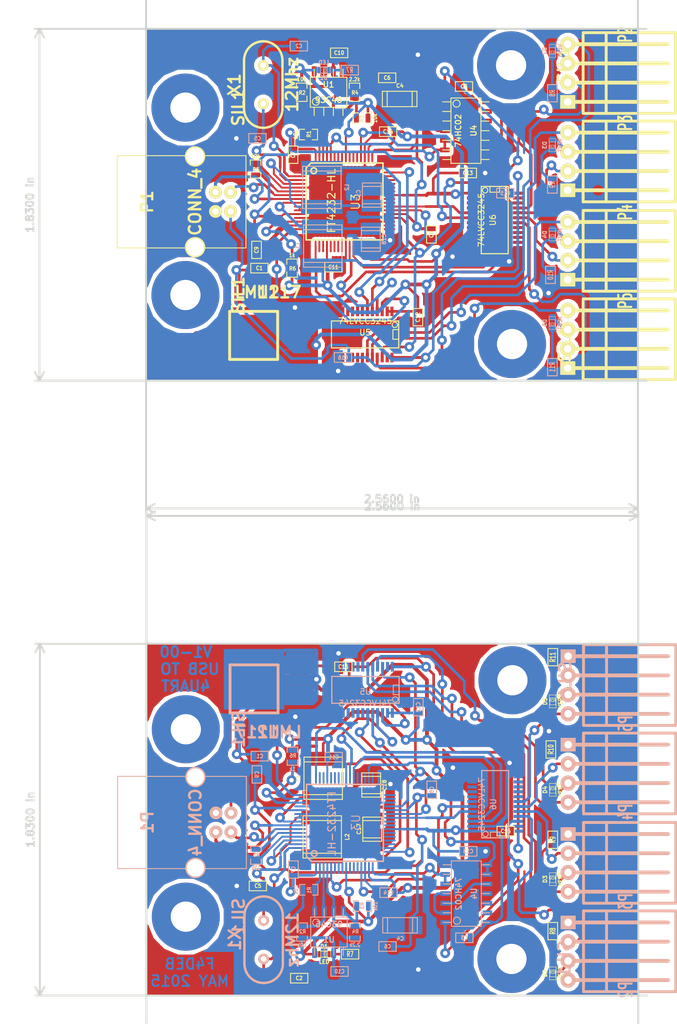
<source format=kicad_pcb>
(kicad_pcb (version 4) (host pcbnew 0.201507300901+6016~28~ubuntu15.04.1-product)
  (title_block (title "USB TO 4 UART") (rev V0-10) (company F4DEB))
  (layers (0 F.Cu signal) (31 B.Cu signal) (34 B.Paste user) (35 F.Paste user) (36 B.SilkS user) (37 F.SilkS user) (38 B.Mask user) (39 F.Mask user) (44 Edge.Cuts user))
  (net 0 "")
  (net 1 +1.8V)
  (net 2 +3.3V)
  (net 3 +5VD)
  (net 4 /PWREN)
  (net 5 /RXD0)
  (net 6 /RXD0_5V)
  (net 7 /RXD1)
  (net 8 /RXD1_5V)
  (net 9 /RXD2)
  (net 10 /RXD2_5V)
  (net 11 /RXD3)
  (net 12 /RXD3_5V)
  (net 13 /SUSPEND)
  (net 14 /TXD0)
  (net 15 /TXD0_5V)
  (net 16 /TXD1)
  (net 17 /TXD1_5V)
  (net 18 /TXD2)
  (net 19 /TXD2_5V)
  (net 20 /TXD3)
  (net 21 /TXD3_5V)
  (net 22 /UART0)
  (net 23 /UART1)
  (net 24 /UART2)
  (net 25 /UART3)
  (net 26 GND)
  (net 27 N-0000014)
  (net 28 N-0000015)
  (net 29 N-0000016)
  (net 30 N-0000017)
  (net 31 N-0000018)
  (net 32 N-0000021)
  (net 33 N-0000022)
  (net 34 N-0000023)
  (net 35 N-0000025)
  (net 36 N-0000027)
  (net 37 N-0000028)
  (net 38 N-0000029)
  (net 39 N-0000032)
  (net 40 N-0000033)
  (net 41 N-0000057)
  (net 42 N-0000058)
  (net 43 N-0000077)
  (net 44 N-0000078)
  (net 45 N-0000079)
  (net 46 N-0000080)
  (module SM0603_Capa (layer B.Cu) (at 223.3168 169.2656)
    (fp_text reference C10 (at 0 0) (layer B.SilkS) (effects (font (size 0.508 0.4572) (thickness 0.1143)) (justify mirror)))
    (fp_text value 100n hide)
    (pad 1 smd rect (at -0.762 0) (size 0.635 1.143) (layers B.Cu B.Paste B.Mask) (net 2 +3.3V))
    (pad 2 smd rect (at 0.762 0) (size 0.635 1.143) (layers B.Cu B.Paste B.Mask) (net 26 GND))
  )
  (module SM0603_Capa (layer B.Cu) (at 212.7758 140.8176)
    (fp_text reference C1 (at 0 0) (layer B.SilkS) (effects (font (size 0.508 0.4572) (thickness 0.1143)) (justify mirror)))
    (fp_text value 100n hide)
    (pad 1 smd rect (at -0.762 0) (size 0.635 1.143) (layers B.Cu B.Paste B.Mask) (net 3 +5VD))
    (pad 2 smd rect (at 0.762 0) (size 0.635 1.143) (layers B.Cu B.Paste B.Mask) (net 26 GND))
  )
  (module SM0603_Capa (layer B.Cu) (at 217.2208 155.8036 90)
    (fp_text reference C7 (at 0 0 90) (layer B.SilkS) (effects (font (size 0.508 0.4572) (thickness 0.1143)) (justify mirror)))
    (fp_text value 100n hide)
    (pad 1 smd rect (at -0.762 0 90) (size 0.635 1.143) (layers B.Cu B.Paste B.Mask) (net 1 +1.8V))
    (pad 2 smd rect (at 0.762 0 90) (size 0.635 1.143) (layers B.Cu B.Paste B.Mask) (net 26 GND))
  )
  (module SM0603_Capa (layer B.Cu) (at 235.5088 145.2626 90)
    (fp_text reference C8 (at 0 0 90) (layer B.SilkS) (effects (font (size 0.508 0.4572) (thickness 0.1143)) (justify mirror)))
    (fp_text value 100n hide)
    (pad 1 smd rect (at -0.762 0 90) (size 0.635 1.143) (layers B.Cu B.Paste B.Mask) (net 1 +1.8V))
    (pad 2 smd rect (at 0.762 0 90) (size 0.635 1.143) (layers B.Cu B.Paste B.Mask) (net 26 GND))
  )
  (module SM0603_Capa (layer B.Cu) (at 239.8268 164.8206 180)
    (fp_text reference C3 (at 0 0 180) (layer B.SilkS) (effects (font (size 0.508 0.4572) (thickness 0.1143)) (justify mirror)))
    (fp_text value 100n hide)
    (pad 1 smd rect (at -0.762 0 180) (size 0.635 1.143) (layers B.Cu B.Paste B.Mask) (net 2 +3.3V))
    (pad 2 smd rect (at 0.762 0 180) (size 0.635 1.143) (layers B.Cu B.Paste B.Mask) (net 26 GND))
  )
  (module SM0603_Capa (layer B.Cu) (at 229.7938 158.8516 180)
    (fp_text reference C14 (at 0 0 180) (layer B.SilkS) (effects (font (size 0.508 0.4572) (thickness 0.1143)) (justify mirror)))
    (fp_text value 100n hide)
    (pad 1 smd rect (at -0.762 0 180) (size 0.635 1.143) (layers B.Cu B.Paste B.Mask) (net 2 +3.3V))
    (pad 2 smd rect (at 0.762 0 180) (size 0.635 1.143) (layers B.Cu B.Paste B.Mask) (net 26 GND))
  )
  (module SM0603_Capa (layer B.Cu) (at 240.3348 153.3906)
    (fp_text reference C13 (at 0 0) (layer B.SilkS) (effects (font (size 0.508 0.4572) (thickness 0.1143)) (justify mirror)))
    (fp_text value 100n hide)
    (pad 1 smd rect (at -0.762 0) (size 0.635 1.143) (layers B.Cu B.Paste B.Mask) (net 2 +3.3V))
    (pad 2 smd rect (at 0.762 0) (size 0.635 1.143) (layers B.Cu B.Paste B.Mask) (net 26 GND))
  )
  (module SM0603_Capa (layer B.Cu) (at 233.7308 134.3406 90)
    (fp_text reference C12 (at 0 0 90) (layer B.SilkS) (effects (font (size 0.508 0.4572) (thickness 0.1143)) (justify mirror)))
    (fp_text value 100n hide)
    (pad 1 smd rect (at -0.762 0 90) (size 0.635 1.143) (layers B.Cu B.Paste B.Mask) (net 2 +3.3V))
    (pad 2 smd rect (at 0.762 0 90) (size 0.635 1.143) (layers B.Cu B.Paste B.Mask) (net 26 GND))
  )
  (module SM0603_Capa (layer B.Cu) (at 222.5548 140.9446)
    (fp_text reference C11 (at 0 0) (layer B.SilkS) (effects (font (size 0.508 0.4572) (thickness 0.1143)) (justify mirror)))
    (fp_text value 100n hide)
    (pad 1 smd rect (at -0.762 0) (size 0.635 1.143) (layers B.Cu B.Paste B.Mask) (net 2 +3.3V))
    (pad 2 smd rect (at 0.762 0) (size 0.635 1.143) (layers B.Cu B.Paste B.Mask) (net 26 GND))
  )
  (module SM0603_Capa (layer B.Cu) (at 212.3948 143.2306 90)
    (fp_text reference C9 (at 0 0 90) (layer B.SilkS) (effects (font (size 0.508 0.4572) (thickness 0.1143)) (justify mirror)))
    (fp_text value 100n hide)
    (pad 1 smd rect (at -0.762 0 90) (size 0.635 1.143) (layers B.Cu B.Paste B.Mask) (net 1 +1.8V))
    (pad 2 smd rect (at 0.762 0 90) (size 0.635 1.143) (layers B.Cu B.Paste B.Mask) (net 26 GND))
  )
  (module SM0603_Capa (layer B.Cu) (at 229.6668 165.9636 180)
    (fp_text reference C6 (at 0 0 180) (layer B.SilkS) (effects (font (size 0.508 0.4572) (thickness 0.1143)) (justify mirror)))
    (fp_text value 100n hide)
    (pad 1 smd rect (at -0.762 0 180) (size 0.635 1.143) (layers B.Cu B.Paste B.Mask) (net 1 +1.8V))
    (pad 2 smd rect (at 0.762 0 180) (size 0.635 1.143) (layers B.Cu B.Paste B.Mask) (net 26 GND))
  )
  (module SM0603_Capa (layer F.Cu) (at 212.5218 157.9626)
    (fp_text reference C5 (at 0 0) (layer F.SilkS) (effects (font (size 0.508 0.4572) (thickness 0.1143))))
    (fp_text value 27p hide)
    (pad 1 smd rect (at -0.762 0) (size 0.635 1.143) (layers F.Cu F.Paste F.Mask) (net 26 GND))
    (pad 2 smd rect (at 0.762 0) (size 0.635 1.143) (layers F.Cu F.Paste F.Mask) (net 42 N-0000058))
  )
  (module SM0603_Capa (layer F.Cu) (at 217.9828 170.1546 180)
    (fp_text reference C2 (at 0 0 180) (layer F.SilkS) (effects (font (size 0.508 0.4572) (thickness 0.1143))))
    (fp_text value 27p hide)
    (pad 1 smd rect (at -0.762 0 180) (size 0.635 1.143) (layers F.Cu F.Paste F.Mask) (net 26 GND))
    (pad 2 smd rect (at 0.762 0 180) (size 0.635 1.143) (layers F.Cu F.Paste F.Mask) (net 41 N-0000057))
  )
  (module SM0603_Capa (layer F.Cu) (at 245.2878 150.7236 180)
    (fp_text reference C15 (at 0 0 180) (layer F.SilkS) (effects (font (size 0.508 0.4572) (thickness 0.1143))))
    (fp_text value 100n hide)
    (pad 1 smd rect (at -0.762 0 180) (size 0.635 1.143) (layers F.Cu F.Paste F.Mask) (net 3 +5VD))
    (pad 2 smd rect (at 0.762 0 180) (size 0.635 1.143) (layers F.Cu F.Paste F.Mask) (net 26 GND))
  )
  (module SM0603_Capa (layer F.Cu) (at 223.8248 129.0066 180)
    (fp_text reference C16 (at 0 0 180) (layer F.SilkS) (effects (font (size 0.508 0.4572) (thickness 0.1143))))
    (fp_text value 100n hide)
    (pad 1 smd rect (at -0.762 0 180) (size 0.635 1.143) (layers F.Cu F.Paste F.Mask) (net 3 +5VD))
    (pad 2 smd rect (at 0.762 0 180) (size 0.635 1.143) (layers F.Cu F.Paste F.Mask) (net 26 GND))
  )
  (module c_1808 (layer B.Cu) (at 231.3178 163.1696)
    (fp_text reference C4 (at 0.0254 1.7526) (layer B.SilkS) (effects (font (size 0.50038 0.50038) (thickness 0.11938)) (justify mirror)))
    (fp_text value 10uF/10V hide)
    (pad 1 smd rect (at 2.04978 0) (size 1.80086 2.4003) (layers B.Cu B.Paste B.Mask) (net 1 +1.8V))
    (pad 2 smd rect (at -2.04978 0) (size 1.80086 2.4003) (layers B.Cu B.Paste B.Mask) (net 26 GND))
  )
  (module c_2220 (layer F.Cu) (at 221.1578 143.7386 90)
    (fp_text reference L1 (at 0 -3.302 90) (layer F.SilkS) (effects (font (size 0.50038 0.50038) (thickness 0.11938))))
    (fp_text value 39uH hide)
    (pad 1 smd rect (at 2.57556 0 90) (size 1.84912 5.4991) (layers F.Cu F.Paste F.Mask) (net 2 +3.3V))
    (pad 2 smd rect (at -2.57556 0 90) (size 1.84912 5.4991) (layers F.Cu F.Paste F.Mask) (net 39 N-0000032))
  )
  (module LED-0603 (layer F.Cu) (at 251.5108 133.5786 90)
    (fp_text reference D5 (at 0 -1.016 90) (layer F.SilkS) (effects (font (size 0.508 0.508) (thickness 0.127))))
    (fp_text value VERT (at 0 1.016 90) (layer F.SilkS) (effects (font (size 0.508 0.508) (thickness 0.127))))
    (pad 1 smd rect (at -0.7493 0 90) (size 0.79756 0.79756) (layers F.Cu F.Paste F.Mask) (net 25 /UART3))
    (pad 2 smd rect (at 0.7493 0 90) (size 0.79756 0.79756) (layers F.Cu F.Paste F.Mask) (net 32 N-0000021))
  )
  (module LED-0603 (layer F.Cu) (at 251.5108 145.2626 90)
    (fp_text reference D4 (at 0 -1.016 90) (layer F.SilkS) (effects (font (size 0.508 0.508) (thickness 0.127))))
    (fp_text value VERT (at 0 1.016 90) (layer F.SilkS) (effects (font (size 0.508 0.508) (thickness 0.127))))
    (pad 1 smd rect (at -0.7493 0 90) (size 0.79756 0.79756) (layers F.Cu F.Paste F.Mask) (net 24 /UART2))
    (pad 2 smd rect (at 0.7493 0 90) (size 0.79756 0.79756) (layers F.Cu F.Paste F.Mask) (net 31 N-0000018))
  )
  (module LED-0603 (layer F.Cu) (at 251.5108 157.0736 90)
    (fp_text reference D3 (at 0 -1.016 90) (layer F.SilkS) (effects (font (size 0.508 0.508) (thickness 0.127))))
    (fp_text value VERT (at 0 1.016 90) (layer F.SilkS) (effects (font (size 0.508 0.508) (thickness 0.127))))
    (pad 1 smd rect (at -0.7493 0 90) (size 0.79756 0.79756) (layers F.Cu F.Paste F.Mask) (net 23 /UART1))
    (pad 2 smd rect (at 0.7493 0 90) (size 0.79756 0.79756) (layers F.Cu F.Paste F.Mask) (net 34 N-0000023))
  )
  (module LED-0603 (layer F.Cu) (at 251.5108 169.5196 90)
    (fp_text reference D2 (at 0 -1.016 90) (layer F.SilkS) (effects (font (size 0.508 0.508) (thickness 0.127))))
    (fp_text value VERT (at 0 1.016 90) (layer F.SilkS) (effects (font (size 0.508 0.508) (thickness 0.127))))
    (pad 1 smd rect (at -0.7493 0 90) (size 0.79756 0.79756) (layers F.Cu F.Paste F.Mask) (net 22 /UART0))
    (pad 2 smd rect (at 0.7493 0 90) (size 0.79756 0.79756) (layers F.Cu F.Paste F.Mask) (net 33 N-0000022))
  )
  (module LED-0603 (layer F.Cu) (at 221.2848 166.9796)
    (fp_text reference D1 (at 0 -1.016) (layer F.SilkS) (effects (font (size 0.508 0.508) (thickness 0.127))))
    (fp_text value LED (at 0 1.016) (layer F.SilkS) (effects (font (size 0.508 0.508) (thickness 0.127))))
    (pad 1 smd rect (at -0.7493 0) (size 0.79756 0.79756) (layers F.Cu F.Paste F.Mask) (net 2 +3.3V))
    (pad 2 smd rect (at 0.7493 0) (size 0.79756 0.79756) (layers F.Cu F.Paste F.Mask) (net 35 N-0000025))
  )
  (module SM0603_Resistor (layer F.Cu) (at 251.5108 127.7366 90)
    (fp_text reference R11 (at 0 0 90) (layer F.SilkS) (effects (font (size 0.7112 0.4572) (thickness 0.1143))))
    (fp_text value 1k hide)
    (pad 1 smd rect (at -0.762 0 90) (size 0.635 1.143) (layers F.Cu F.Paste F.Mask) (net 32 N-0000021))
    (pad 2 smd rect (at 0.762 0 90) (size 0.635 1.143) (layers F.Cu F.Paste F.Mask) (net 26 GND))
  )
  (module SM0603_Resistor (layer F.Cu) (at 251.2568 139.9286 90)
    (fp_text reference R10 (at 0 0 90) (layer F.SilkS) (effects (font (size 0.7112 0.4572) (thickness 0.1143))))
    (fp_text value 1k hide)
    (pad 1 smd rect (at -0.762 0 90) (size 0.635 1.143) (layers F.Cu F.Paste F.Mask) (net 31 N-0000018))
    (pad 2 smd rect (at 0.762 0 90) (size 0.635 1.143) (layers F.Cu F.Paste F.Mask) (net 26 GND))
  )
  (module SM0603_Resistor (layer F.Cu) (at 251.5108 151.8666 90)
    (fp_text reference R9 (at 0 0 90) (layer F.SilkS) (effects (font (size 0.7112 0.4572) (thickness 0.1143))))
    (fp_text value 1k hide)
    (pad 1 smd rect (at -0.762 0 90) (size 0.635 1.143) (layers F.Cu F.Paste F.Mask) (net 34 N-0000023))
    (pad 2 smd rect (at 0.762 0 90) (size 0.635 1.143) (layers F.Cu F.Paste F.Mask) (net 26 GND))
  )
  (module SM0603_Resistor (layer F.Cu) (at 251.5108 163.9316 90)
    (fp_text reference R8 (at 0 0 90) (layer F.SilkS) (effects (font (size 0.7112 0.4572) (thickness 0.1143))))
    (fp_text value 1k hide)
    (pad 1 smd rect (at -0.762 0 90) (size 0.635 1.143) (layers F.Cu F.Paste F.Mask) (net 33 N-0000022))
    (pad 2 smd rect (at 0.762 0 90) (size 0.635 1.143) (layers F.Cu F.Paste F.Mask) (net 26 GND))
  )
  (module SM0603_Resistor (layer F.Cu) (at 224.7138 166.9796)
    (fp_text reference R7 (at 0 0) (layer F.SilkS) (effects (font (size 0.7112 0.4572) (thickness 0.1143))))
    (fp_text value 470 hide)
    (pad 1 smd rect (at -0.762 0) (size 0.635 1.143) (layers F.Cu F.Paste F.Mask) (net 35 N-0000025))
    (pad 2 smd rect (at 0.762 0) (size 0.635 1.143) (layers F.Cu F.Paste F.Mask) (net 26 GND))
  )
  (module SM1210 (layer F.Cu) (at 227.5078 144.6276 270)
    (fp_text reference C18 (at 0.0254 -1.7526 270) (layer F.SilkS) (effects (font (size 0.50038 0.50038) (thickness 0.11938))))
    (fp_text value 10uF/10V hide)
    (pad 1 smd rect (at 1.397 0 270) (size 1.6002 2.6924) (layers F.Cu F.Paste F.Mask) (net 39 N-0000032))
    (pad 2 smd rect (at -1.397 0 270) (size 1.6002 2.6924) (layers F.Cu F.Paste F.Mask) (net 26 GND))
  )
  (module SM1210 (layer F.Cu) (at 227.6348 150.4696 90)
    (fp_text reference C17 (at 0.0254 -1.7526 90) (layer F.SilkS) (effects (font (size 0.50038 0.50038) (thickness 0.11938))))
    (fp_text value 10uF/10V hide)
    (pad 1 smd rect (at 1.397 0 90) (size 1.6002 2.6924) (layers F.Cu F.Paste F.Mask) (net 40 N-0000033))
    (pad 2 smd rect (at -1.397 0 90) (size 1.6002 2.6924) (layers F.Cu F.Paste F.Mask) (net 26 GND))
  )
  (module HC-49V (layer B.Cu) (at 213.2838 165.0746 270)
    (fp_text reference X1 (at 0 3.81 270) (layer B.SilkS) (effects (font (thickness 0.3048)) (justify mirror)))
    (fp_text value 12Mhz (at 0 -3.81 270) (layer B.SilkS) (effects (font (thickness 0.3048)) (justify mirror)))
    (pad 1 thru_hole circle (at -2.54 0 270) (size 1.4224 1.4224) (drill 0.762) (layers *.Cu *.Mask B.SilkS) (net 42 N-0000058))
    (pad 2 thru_hole circle (at 2.54 0 270) (size 1.4224 1.4224) (drill 0.762) (layers *.Cu *.Mask B.SilkS) (net 41 N-0000057))
  )
  (module COLONETTE (layer B.Cu) (at 202.9968 137.2616 90)
    (fp_text reference J3 (at 0 0 90) (layer B.SilkS) (effects (font (thickness 0.3048)) (justify mirror)))
    (fp_text value SIL1 (at 0 6.985 90) (layer B.SilkS) (effects (font (thickness 0.3048)) (justify mirror)))
    (pad 1 thru_hole circle (at 0 0 90) (size 8.99922 8.99922) (drill 4.0005) (layers *.Cu))
    (pad 1 thru_hole circle (at 0 0 90) (size 2 2) (drill 0.6) (layers *.Cu *.Mask B.SilkS))
  )
  (module COLONETTE (layer B.Cu) (at 202.9968 162.0266 90)
    (fp_text reference J3 (at 0 0 90) (layer B.SilkS) (effects (font (thickness 0.3048)) (justify mirror)))
    (fp_text value SIL1 (at 0 6.985 90) (layer B.SilkS) (effects (font (thickness 0.3048)) (justify mirror)))
    (pad 1 thru_hole circle (at 0 0 90) (size 8.99922 8.99922) (drill 4.0005) (layers *.Cu))
    (pad 1 thru_hole circle (at 0 0 90) (size 2 2) (drill 0.6) (layers *.Cu *.Mask B.SilkS))
  )
  (module COLONETTE (layer B.Cu) (at 246.0498 167.6146 90)
    (fp_text reference J3 (at 0 0 90) (layer B.SilkS) (effects (font (thickness 0.3048)) (justify mirror)))
    (fp_text value SIL1 (at 0 6.985 90) (layer B.SilkS) (effects (font (thickness 0.3048)) (justify mirror)))
    (pad 1 thru_hole circle (at 0 0 90) (size 8.99922 8.99922) (drill 4.0005) (layers *.Cu))
    (pad 1 thru_hole circle (at 0 0 90) (size 2 2) (drill 0.6) (layers *.Cu *.Mask B.SilkS))
  )
  (module COLONETTE (layer B.Cu) (at 246.1768 130.7846 90)
    (fp_text reference J3 (at 0 0 90) (layer B.SilkS) (effects (font (thickness 0.3048)) (justify mirror)))
    (fp_text value SIL1 (at 0 6.985 90) (layer B.SilkS) (effects (font (thickness 0.3048)) (justify mirror)))
    (pad 1 thru_hole circle (at 0 0 90) (size 8.99922 8.99922) (drill 4.0005) (layers *.Cu))
    (pad 1 thru_hole circle (at 0 0 90) (size 2 2) (drill 0.6) (layers *.Cu *.Mask B.SilkS))
  )
  (module 2-4-HOR: (layer B.Cu) (at 253.5428 135.2296 90)
    (fp_text reference P5 (at -1.27 7.62 90) (layer B.SilkS) (effects (font (size 1.73482 1.08712) (thickness 0.27178)) (justify mirror)))
    (fp_text value CONN_4 hide)
    (pad 1 thru_hole rect (at 7.62 0 90) (size 1.80086 1.99898) (drill 1.00076) (layers *.Cu *.Mask B.SilkS) (net 26 GND))
    (pad 2 thru_hole circle (at 5.08 0 90) (size 1.99898 1.99898) (drill 1.00076) (layers *.Cu *.Mask B.SilkS) (net 12 /RXD3_5V))
    (pad 3 thru_hole circle (at 2.54 0 90) (size 1.99898 1.99898) (drill 1.00076) (layers *.Cu *.Mask B.SilkS) (net 25 /UART3))
    (pad 4 thru_hole circle (at 0 0 90) (size 1.99898 1.99898) (drill 1.00076) (layers *.Cu *.Mask B.SilkS) (net 21 /TXD3_5V))
  )
  (module 2-4-HOR: (layer B.Cu) (at 253.5428 146.9136 90)
    (fp_text reference P4 (at -1.27 7.62 90) (layer B.SilkS) (effects (font (size 1.73482 1.08712) (thickness 0.27178)) (justify mirror)))
    (fp_text value CONN_4 hide)
    (pad 1 thru_hole rect (at 7.62 0 90) (size 1.80086 1.99898) (drill 1.00076) (layers *.Cu *.Mask B.SilkS) (net 26 GND))
    (pad 2 thru_hole circle (at 5.08 0 90) (size 1.99898 1.99898) (drill 1.00076) (layers *.Cu *.Mask B.SilkS) (net 10 /RXD2_5V))
    (pad 3 thru_hole circle (at 2.54 0 90) (size 1.99898 1.99898) (drill 1.00076) (layers *.Cu *.Mask B.SilkS) (net 24 /UART2))
    (pad 4 thru_hole circle (at 0 0 90) (size 1.99898 1.99898) (drill 1.00076) (layers *.Cu *.Mask B.SilkS) (net 19 /TXD2_5V))
  )
  (module 2-4-HOR: (layer B.Cu) (at 253.5428 158.7246 90)
    (fp_text reference P3 (at -1.27 7.62 90) (layer B.SilkS) (effects (font (size 1.73482 1.08712) (thickness 0.27178)) (justify mirror)))
    (fp_text value CONN_4 hide)
    (pad 1 thru_hole rect (at 7.62 0 90) (size 1.80086 1.99898) (drill 1.00076) (layers *.Cu *.Mask B.SilkS) (net 26 GND))
    (pad 2 thru_hole circle (at 5.08 0 90) (size 1.99898 1.99898) (drill 1.00076) (layers *.Cu *.Mask B.SilkS) (net 8 /RXD1_5V))
    (pad 3 thru_hole circle (at 2.54 0 90) (size 1.99898 1.99898) (drill 1.00076) (layers *.Cu *.Mask B.SilkS) (net 23 /UART1))
    (pad 4 thru_hole circle (at 0 0 90) (size 1.99898 1.99898) (drill 1.00076) (layers *.Cu *.Mask B.SilkS) (net 17 /TXD1_5V))
  )
  (module 2-4-HOR: (layer B.Cu) (at 253.5428 170.4086 90)
    (fp_text reference P2 (at -1.27 7.62 90) (layer B.SilkS) (effects (font (size 1.73482 1.08712) (thickness 0.27178)) (justify mirror)))
    (fp_text value CONN_4 hide)
    (pad 1 thru_hole rect (at 7.62 0 90) (size 1.80086 1.99898) (drill 1.00076) (layers *.Cu *.Mask B.SilkS) (net 26 GND))
    (pad 2 thru_hole circle (at 5.08 0 90) (size 1.99898 1.99898) (drill 1.00076) (layers *.Cu *.Mask B.SilkS) (net 6 /RXD0_5V))
    (pad 3 thru_hole circle (at 2.54 0 90) (size 1.99898 1.99898) (drill 1.00076) (layers *.Cu *.Mask B.SilkS) (net 22 /UART0))
    (pad 4 thru_hole circle (at 0 0 90) (size 1.99898 1.99898) (drill 1.00076) (layers *.Cu *.Mask B.SilkS) (net 15 /TXD0_5V))
  )
  (module SSOP24 (layer B.Cu) (at 243.8908 147.1676 90)
    (fp_text reference U6 (at 0 -0.254 90) (layer B.SilkS) (effects (font (size 0.762 0.762) (thickness 0.127)) (justify mirror)))
    (fp_text value 74LVCC3245 (at 0 -1.778 90) (layer B.SilkS) (effects (font (size 0.762 0.762) (thickness 0.127)) (justify mirror)))
    (pad 1 smd rect (at -3.556 -3.048 90) (size 0.4064 1.27) (layers B.Cu B.Paste B.Mask) (net 2 +3.3V))
    (pad 2 smd rect (at -2.921 -3.048 90) (size 0.4064 1.27) (layers B.Cu B.Paste B.Mask) (net 26 GND))
    (pad 3 smd rect (at -2.2606 -3.048 90) (size 0.4064 1.27) (layers B.Cu B.Paste B.Mask) (net 5 /RXD0))
    (pad 4 smd rect (at -1.6002 -3.048 90) (size 0.4064 1.27) (layers B.Cu B.Paste B.Mask) (net 7 /RXD1))
    (pad 5 smd rect (at -0.9652 -3.048 90) (size 0.4064 1.27) (layers B.Cu B.Paste B.Mask) (net 9 /RXD2))
    (pad 6 smd rect (at -0.3048 -3.048 90) (size 0.4064 1.27) (layers B.Cu B.Paste B.Mask) (net 11 /RXD3))
    (pad 7 smd rect (at 0.3556 -3.048 90) (size 0.4064 1.27) (layers B.Cu B.Paste B.Mask))
    (pad 8 smd rect (at 0.9906 -3.048 90) (size 0.4064 1.27) (layers B.Cu B.Paste B.Mask))
    (pad 9 smd rect (at 1.651 -3.048 90) (size 0.4064 1.27) (layers B.Cu B.Paste B.Mask))
    (pad 10 smd rect (at 2.286 -3.048 90) (size 0.4064 1.27) (layers B.Cu B.Paste B.Mask))
    (pad 11 smd rect (at 2.9464 -3.048 90) (size 0.4064 1.27) (layers B.Cu B.Paste B.Mask) (net 26 GND))
    (pad 12 smd rect (at 3.6068 -3.048 90) (size 0.4064 1.27) (layers B.Cu B.Paste B.Mask) (net 26 GND))
    (pad 13 smd rect (at 3.6322 3.048 90) (size 0.4064 1.27) (layers B.Cu B.Paste B.Mask) (net 26 GND))
    (pad 14 smd rect (at 2.9464 3.048 90) (size 0.4064 1.27) (layers B.Cu B.Paste B.Mask))
    (pad 15 smd rect (at 2.286 3.048 90) (size 0.4064 1.27) (layers B.Cu B.Paste B.Mask))
    (pad 16 smd rect (at 1.651 3.048 90) (size 0.4064 1.27) (layers B.Cu B.Paste B.Mask))
    (pad 17 smd rect (at 0.9906 3.048 90) (size 0.4064 1.27) (layers B.Cu B.Paste B.Mask))
    (pad 18 smd rect (at 0.3556 3.048 90) (size 0.4064 1.27) (layers B.Cu B.Paste B.Mask) (net 12 /RXD3_5V))
    (pad 19 smd rect (at -0.3048 3.048 90) (size 0.4064 1.27) (layers B.Cu B.Paste B.Mask) (net 10 /RXD2_5V))
    (pad 20 smd rect (at -0.9652 3.048 90) (size 0.4064 1.27) (layers B.Cu B.Paste B.Mask) (net 8 /RXD1_5V))
    (pad 21 smd rect (at -1.6002 3.048 90) (size 0.4064 1.27) (layers B.Cu B.Paste B.Mask) (net 6 /RXD0_5V))
    (pad 22 smd rect (at -2.2606 3.048 90) (size 0.4064 1.27) (layers B.Cu B.Paste B.Mask) (net 36 N-0000027))
    (pad 23 smd rect (at -2.921 3.048 90) (size 0.4064 1.27) (layers B.Cu B.Paste B.Mask))
    (pad 24 smd rect (at -3.556 3.048 90) (size 0.4064 1.27) (layers B.Cu B.Paste B.Mask) (net 3 +5VD))
  )
  (module SSOP24 (layer B.Cu) (at 226.7458 132.0546 180)
    (fp_text reference U5 (at 0 -0.254 180) (layer B.SilkS) (effects (font (size 0.762 0.762) (thickness 0.127)) (justify mirror)))
    (fp_text value 74LVCC3245 (at 0 -1.778 180) (layer B.SilkS) (effects (font (size 0.762 0.762) (thickness 0.127)) (justify mirror)))
    (pad 1 smd rect (at -3.556 -3.048 180) (size 0.4064 1.27) (layers B.Cu B.Paste B.Mask) (net 2 +3.3V))
    (pad 2 smd rect (at -2.921 -3.048 180) (size 0.4064 1.27) (layers B.Cu B.Paste B.Mask) (net 2 +3.3V))
    (pad 3 smd rect (at -2.2606 -3.048 180) (size 0.4064 1.27) (layers B.Cu B.Paste B.Mask) (net 14 /TXD0))
    (pad 4 smd rect (at -1.6002 -3.048 180) (size 0.4064 1.27) (layers B.Cu B.Paste B.Mask) (net 16 /TXD1))
    (pad 5 smd rect (at -0.9652 -3.048 180) (size 0.4064 1.27) (layers B.Cu B.Paste B.Mask) (net 18 /TXD2))
    (pad 6 smd rect (at -0.3048 -3.048 180) (size 0.4064 1.27) (layers B.Cu B.Paste B.Mask) (net 20 /TXD3))
    (pad 7 smd rect (at 0.3556 -3.048 180) (size 0.4064 1.27) (layers B.Cu B.Paste B.Mask))
    (pad 8 smd rect (at 0.9906 -3.048 180) (size 0.4064 1.27) (layers B.Cu B.Paste B.Mask))
    (pad 9 smd rect (at 1.651 -3.048 180) (size 0.4064 1.27) (layers B.Cu B.Paste B.Mask))
    (pad 10 smd rect (at 2.286 -3.048 180) (size 0.4064 1.27) (layers B.Cu B.Paste B.Mask))
    (pad 11 smd rect (at 2.9464 -3.048 180) (size 0.4064 1.27) (layers B.Cu B.Paste B.Mask) (net 26 GND))
    (pad 12 smd rect (at 3.6068 -3.048 180) (size 0.4064 1.27) (layers B.Cu B.Paste B.Mask) (net 26 GND))
    (pad 13 smd rect (at 3.6322 3.048 180) (size 0.4064 1.27) (layers B.Cu B.Paste B.Mask) (net 26 GND))
    (pad 14 smd rect (at 2.9464 3.048 180) (size 0.4064 1.27) (layers B.Cu B.Paste B.Mask))
    (pad 15 smd rect (at 2.286 3.048 180) (size 0.4064 1.27) (layers B.Cu B.Paste B.Mask))
    (pad 16 smd rect (at 1.651 3.048 180) (size 0.4064 1.27) (layers B.Cu B.Paste B.Mask))
    (pad 17 smd rect (at 0.9906 3.048 180) (size 0.4064 1.27) (layers B.Cu B.Paste B.Mask))
    (pad 18 smd rect (at 0.3556 3.048 180) (size 0.4064 1.27) (layers B.Cu B.Paste B.Mask) (net 21 /TXD3_5V))
    (pad 19 smd rect (at -0.3048 3.048 180) (size 0.4064 1.27) (layers B.Cu B.Paste B.Mask) (net 19 /TXD2_5V))
    (pad 20 smd rect (at -0.9652 3.048 180) (size 0.4064 1.27) (layers B.Cu B.Paste B.Mask) (net 17 /TXD1_5V))
    (pad 21 smd rect (at -1.6002 3.048 180) (size 0.4064 1.27) (layers B.Cu B.Paste B.Mask) (net 15 /TXD0_5V))
    (pad 22 smd rect (at -2.2606 3.048 180) (size 0.4064 1.27) (layers B.Cu B.Paste B.Mask) (net 13 /SUSPEND))
    (pad 23 smd rect (at -2.921 3.048 180) (size 0.4064 1.27) (layers B.Cu B.Paste B.Mask))
    (pad 24 smd rect (at -3.556 3.048 180) (size 0.4064 1.27) (layers B.Cu B.Paste B.Mask) (net 3 +5VD))
  )
  (module DPAK (layer B.Cu) (at 213.9188 137.6426 180)
    (fp_text reference U2 (at 0 0 180) (layer B.SilkS) (effects (font (thickness 0.3048)) (justify mirror)))
    (fp_text value LM1117 (at 0 0 180) (layer B.SilkS) (effects (font (thickness 0.3048)) (justify mirror)))
    (pad 1 smd rect (at 0 0 180) (size 1.30048 2.99974) (layers B.Cu B.Paste B.Mask) (net 26 GND))
    (pad 2 smd rect (at 3.81 0 180) (size 1.30048 2.99974) (layers B.Cu B.Paste B.Mask) (net 3 +5VD))
    (pad 3 smd rect (at 1.905 6.985 180) (size 8.001 8.001) (layers B.Cu B.Paste B.Mask) (net 2 +3.3V))
  )
  (module SM0603_Resistor (layer B.Cu) (at 212.2678 153.8986 90)
    (fp_text reference R5 (at 0.0635 0.0635 360) (layer B.SilkS) (effects (font (size 0.50038 0.4572) (thickness 0.1143)) (justify mirror)))
    (fp_text value 12k (at -1.69926 0 360) (layer B.SilkS) (effects (font (size 0.508 0.4572) (thickness 0.1143)) (justify mirror)))
    (pad 1 smd rect (at -0.762 0 90) (size 0.635 1.143) (layers B.Cu B.Paste B.Mask) (net 26 GND))
    (pad 2 smd rect (at 0.762 0 90) (size 0.635 1.143) (layers B.Cu B.Paste B.Mask) (net 27 N-0000014))
  )
  (module SM0603_Resistor (layer B.Cu) (at 217.0938 140.8176 90)
    (fp_text reference R6 (at 0.0635 0.0635 360) (layer B.SilkS) (effects (font (size 0.50038 0.4572) (thickness 0.1143)) (justify mirror)))
    (fp_text value 1k (at -1.69926 0 360) (layer B.SilkS) (effects (font (size 0.508 0.4572) (thickness 0.1143)) (justify mirror)))
    (pad 1 smd rect (at -0.762 0 90) (size 0.635 1.143) (layers B.Cu B.Paste B.Mask) (net 28 N-0000015))
    (pad 2 smd rect (at 0.762 0 90) (size 0.635 1.143) (layers B.Cu B.Paste B.Mask) (net 2 +3.3V))
  )
  (module SM0603_Resistor (layer B.Cu) (at 225.3488 164.0586 90)
    (fp_text reference R4 (at 0.0635 0.0635 360) (layer B.SilkS) (effects (font (size 0.50038 0.4572) (thickness 0.1143)) (justify mirror)))
    (fp_text value 2.2k (at -1.69926 0 360) (layer B.SilkS) (effects (font (size 0.508 0.4572) (thickness 0.1143)) (justify mirror)))
    (pad 1 smd rect (at -0.762 0 90) (size 0.635 1.143) (layers B.Cu B.Paste B.Mask) (net 46 N-0000080))
    (pad 2 smd rect (at 0.762 0 90) (size 0.635 1.143) (layers B.Cu B.Paste B.Mask) (net 43 N-0000077))
  )
  (module SM0603_Resistor (layer B.Cu) (at 226.3648 160.6296 180)
    (fp_text reference R3 (at 0.0635 0.0635 450) (layer B.SilkS) (effects (font (size 0.50038 0.4572) (thickness 0.1143)) (justify mirror)))
    (fp_text value 10k (at -1.69926 0 450) (layer B.SilkS) (effects (font (size 0.508 0.4572) (thickness 0.1143)) (justify mirror)))
    (pad 1 smd rect (at -0.762 0 180) (size 0.635 1.143) (layers B.Cu B.Paste B.Mask) (net 2 +3.3V))
    (pad 2 smd rect (at 0.762 0 180) (size 0.635 1.143) (layers B.Cu B.Paste B.Mask) (net 43 N-0000077))
  )
  (module SM0603_Resistor (layer B.Cu) (at 219.2528 158.4706)
    (fp_text reference R1 (at 0.0635 0.0635 270) (layer B.SilkS) (effects (font (size 0.50038 0.4572) (thickness 0.1143)) (justify mirror)))
    (fp_text value 10k (at -1.69926 0 270) (layer B.SilkS) (effects (font (size 0.508 0.4572) (thickness 0.1143)) (justify mirror)))
    (pad 1 smd rect (at -0.762 0) (size 0.635 1.143) (layers B.Cu B.Paste B.Mask) (net 2 +3.3V))
    (pad 2 smd rect (at 0.762 0) (size 0.635 1.143) (layers B.Cu B.Paste B.Mask) (net 45 N-0000079))
  )
  (module SM0603_Resistor (layer B.Cu) (at 218.3638 164.0586 90)
    (fp_text reference R2 (at 0.0635 0.0635 360) (layer B.SilkS) (effects (font (size 0.50038 0.4572) (thickness 0.1143)) (justify mirror)))
    (fp_text value 10k (at -1.69926 0 360) (layer B.SilkS) (effects (font (size 0.508 0.4572) (thickness 0.1143)) (justify mirror)))
    (pad 1 smd rect (at -0.762 0 90) (size 0.635 1.143) (layers B.Cu B.Paste B.Mask) (net 2 +3.3V))
    (pad 2 smd rect (at 0.762 0 90) (size 0.635 1.143) (layers B.Cu B.Paste B.Mask) (net 44 N-0000078))
  )
  (module so-14 (layer B.Cu) (at 240.0808 158.9786 90)
    (fp_text reference U4 (at 0 1.016 90) (layer B.SilkS) (effects (font (size 0.7493 0.7493) (thickness 0.14986)) (justify mirror)))
    (fp_text value 74HC02 (at 0 -1.016 90) (layer B.SilkS) (effects (font (size 0.7493 0.7493) (thickness 0.14986)) (justify mirror)))
    (pad 1 smd rect (at -3.81 -2.794 90) (size 0.635 1.27) (layers B.Cu B.Paste B.Mask) (net 36 N-0000027))
    (pad 2 smd rect (at -2.54 -2.794 90) (size 0.635 1.27) (layers B.Cu B.Paste B.Mask) (net 37 N-0000028))
    (pad 3 smd rect (at -1.27 -2.794 90) (size 0.635 1.27) (layers B.Cu B.Paste B.Mask) (net 38 N-0000029))
    (pad 4 smd rect (at 0 -2.794 90) (size 0.635 1.27) (layers B.Cu B.Paste B.Mask) (net 37 N-0000028))
    (pad 5 smd rect (at 1.27 -2.794 90) (size 0.635 1.27) (layers B.Cu B.Paste B.Mask) (net 4 /PWREN))
    (pad 6 smd rect (at 2.54 -2.794 90) (size 0.635 1.27) (layers B.Cu B.Paste B.Mask) (net 4 /PWREN))
    (pad 7 smd rect (at 3.81 -2.794 90) (size 0.635 1.27) (layers B.Cu B.Paste B.Mask) (net 26 GND))
    (pad 8 smd rect (at 3.81 2.794 90) (size 0.635 1.27) (layers B.Cu B.Paste B.Mask) (net 13 /SUSPEND))
    (pad 9 smd rect (at 2.54 2.794 90) (size 0.635 1.27) (layers B.Cu B.Paste B.Mask) (net 13 /SUSPEND))
    (pad 10 smd rect (at 1.27 2.794 90) (size 0.635 1.27) (layers B.Cu B.Paste B.Mask) (net 38 N-0000029))
    (pad 11 smd rect (at 0 2.794 90) (size 0.635 1.27) (layers B.Cu B.Paste B.Mask))
    (pad 12 smd rect (at -1.27 2.794 90) (size 0.635 1.27) (layers B.Cu B.Paste B.Mask))
    (pad 13 smd rect (at -2.54 2.794 90) (size 0.635 1.27) (layers B.Cu B.Paste B.Mask))
    (pad 14 smd rect (at -3.81 2.794 90) (size 0.635 1.27) (layers B.Cu B.Paste B.Mask) (net 2 +3.3V))
  )
  (module so-8 (layer B.Cu) (at 221.9198 164.0586)
    (fp_text reference U1 (at 0 1.016) (layer B.SilkS) (effects (font (size 0.7493 0.7493) (thickness 0.14986)) (justify mirror)))
    (fp_text value 93C46 (at 0 -1.016) (layer B.SilkS) (effects (font (size 0.7493 0.7493) (thickness 0.14986)) (justify mirror)))
    (pad 1 smd rect (at -1.905 -2.794) (size 0.635 1.27) (layers B.Cu B.Paste B.Mask) (net 45 N-0000079))
    (pad 2 smd rect (at -0.635 -2.794) (size 0.635 1.27) (layers B.Cu B.Paste B.Mask) (net 44 N-0000078))
    (pad 3 smd rect (at 0.635 -2.794) (size 0.635 1.27) (layers B.Cu B.Paste B.Mask) (net 46 N-0000080))
    (pad 4 smd rect (at 1.905 -2.794) (size 0.635 1.27) (layers B.Cu B.Paste B.Mask) (net 43 N-0000077))
    (pad 5 smd rect (at 1.905 2.794) (size 0.635 1.27) (layers B.Cu B.Paste B.Mask) (net 26 GND))
    (pad 6 smd rect (at 0.635 2.794) (size 0.635 1.27) (layers B.Cu B.Paste B.Mask) (net 2 +3.3V))
    (pad 7 smd rect (at -0.635 2.794) (size 0.635 1.27) (layers B.Cu B.Paste B.Mask) (net 26 GND))
    (pad 8 smd rect (at -1.905 2.794) (size 0.635 1.27) (layers B.Cu B.Paste B.Mask) (net 2 +3.3V))
  )
  (module TQFP_64 (layer B.Cu) (at 223.9518 149.7076 90)
    (fp_text reference U3 (at 0.127 1.524 90) (layer B.SilkS) (effects (font (size 1.09982 1.09982) (thickness 0.127)) (justify mirror)))
    (fp_text value FT4232-HL (at 0 -1.651 90) (layer B.SilkS) (effects (font (size 1.00076 1.00076) (thickness 0.1524)) (justify mirror)))
    (pad 1 smd rect (at -3.74904 -5.86994 90) (size 0.24892 1.524) (layers B.Cu B.Paste B.Mask) (net 26 GND))
    (pad 2 smd oval (at -3.24866 -5.86994 90) (size 0.24892 1.524) (layers B.Cu B.Paste B.Mask) (net 41 N-0000057))
    (pad 3 smd oval (at -2.74828 -5.86994 90) (size 0.24892 1.524) (layers B.Cu B.Paste B.Mask) (net 42 N-0000058))
    (pad 4 smd oval (at -2.2479 -5.86994 90) (size 0.24892 1.524) (layers B.Cu B.Paste B.Mask) (net 40 N-0000033))
    (pad 5 smd oval (at -1.74752 -5.86994 90) (size 0.24892 1.524) (layers B.Cu B.Paste B.Mask) (net 26 GND))
    (pad 6 smd oval (at -1.24968 -5.86994 90) (size 0.24892 1.524) (layers B.Cu B.Paste B.Mask) (net 27 N-0000014))
    (pad 7 smd oval (at -0.7493 -5.86994 90) (size 0.24892 1.524) (layers B.Cu B.Paste B.Mask) (net 29 N-0000016))
    (pad 8 smd oval (at -0.24892 -5.86994 90) (size 0.24892 1.524) (layers B.Cu B.Paste B.Mask) (net 30 N-0000017))
    (pad 9 smd oval (at 0.25146 -5.86994 90) (size 0.24892 1.524) (layers B.Cu B.Paste B.Mask) (net 39 N-0000032))
    (pad 10 smd oval (at 0.75184 -5.86994 90) (size 0.24892 1.524) (layers B.Cu B.Paste B.Mask) (net 26 GND))
    (pad 11 smd oval (at 1.25222 -5.86994 90) (size 0.24892 1.524) (layers B.Cu B.Paste B.Mask) (net 26 GND))
    (pad 12 smd oval (at 1.75006 -5.86994 90) (size 0.24892 1.524) (layers B.Cu B.Paste B.Mask) (net 1 +1.8V))
    (pad 13 smd oval (at 2.25044 -5.86994 90) (size 0.24892 1.524) (layers B.Cu B.Paste B.Mask) (net 26 GND))
    (pad 14 smd oval (at 2.75082 -5.86994 90) (size 0.24892 1.524) (layers B.Cu B.Paste B.Mask) (net 28 N-0000015))
    (pad 15 smd oval (at 3.2512 -5.86994 90) (size 0.24892 1.524) (layers B.Cu B.Paste B.Mask) (net 26 GND))
    (pad 16 smd oval (at 3.75158 -5.86994 90) (size 0.24892 1.524) (layers B.Cu B.Paste B.Mask) (net 14 /TXD0))
    (pad 17 smd oval (at 6.0325 -3.74904 90) (size 1.524 0.24892) (layers B.Cu B.Paste B.Mask) (net 5 /RXD0))
    (pad 18 smd oval (at 6.0325 -3.24866 90) (size 1.524 0.24892) (layers B.Cu B.Paste B.Mask))
    (pad 19 smd oval (at 6.0325 -2.74828 90) (size 1.524 0.24892) (layers B.Cu B.Paste B.Mask))
    (pad 20 smd oval (at 6.0325 -2.2479 90) (size 1.524 0.24892) (layers B.Cu B.Paste B.Mask) (net 2 +3.3V))
    (pad 21 smd oval (at 6.0325 -1.74752 90) (size 1.524 0.24892) (layers B.Cu B.Paste B.Mask))
    (pad 22 smd oval (at 6.0325 -1.24968 90) (size 1.524 0.24892) (layers B.Cu B.Paste B.Mask))
    (pad 23 smd oval (at 6.0325 -0.7493 90) (size 1.524 0.24892) (layers B.Cu B.Paste B.Mask))
    (pad 24 smd oval (at 6.0325 -0.24892 90) (size 1.524 0.24892) (layers B.Cu B.Paste B.Mask))
    (pad 25 smd oval (at 6.0325 0.25146 90) (size 1.524 0.24892) (layers B.Cu B.Paste B.Mask) (net 26 GND))
    (pad 26 smd oval (at 6.0325 0.75184 90) (size 1.524 0.24892) (layers B.Cu B.Paste B.Mask) (net 16 /TXD1))
    (pad 27 smd oval (at 6.0325 1.25222 90) (size 1.524 0.24892) (layers B.Cu B.Paste B.Mask) (net 7 /RXD1))
    (pad 28 smd oval (at 6.0325 1.75006 90) (size 1.524 0.24892) (layers B.Cu B.Paste B.Mask))
    (pad 29 smd oval (at 6.0325 2.25044 90) (size 1.524 0.24892) (layers B.Cu B.Paste B.Mask))
    (pad 30 smd oval (at 6.0325 2.75082 90) (size 1.524 0.24892) (layers B.Cu B.Paste B.Mask))
    (pad 31 smd oval (at 6.0325 3.2512 90) (size 1.524 0.24892) (layers B.Cu B.Paste B.Mask) (net 2 +3.3V))
    (pad 32 smd oval (at 6.0325 3.75158 90) (size 1.524 0.24892) (layers B.Cu B.Paste B.Mask))
    (pad 33 smd oval (at 3.75158 6.0325 90) (size 0.24892 1.524) (layers B.Cu B.Paste B.Mask))
    (pad 34 smd oval (at 3.2512 6.0325 90) (size 0.24892 1.524) (layers B.Cu B.Paste B.Mask))
    (pad 35 smd oval (at 2.75082 6.0325 90) (size 0.24892 1.524) (layers B.Cu B.Paste B.Mask) (net 26 GND))
    (pad 36 smd oval (at 2.25044 6.0325 90) (size 0.24892 1.524) (layers B.Cu B.Paste B.Mask) (net 13 /SUSPEND))
    (pad 37 smd oval (at 1.75006 6.0325 90) (size 0.24892 1.524) (layers B.Cu B.Paste B.Mask) (net 1 +1.8V))
    (pad 38 smd oval (at 1.25222 6.0325 90) (size 0.24892 1.524) (layers B.Cu B.Paste B.Mask) (net 18 /TXD2))
    (pad 39 smd oval (at 0.75184 6.0325 90) (size 0.24892 1.524) (layers B.Cu B.Paste B.Mask) (net 9 /RXD2))
    (pad 40 smd oval (at 0.25146 6.0325 90) (size 0.24892 1.524) (layers B.Cu B.Paste B.Mask))
    (pad 41 smd oval (at -0.24892 6.0325 90) (size 0.24892 1.524) (layers B.Cu B.Paste B.Mask))
    (pad 42 smd oval (at -0.7493 6.0325 90) (size 0.24892 1.524) (layers B.Cu B.Paste B.Mask) (net 2 +3.3V))
    (pad 43 smd oval (at -1.24968 6.0325 90) (size 0.24892 1.524) (layers B.Cu B.Paste B.Mask))
    (pad 44 smd oval (at -1.74752 6.0325 90) (size 0.24892 1.524) (layers B.Cu B.Paste B.Mask))
    (pad 45 smd oval (at -2.2479 6.0325 90) (size 0.24892 1.524) (layers B.Cu B.Paste B.Mask))
    (pad 46 smd oval (at -2.74828 6.0325 90) (size 0.24892 1.524) (layers B.Cu B.Paste B.Mask))
    (pad 47 smd oval (at -3.24866 6.0325 90) (size 0.24892 1.524) (layers B.Cu B.Paste B.Mask) (net 26 GND))
    (pad 48 smd oval (at -3.74904 6.0325 90) (size 0.24892 1.524) (layers B.Cu B.Paste B.Mask) (net 20 /TXD3))
    (pad 49 smd oval (at -5.86994 3.75158 90) (size 1.524 0.24892) (layers B.Cu B.Paste B.Mask) (net 1 +1.8V))
    (pad 50 smd oval (at -5.86994 3.2512 90) (size 1.524 0.24892) (layers B.Cu B.Paste B.Mask) (net 2 +3.3V))
    (pad 52 smd oval (at -5.86994 2.25044 90) (size 1.524 0.24892) (layers B.Cu B.Paste B.Mask) (net 11 /RXD3))
    (pad 51 smd oval (at -5.88772 2.75082 90) (size 1.524 0.24892) (layers B.Cu B.Paste B.Mask) (net 26 GND))
    (pad 53 smd oval (at -5.86994 1.75006 90) (size 1.524 0.24892) (layers B.Cu B.Paste B.Mask))
    (pad 54 smd oval (at -5.86994 1.25222 90) (size 1.524 0.24892) (layers B.Cu B.Paste B.Mask))
    (pad 55 smd oval (at -5.86994 0.75184 90) (size 1.524 0.24892) (layers B.Cu B.Paste B.Mask))
    (pad 56 smd oval (at -5.86994 0.25146 90) (size 1.524 0.24892) (layers B.Cu B.Paste B.Mask) (net 2 +3.3V))
    (pad 57 smd oval (at -5.86994 -0.24892 90) (size 1.524 0.24892) (layers B.Cu B.Paste B.Mask))
    (pad 58 smd oval (at -5.86994 -0.7493 90) (size 1.524 0.24892) (layers B.Cu B.Paste B.Mask))
    (pad 59 smd oval (at -5.86994 -1.24206 90) (size 1.524 0.24892) (layers B.Cu B.Paste B.Mask))
    (pad 60 smd oval (at -5.86994 -1.74244 90) (size 1.524 0.24892) (layers B.Cu B.Paste B.Mask) (net 4 /PWREN))
    (pad 61 smd oval (at -5.86994 -2.24282 90) (size 1.524 0.24892) (layers B.Cu B.Paste B.Mask) (net 46 N-0000080))
    (pad 62 smd oval (at -5.86994 -2.7432 90) (size 1.524 0.24892) (layers B.Cu B.Paste B.Mask) (net 44 N-0000078))
    (pad 63 smd oval (at -5.86994 -3.24104 90) (size 1.524 0.24892) (layers B.Cu B.Paste B.Mask) (net 45 N-0000079))
    (pad 64 smd oval (at -5.86994 -3.74142 90) (size 1.524 0.24892) (layers B.Cu B.Paste B.Mask) (net 1 +1.8V))
  )
  (module USB_B (layer B.Cu) (at 204.2668 149.5806 90)
    (fp_text reference P1 (at 0 -6.35 90) (layer B.SilkS) (effects (font (thickness 0.3048)) (justify mirror)))
    (fp_text value CONN_4 (at 0 0 90) (layer B.SilkS) (effects (font (thickness 0.3048)) (justify mirror)))
    (pad 1 thru_hole circle (at 1.27 4.699 90) (size 1.7 1.7) (drill 0.8128) (layers *.Cu *.Mask B.SilkS) (net 3 +5VD))
    (pad 2 thru_hole circle (at -1.27 4.699 90) (size 1.7 1.7) (drill 0.8128) (layers *.Cu *.Mask B.SilkS) (net 29 N-0000016))
    (pad 3 thru_hole circle (at -1.27 2.70002 90) (size 1.7 1.7) (drill 0.8128) (layers *.Cu *.Mask B.SilkS) (net 30 N-0000017))
    (pad 4 thru_hole circle (at 1.27 2.70002 90) (size 1.7 1.7) (drill 0.8128) (layers *.Cu *.Mask B.SilkS) (net 26 GND))
    (pad 5 thru_hole circle (at 5.99948 0 90) (size 2.70002 2.70002) (drill 2.30124) (layers *.Cu *.Mask B.SilkS) (net 26 GND))
    (pad 6 thru_hole circle (at -5.99948 0 90) (size 2.70002 2.70002) (drill 2.30124) (layers *.Cu *.Mask B.SilkS) (net 26 GND))
  )
  (module c_2220 (layer F.Cu) (at 221.0308 151.4856 270)
    (fp_text reference L2 (at 0 -3.302 270) (layer F.SilkS) (effects (font (size 0.50038 0.50038) (thickness 0.11938))))
    (fp_text value 39uH hide)
    (pad 1 smd rect (at 2.57556 0 270) (size 1.84912 5.4991) (layers F.Cu F.Paste F.Mask) (net 2 +3.3V))
    (pad 2 smd rect (at -2.57556 0 270) (size 1.84912 5.4991) (layers F.Cu F.Paste F.Mask) (net 40 N-0000033))
  )
  (module c_2220 (layer B.Cu) (at 220.98 65.659 90)
    (fp_text reference L2 (at 0 3.302 90) (layer B.SilkS) (effects (font (size 0.50038 0.50038) (thickness 0.11938)) (justify mirror)))
    (fp_text value 39uH hide)
    (pad 1 smd rect (at 2.57556 0 90) (size 1.84912 5.4991) (layers B.Cu B.Paste B.Mask) (net 2 +3.3V))
    (pad 2 smd rect (at -2.57556 0 90) (size 1.84912 5.4991) (layers B.Cu B.Paste B.Mask) (net 40 N-0000033))
  )
  (module USB_B (layer F.Cu) (at 204.216 67.564 270)
    (fp_text reference P1 (at 0 6.35 270) (layer F.SilkS) (effects (font (thickness 0.3048))))
    (fp_text value CONN_4 (at 0 0 270) (layer F.SilkS) (effects (font (thickness 0.3048))))
    (pad 1 thru_hole circle (at 1.27 -4.699 270) (size 1.7 1.7) (drill 0.8128) (layers *.Cu *.Mask F.SilkS) (net 3 +5VD))
    (pad 2 thru_hole circle (at -1.27 -4.699 270) (size 1.7 1.7) (drill 0.8128) (layers *.Cu *.Mask F.SilkS) (net 29 N-0000016))
    (pad 3 thru_hole circle (at -1.27 -2.70002 270) (size 1.7 1.7) (drill 0.8128) (layers *.Cu *.Mask F.SilkS) (net 30 N-0000017))
    (pad 4 thru_hole circle (at 1.27 -2.70002 270) (size 1.7 1.7) (drill 0.8128) (layers *.Cu *.Mask F.SilkS) (net 26 GND))
    (pad 5 thru_hole circle (at 5.99948 0 270) (size 2.70002 2.70002) (drill 2.30124) (layers *.Cu *.Mask F.SilkS) (net 26 GND))
    (pad 6 thru_hole circle (at -5.99948 0 270) (size 2.70002 2.70002) (drill 2.30124) (layers *.Cu *.Mask F.SilkS) (net 26 GND))
  )
  (module TQFP_64 (layer F.Cu) (at 223.901 67.437 270)
    (fp_text reference U3 (at 0.127 -1.524 270) (layer F.SilkS) (effects (font (size 1.09982 1.09982) (thickness 0.127))))
    (fp_text value FT4232-HL (at 0 1.651 270) (layer F.SilkS) (effects (font (size 1.00076 1.00076) (thickness 0.1524))))
    (pad 1 smd rect (at -3.74904 5.86994 270) (size 0.24892 1.524) (layers F.Cu F.Paste F.Mask) (net 26 GND))
    (pad 2 smd oval (at -3.24866 5.86994 270) (size 0.24892 1.524) (layers F.Cu F.Paste F.Mask) (net 41 N-0000057))
    (pad 3 smd oval (at -2.74828 5.86994 270) (size 0.24892 1.524) (layers F.Cu F.Paste F.Mask) (net 42 N-0000058))
    (pad 4 smd oval (at -2.2479 5.86994 270) (size 0.24892 1.524) (layers F.Cu F.Paste F.Mask) (net 40 N-0000033))
    (pad 5 smd oval (at -1.74752 5.86994 270) (size 0.24892 1.524) (layers F.Cu F.Paste F.Mask) (net 26 GND))
    (pad 6 smd oval (at -1.24968 5.86994 270) (size 0.24892 1.524) (layers F.Cu F.Paste F.Mask) (net 27 N-0000014))
    (pad 7 smd oval (at -0.7493 5.86994 270) (size 0.24892 1.524) (layers F.Cu F.Paste F.Mask) (net 29 N-0000016))
    (pad 8 smd oval (at -0.24892 5.86994 270) (size 0.24892 1.524) (layers F.Cu F.Paste F.Mask) (net 30 N-0000017))
    (pad 9 smd oval (at 0.25146 5.86994 270) (size 0.24892 1.524) (layers F.Cu F.Paste F.Mask) (net 39 N-0000032))
    (pad 10 smd oval (at 0.75184 5.86994 270) (size 0.24892 1.524) (layers F.Cu F.Paste F.Mask) (net 26 GND))
    (pad 11 smd oval (at 1.25222 5.86994 270) (size 0.24892 1.524) (layers F.Cu F.Paste F.Mask) (net 26 GND))
    (pad 12 smd oval (at 1.75006 5.86994 270) (size 0.24892 1.524) (layers F.Cu F.Paste F.Mask) (net 1 +1.8V))
    (pad 13 smd oval (at 2.25044 5.86994 270) (size 0.24892 1.524) (layers F.Cu F.Paste F.Mask) (net 26 GND))
    (pad 14 smd oval (at 2.75082 5.86994 270) (size 0.24892 1.524) (layers F.Cu F.Paste F.Mask) (net 28 N-0000015))
    (pad 15 smd oval (at 3.2512 5.86994 270) (size 0.24892 1.524) (layers F.Cu F.Paste F.Mask) (net 26 GND))
    (pad 16 smd oval (at 3.75158 5.86994 270) (size 0.24892 1.524) (layers F.Cu F.Paste F.Mask) (net 14 /TXD0))
    (pad 17 smd oval (at 6.0325 3.74904 270) (size 1.524 0.24892) (layers F.Cu F.Paste F.Mask) (net 5 /RXD0))
    (pad 18 smd oval (at 6.0325 3.24866 270) (size 1.524 0.24892) (layers F.Cu F.Paste F.Mask))
    (pad 19 smd oval (at 6.0325 2.74828 270) (size 1.524 0.24892) (layers F.Cu F.Paste F.Mask))
    (pad 20 smd oval (at 6.0325 2.2479 270) (size 1.524 0.24892) (layers F.Cu F.Paste F.Mask) (net 2 +3.3V))
    (pad 21 smd oval (at 6.0325 1.74752 270) (size 1.524 0.24892) (layers F.Cu F.Paste F.Mask))
    (pad 22 smd oval (at 6.0325 1.24968 270) (size 1.524 0.24892) (layers F.Cu F.Paste F.Mask))
    (pad 23 smd oval (at 6.0325 0.7493 270) (size 1.524 0.24892) (layers F.Cu F.Paste F.Mask))
    (pad 24 smd oval (at 6.0325 0.24892 270) (size 1.524 0.24892) (layers F.Cu F.Paste F.Mask))
    (pad 25 smd oval (at 6.0325 -0.25146 270) (size 1.524 0.24892) (layers F.Cu F.Paste F.Mask) (net 26 GND))
    (pad 26 smd oval (at 6.0325 -0.75184 270) (size 1.524 0.24892) (layers F.Cu F.Paste F.Mask) (net 16 /TXD1))
    (pad 27 smd oval (at 6.0325 -1.25222 270) (size 1.524 0.24892) (layers F.Cu F.Paste F.Mask) (net 7 /RXD1))
    (pad 28 smd oval (at 6.0325 -1.75006 270) (size 1.524 0.24892) (layers F.Cu F.Paste F.Mask))
    (pad 29 smd oval (at 6.0325 -2.25044 270) (size 1.524 0.24892) (layers F.Cu F.Paste F.Mask))
    (pad 30 smd oval (at 6.0325 -2.75082 270) (size 1.524 0.24892) (layers F.Cu F.Paste F.Mask))
    (pad 31 smd oval (at 6.0325 -3.2512 270) (size 1.524 0.24892) (layers F.Cu F.Paste F.Mask) (net 2 +3.3V))
    (pad 32 smd oval (at 6.0325 -3.75158 270) (size 1.524 0.24892) (layers F.Cu F.Paste F.Mask))
    (pad 33 smd oval (at 3.75158 -6.0325 270) (size 0.24892 1.524) (layers F.Cu F.Paste F.Mask))
    (pad 34 smd oval (at 3.2512 -6.0325 270) (size 0.24892 1.524) (layers F.Cu F.Paste F.Mask))
    (pad 35 smd oval (at 2.75082 -6.0325 270) (size 0.24892 1.524) (layers F.Cu F.Paste F.Mask) (net 26 GND))
    (pad 36 smd oval (at 2.25044 -6.0325 270) (size 0.24892 1.524) (layers F.Cu F.Paste F.Mask) (net 13 /SUSPEND))
    (pad 37 smd oval (at 1.75006 -6.0325 270) (size 0.24892 1.524) (layers F.Cu F.Paste F.Mask) (net 1 +1.8V))
    (pad 38 smd oval (at 1.25222 -6.0325 270) (size 0.24892 1.524) (layers F.Cu F.Paste F.Mask) (net 18 /TXD2))
    (pad 39 smd oval (at 0.75184 -6.0325 270) (size 0.24892 1.524) (layers F.Cu F.Paste F.Mask) (net 9 /RXD2))
    (pad 40 smd oval (at 0.25146 -6.0325 270) (size 0.24892 1.524) (layers F.Cu F.Paste F.Mask))
    (pad 41 smd oval (at -0.24892 -6.0325 270) (size 0.24892 1.524) (layers F.Cu F.Paste F.Mask))
    (pad 42 smd oval (at -0.7493 -6.0325 270) (size 0.24892 1.524) (layers F.Cu F.Paste F.Mask) (net 2 +3.3V))
    (pad 43 smd oval (at -1.24968 -6.0325 270) (size 0.24892 1.524) (layers F.Cu F.Paste F.Mask))
    (pad 44 smd oval (at -1.74752 -6.0325 270) (size 0.24892 1.524) (layers F.Cu F.Paste F.Mask))
    (pad 45 smd oval (at -2.2479 -6.0325 270) (size 0.24892 1.524) (layers F.Cu F.Paste F.Mask))
    (pad 46 smd oval (at -2.74828 -6.0325 270) (size 0.24892 1.524) (layers F.Cu F.Paste F.Mask))
    (pad 47 smd oval (at -3.24866 -6.0325 270) (size 0.24892 1.524) (layers F.Cu F.Paste F.Mask) (net 26 GND))
    (pad 48 smd oval (at -3.74904 -6.0325 270) (size 0.24892 1.524) (layers F.Cu F.Paste F.Mask) (net 20 /TXD3))
    (pad 49 smd oval (at -5.86994 -3.75158 270) (size 1.524 0.24892) (layers F.Cu F.Paste F.Mask) (net 1 +1.8V))
    (pad 50 smd oval (at -5.86994 -3.2512 270) (size 1.524 0.24892) (layers F.Cu F.Paste F.Mask) (net 2 +3.3V))
    (pad 52 smd oval (at -5.86994 -2.25044 270) (size 1.524 0.24892) (layers F.Cu F.Paste F.Mask) (net 11 /RXD3))
    (pad 51 smd oval (at -5.88772 -2.75082 270) (size 1.524 0.24892) (layers F.Cu F.Paste F.Mask) (net 26 GND))
    (pad 53 smd oval (at -5.86994 -1.75006 270) (size 1.524 0.24892) (layers F.Cu F.Paste F.Mask))
    (pad 54 smd oval (at -5.86994 -1.25222 270) (size 1.524 0.24892) (layers F.Cu F.Paste F.Mask))
    (pad 55 smd oval (at -5.86994 -0.75184 270) (size 1.524 0.24892) (layers F.Cu F.Paste F.Mask))
    (pad 56 smd oval (at -5.86994 -0.25146 270) (size 1.524 0.24892) (layers F.Cu F.Paste F.Mask) (net 2 +3.3V))
    (pad 57 smd oval (at -5.86994 0.24892 270) (size 1.524 0.24892) (layers F.Cu F.Paste F.Mask))
    (pad 58 smd oval (at -5.86994 0.7493 270) (size 1.524 0.24892) (layers F.Cu F.Paste F.Mask))
    (pad 59 smd oval (at -5.86994 1.24206 270) (size 1.524 0.24892) (layers F.Cu F.Paste F.Mask))
    (pad 60 smd oval (at -5.86994 1.74244 270) (size 1.524 0.24892) (layers F.Cu F.Paste F.Mask) (net 4 /PWREN))
    (pad 61 smd oval (at -5.86994 2.24282 270) (size 1.524 0.24892) (layers F.Cu F.Paste F.Mask) (net 46 N-0000080))
    (pad 62 smd oval (at -5.86994 2.7432 270) (size 1.524 0.24892) (layers F.Cu F.Paste F.Mask) (net 44 N-0000078))
    (pad 63 smd oval (at -5.86994 3.24104 270) (size 1.524 0.24892) (layers F.Cu F.Paste F.Mask) (net 45 N-0000079))
    (pad 64 smd oval (at -5.86994 3.74142 270) (size 1.524 0.24892) (layers F.Cu F.Paste F.Mask) (net 1 +1.8V))
  )
  (module so-8 (layer F.Cu) (at 221.869 53.086)
    (fp_text reference U1 (at 0 -1.016) (layer F.SilkS) (effects (font (size 0.7493 0.7493) (thickness 0.14986))))
    (fp_text value 93C46 (at 0 1.016) (layer F.SilkS) (effects (font (size 0.7493 0.7493) (thickness 0.14986))))
    (pad 1 smd rect (at -1.905 2.794) (size 0.635 1.27) (layers F.Cu F.Paste F.Mask) (net 45 N-0000079))
    (pad 2 smd rect (at -0.635 2.794) (size 0.635 1.27) (layers F.Cu F.Paste F.Mask) (net 44 N-0000078))
    (pad 3 smd rect (at 0.635 2.794) (size 0.635 1.27) (layers F.Cu F.Paste F.Mask) (net 46 N-0000080))
    (pad 4 smd rect (at 1.905 2.794) (size 0.635 1.27) (layers F.Cu F.Paste F.Mask) (net 43 N-0000077))
    (pad 5 smd rect (at 1.905 -2.794) (size 0.635 1.27) (layers F.Cu F.Paste F.Mask) (net 26 GND))
    (pad 6 smd rect (at 0.635 -2.794) (size 0.635 1.27) (layers F.Cu F.Paste F.Mask) (net 2 +3.3V))
    (pad 7 smd rect (at -0.635 -2.794) (size 0.635 1.27) (layers F.Cu F.Paste F.Mask) (net 26 GND))
    (pad 8 smd rect (at -1.905 -2.794) (size 0.635 1.27) (layers F.Cu F.Paste F.Mask) (net 2 +3.3V))
  )
  (module so-14 (layer F.Cu) (at 240.03 58.166 270)
    (fp_text reference U4 (at 0 -1.016 270) (layer F.SilkS) (effects (font (size 0.7493 0.7493) (thickness 0.14986))))
    (fp_text value 74HC02 (at 0 1.016 270) (layer F.SilkS) (effects (font (size 0.7493 0.7493) (thickness 0.14986))))
    (pad 1 smd rect (at -3.81 2.794 270) (size 0.635 1.27) (layers F.Cu F.Paste F.Mask) (net 36 N-0000027))
    (pad 2 smd rect (at -2.54 2.794 270) (size 0.635 1.27) (layers F.Cu F.Paste F.Mask) (net 37 N-0000028))
    (pad 3 smd rect (at -1.27 2.794 270) (size 0.635 1.27) (layers F.Cu F.Paste F.Mask) (net 38 N-0000029))
    (pad 4 smd rect (at 0 2.794 270) (size 0.635 1.27) (layers F.Cu F.Paste F.Mask) (net 37 N-0000028))
    (pad 5 smd rect (at 1.27 2.794 270) (size 0.635 1.27) (layers F.Cu F.Paste F.Mask) (net 4 /PWREN))
    (pad 6 smd rect (at 2.54 2.794 270) (size 0.635 1.27) (layers F.Cu F.Paste F.Mask) (net 4 /PWREN))
    (pad 7 smd rect (at 3.81 2.794 270) (size 0.635 1.27) (layers F.Cu F.Paste F.Mask) (net 26 GND))
    (pad 8 smd rect (at 3.81 -2.794 270) (size 0.635 1.27) (layers F.Cu F.Paste F.Mask) (net 13 /SUSPEND))
    (pad 9 smd rect (at 2.54 -2.794 270) (size 0.635 1.27) (layers F.Cu F.Paste F.Mask) (net 13 /SUSPEND))
    (pad 10 smd rect (at 1.27 -2.794 270) (size 0.635 1.27) (layers F.Cu F.Paste F.Mask) (net 38 N-0000029))
    (pad 11 smd rect (at 0 -2.794 270) (size 0.635 1.27) (layers F.Cu F.Paste F.Mask))
    (pad 12 smd rect (at -1.27 -2.794 270) (size 0.635 1.27) (layers F.Cu F.Paste F.Mask))
    (pad 13 smd rect (at -2.54 -2.794 270) (size 0.635 1.27) (layers F.Cu F.Paste F.Mask))
    (pad 14 smd rect (at -3.81 -2.794 270) (size 0.635 1.27) (layers F.Cu F.Paste F.Mask) (net 2 +3.3V))
  )
  (module SM0603_Resistor (layer F.Cu) (at 218.313 53.086 270)
    (fp_text reference R2 (at 0.0635 -0.0635 360) (layer F.SilkS) (effects (font (size 0.50038 0.4572) (thickness 0.1143))))
    (fp_text value 10k (at -1.69926 0 360) (layer F.SilkS) (effects (font (size 0.508 0.4572) (thickness 0.1143))))
    (pad 1 smd rect (at -0.762 0 270) (size 0.635 1.143) (layers F.Cu F.Paste F.Mask) (net 2 +3.3V))
    (pad 2 smd rect (at 0.762 0 270) (size 0.635 1.143) (layers F.Cu F.Paste F.Mask) (net 44 N-0000078))
  )
  (module SM0603_Resistor (layer F.Cu) (at 219.202 58.674)
    (fp_text reference R1 (at 0.0635 -0.0635 90) (layer F.SilkS) (effects (font (size 0.50038 0.4572) (thickness 0.1143))))
    (fp_text value 10k (at -1.69926 0 90) (layer F.SilkS) (effects (font (size 0.508 0.4572) (thickness 0.1143))))
    (pad 1 smd rect (at -0.762 0) (size 0.635 1.143) (layers F.Cu F.Paste F.Mask) (net 2 +3.3V))
    (pad 2 smd rect (at 0.762 0) (size 0.635 1.143) (layers F.Cu F.Paste F.Mask) (net 45 N-0000079))
  )
  (module SM0603_Resistor (layer F.Cu) (at 226.314 56.515 180)
    (fp_text reference R3 (at 0.0635 -0.0635 270) (layer F.SilkS) (effects (font (size 0.50038 0.4572) (thickness 0.1143))))
    (fp_text value 10k (at -1.69926 0 270) (layer F.SilkS) (effects (font (size 0.508 0.4572) (thickness 0.1143))))
    (pad 1 smd rect (at -0.762 0 180) (size 0.635 1.143) (layers F.Cu F.Paste F.Mask) (net 2 +3.3V))
    (pad 2 smd rect (at 0.762 0 180) (size 0.635 1.143) (layers F.Cu F.Paste F.Mask) (net 43 N-0000077))
  )
  (module SM0603_Resistor (layer F.Cu) (at 225.298 53.086 270)
    (fp_text reference R4 (at 0.0635 -0.0635 360) (layer F.SilkS) (effects (font (size 0.50038 0.4572) (thickness 0.1143))))
    (fp_text value 2.2k (at -1.69926 0 360) (layer F.SilkS) (effects (font (size 0.508 0.4572) (thickness 0.1143))))
    (pad 1 smd rect (at -0.762 0 270) (size 0.635 1.143) (layers F.Cu F.Paste F.Mask) (net 46 N-0000080))
    (pad 2 smd rect (at 0.762 0 270) (size 0.635 1.143) (layers F.Cu F.Paste F.Mask) (net 43 N-0000077))
  )
  (module SM0603_Resistor (layer F.Cu) (at 217.043 76.327 270)
    (fp_text reference R6 (at 0.0635 -0.0635 360) (layer F.SilkS) (effects (font (size 0.50038 0.4572) (thickness 0.1143))))
    (fp_text value 1k (at -1.69926 0 360) (layer F.SilkS) (effects (font (size 0.508 0.4572) (thickness 0.1143))))
    (pad 1 smd rect (at -0.762 0 270) (size 0.635 1.143) (layers F.Cu F.Paste F.Mask) (net 28 N-0000015))
    (pad 2 smd rect (at 0.762 0 270) (size 0.635 1.143) (layers F.Cu F.Paste F.Mask) (net 2 +3.3V))
  )
  (module SM0603_Resistor (layer F.Cu) (at 212.217 63.246 270)
    (fp_text reference R5 (at 0.0635 -0.0635 360) (layer F.SilkS) (effects (font (size 0.50038 0.4572) (thickness 0.1143))))
    (fp_text value 12k (at -1.69926 0 360) (layer F.SilkS) (effects (font (size 0.508 0.4572) (thickness 0.1143))))
    (pad 1 smd rect (at -0.762 0 270) (size 0.635 1.143) (layers F.Cu F.Paste F.Mask) (net 26 GND))
    (pad 2 smd rect (at 0.762 0 270) (size 0.635 1.143) (layers F.Cu F.Paste F.Mask) (net 27 N-0000014))
  )
  (module DPAK (layer F.Cu) (at 213.868 79.502 180)
    (fp_text reference U2 (at 0 0 180) (layer F.SilkS) (effects (font (thickness 0.3048))))
    (fp_text value LM1117 (at 0 0 180) (layer F.SilkS) (effects (font (thickness 0.3048))))
    (pad 1 smd rect (at 0 0 180) (size 1.30048 2.99974) (layers F.Cu F.Paste F.Mask) (net 26 GND))
    (pad 2 smd rect (at 3.81 0 180) (size 1.30048 2.99974) (layers F.Cu F.Paste F.Mask) (net 3 +5VD))
    (pad 3 smd rect (at 1.905 -6.985 180) (size 8.001 8.001) (layers F.Cu F.Paste F.Mask) (net 2 +3.3V))
  )
  (module SSOP24 (layer F.Cu) (at 226.695 85.09 180)
    (fp_text reference U5 (at 0 0.254 180) (layer F.SilkS) (effects (font (size 0.762 0.762) (thickness 0.127))))
    (fp_text value 74LVCC3245 (at 0 1.778 180) (layer F.SilkS) (effects (font (size 0.762 0.762) (thickness 0.127))))
    (pad 1 smd rect (at -3.556 3.048 180) (size 0.4064 1.27) (layers F.Cu F.Paste F.Mask) (net 2 +3.3V))
    (pad 2 smd rect (at -2.921 3.048 180) (size 0.4064 1.27) (layers F.Cu F.Paste F.Mask) (net 2 +3.3V))
    (pad 3 smd rect (at -2.2606 3.048 180) (size 0.4064 1.27) (layers F.Cu F.Paste F.Mask) (net 14 /TXD0))
    (pad 4 smd rect (at -1.6002 3.048 180) (size 0.4064 1.27) (layers F.Cu F.Paste F.Mask) (net 16 /TXD1))
    (pad 5 smd rect (at -0.9652 3.048 180) (size 0.4064 1.27) (layers F.Cu F.Paste F.Mask) (net 18 /TXD2))
    (pad 6 smd rect (at -0.3048 3.048 180) (size 0.4064 1.27) (layers F.Cu F.Paste F.Mask) (net 20 /TXD3))
    (pad 7 smd rect (at 0.3556 3.048 180) (size 0.4064 1.27) (layers F.Cu F.Paste F.Mask))
    (pad 8 smd rect (at 0.9906 3.048 180) (size 0.4064 1.27) (layers F.Cu F.Paste F.Mask))
    (pad 9 smd rect (at 1.651 3.048 180) (size 0.4064 1.27) (layers F.Cu F.Paste F.Mask))
    (pad 10 smd rect (at 2.286 3.048 180) (size 0.4064 1.27) (layers F.Cu F.Paste F.Mask))
    (pad 11 smd rect (at 2.9464 3.048 180) (size 0.4064 1.27) (layers F.Cu F.Paste F.Mask) (net 26 GND))
    (pad 12 smd rect (at 3.6068 3.048 180) (size 0.4064 1.27) (layers F.Cu F.Paste F.Mask) (net 26 GND))
    (pad 13 smd rect (at 3.6322 -3.048 180) (size 0.4064 1.27) (layers F.Cu F.Paste F.Mask) (net 26 GND))
    (pad 14 smd rect (at 2.9464 -3.048 180) (size 0.4064 1.27) (layers F.Cu F.Paste F.Mask))
    (pad 15 smd rect (at 2.286 -3.048 180) (size 0.4064 1.27) (layers F.Cu F.Paste F.Mask))
    (pad 16 smd rect (at 1.651 -3.048 180) (size 0.4064 1.27) (layers F.Cu F.Paste F.Mask))
    (pad 17 smd rect (at 0.9906 -3.048 180) (size 0.4064 1.27) (layers F.Cu F.Paste F.Mask))
    (pad 18 smd rect (at 0.3556 -3.048 180) (size 0.4064 1.27) (layers F.Cu F.Paste F.Mask) (net 21 /TXD3_5V))
    (pad 19 smd rect (at -0.3048 -3.048 180) (size 0.4064 1.27) (layers F.Cu F.Paste F.Mask) (net 19 /TXD2_5V))
    (pad 20 smd rect (at -0.9652 -3.048 180) (size 0.4064 1.27) (layers F.Cu F.Paste F.Mask) (net 17 /TXD1_5V))
    (pad 21 smd rect (at -1.6002 -3.048 180) (size 0.4064 1.27) (layers F.Cu F.Paste F.Mask) (net 15 /TXD0_5V))
    (pad 22 smd rect (at -2.2606 -3.048 180) (size 0.4064 1.27) (layers F.Cu F.Paste F.Mask) (net 13 /SUSPEND))
    (pad 23 smd rect (at -2.921 -3.048 180) (size 0.4064 1.27) (layers F.Cu F.Paste F.Mask))
    (pad 24 smd rect (at -3.556 -3.048 180) (size 0.4064 1.27) (layers F.Cu F.Paste F.Mask) (net 3 +5VD))
  )
  (module SSOP24 (layer F.Cu) (at 243.84 69.977 270)
    (fp_text reference U6 (at 0 0.254 270) (layer F.SilkS) (effects (font (size 0.762 0.762) (thickness 0.127))))
    (fp_text value 74LVCC3245 (at 0 1.778 270) (layer F.SilkS) (effects (font (size 0.762 0.762) (thickness 0.127))))
    (pad 1 smd rect (at -3.556 3.048 270) (size 0.4064 1.27) (layers F.Cu F.Paste F.Mask) (net 2 +3.3V))
    (pad 2 smd rect (at -2.921 3.048 270) (size 0.4064 1.27) (layers F.Cu F.Paste F.Mask) (net 26 GND))
    (pad 3 smd rect (at -2.2606 3.048 270) (size 0.4064 1.27) (layers F.Cu F.Paste F.Mask) (net 5 /RXD0))
    (pad 4 smd rect (at -1.6002 3.048 270) (size 0.4064 1.27) (layers F.Cu F.Paste F.Mask) (net 7 /RXD1))
    (pad 5 smd rect (at -0.9652 3.048 270) (size 0.4064 1.27) (layers F.Cu F.Paste F.Mask) (net 9 /RXD2))
    (pad 6 smd rect (at -0.3048 3.048 270) (size 0.4064 1.27) (layers F.Cu F.Paste F.Mask) (net 11 /RXD3))
    (pad 7 smd rect (at 0.3556 3.048 270) (size 0.4064 1.27) (layers F.Cu F.Paste F.Mask))
    (pad 8 smd rect (at 0.9906 3.048 270) (size 0.4064 1.27) (layers F.Cu F.Paste F.Mask))
    (pad 9 smd rect (at 1.651 3.048 270) (size 0.4064 1.27) (layers F.Cu F.Paste F.Mask))
    (pad 10 smd rect (at 2.286 3.048 270) (size 0.4064 1.27) (layers F.Cu F.Paste F.Mask))
    (pad 11 smd rect (at 2.9464 3.048 270) (size 0.4064 1.27) (layers F.Cu F.Paste F.Mask) (net 26 GND))
    (pad 12 smd rect (at 3.6068 3.048 270) (size 0.4064 1.27) (layers F.Cu F.Paste F.Mask) (net 26 GND))
    (pad 13 smd rect (at 3.6322 -3.048 270) (size 0.4064 1.27) (layers F.Cu F.Paste F.Mask) (net 26 GND))
    (pad 14 smd rect (at 2.9464 -3.048 270) (size 0.4064 1.27) (layers F.Cu F.Paste F.Mask))
    (pad 15 smd rect (at 2.286 -3.048 270) (size 0.4064 1.27) (layers F.Cu F.Paste F.Mask))
    (pad 16 smd rect (at 1.651 -3.048 270) (size 0.4064 1.27) (layers F.Cu F.Paste F.Mask))
    (pad 17 smd rect (at 0.9906 -3.048 270) (size 0.4064 1.27) (layers F.Cu F.Paste F.Mask))
    (pad 18 smd rect (at 0.3556 -3.048 270) (size 0.4064 1.27) (layers F.Cu F.Paste F.Mask) (net 12 /RXD3_5V))
    (pad 19 smd rect (at -0.3048 -3.048 270) (size 0.4064 1.27) (layers F.Cu F.Paste F.Mask) (net 10 /RXD2_5V))
    (pad 20 smd rect (at -0.9652 -3.048 270) (size 0.4064 1.27) (layers F.Cu F.Paste F.Mask) (net 8 /RXD1_5V))
    (pad 21 smd rect (at -1.6002 -3.048 270) (size 0.4064 1.27) (layers F.Cu F.Paste F.Mask) (net 6 /RXD0_5V))
    (pad 22 smd rect (at -2.2606 -3.048 270) (size 0.4064 1.27) (layers F.Cu F.Paste F.Mask) (net 36 N-0000027))
    (pad 23 smd rect (at -2.921 -3.048 270) (size 0.4064 1.27) (layers F.Cu F.Paste F.Mask))
    (pad 24 smd rect (at -3.556 -3.048 270) (size 0.4064 1.27) (layers F.Cu F.Paste F.Mask) (net 3 +5VD))
  )
  (module 2-4-HOR: (layer F.Cu) (at 253.492 46.736 270)
    (fp_text reference P2 (at -1.27 -7.62 270) (layer F.SilkS) (effects (font (size 1.73482 1.08712) (thickness 0.27178))))
    (fp_text value CONN_4 hide)
    (pad 1 thru_hole rect (at 7.62 0 270) (size 1.80086 1.99898) (drill 1.00076) (layers *.Cu *.Mask F.SilkS) (net 26 GND))
    (pad 2 thru_hole circle (at 5.08 0 270) (size 1.99898 1.99898) (drill 1.00076) (layers *.Cu *.Mask F.SilkS) (net 6 /RXD0_5V))
    (pad 3 thru_hole circle (at 2.54 0 270) (size 1.99898 1.99898) (drill 1.00076) (layers *.Cu *.Mask F.SilkS) (net 22 /UART0))
    (pad 4 thru_hole circle (at 0 0 270) (size 1.99898 1.99898) (drill 1.00076) (layers *.Cu *.Mask F.SilkS) (net 15 /TXD0_5V))
  )
  (module 2-4-HOR: (layer F.Cu) (at 253.492 58.42 270)
    (fp_text reference P3 (at -1.27 -7.62 270) (layer F.SilkS) (effects (font (size 1.73482 1.08712) (thickness 0.27178))))
    (fp_text value CONN_4 hide)
    (pad 1 thru_hole rect (at 7.62 0 270) (size 1.80086 1.99898) (drill 1.00076) (layers *.Cu *.Mask F.SilkS) (net 26 GND))
    (pad 2 thru_hole circle (at 5.08 0 270) (size 1.99898 1.99898) (drill 1.00076) (layers *.Cu *.Mask F.SilkS) (net 8 /RXD1_5V))
    (pad 3 thru_hole circle (at 2.54 0 270) (size 1.99898 1.99898) (drill 1.00076) (layers *.Cu *.Mask F.SilkS) (net 23 /UART1))
    (pad 4 thru_hole circle (at 0 0 270) (size 1.99898 1.99898) (drill 1.00076) (layers *.Cu *.Mask F.SilkS) (net 17 /TXD1_5V))
  )
  (module 2-4-HOR: (layer F.Cu) (at 253.492 70.231 270)
    (fp_text reference P4 (at -1.27 -7.62 270) (layer F.SilkS) (effects (font (size 1.73482 1.08712) (thickness 0.27178))))
    (fp_text value CONN_4 hide)
    (pad 1 thru_hole rect (at 7.62 0 270) (size 1.80086 1.99898) (drill 1.00076) (layers *.Cu *.Mask F.SilkS) (net 26 GND))
    (pad 2 thru_hole circle (at 5.08 0 270) (size 1.99898 1.99898) (drill 1.00076) (layers *.Cu *.Mask F.SilkS) (net 10 /RXD2_5V))
    (pad 3 thru_hole circle (at 2.54 0 270) (size 1.99898 1.99898) (drill 1.00076) (layers *.Cu *.Mask F.SilkS) (net 24 /UART2))
    (pad 4 thru_hole circle (at 0 0 270) (size 1.99898 1.99898) (drill 1.00076) (layers *.Cu *.Mask F.SilkS) (net 19 /TXD2_5V))
  )
  (module 2-4-HOR: (layer F.Cu) (at 253.492 81.915 270)
    (fp_text reference P5 (at -1.27 -7.62 270) (layer F.SilkS) (effects (font (size 1.73482 1.08712) (thickness 0.27178))))
    (fp_text value CONN_4 hide)
    (pad 1 thru_hole rect (at 7.62 0 270) (size 1.80086 1.99898) (drill 1.00076) (layers *.Cu *.Mask F.SilkS) (net 26 GND))
    (pad 2 thru_hole circle (at 5.08 0 270) (size 1.99898 1.99898) (drill 1.00076) (layers *.Cu *.Mask F.SilkS) (net 12 /RXD3_5V))
    (pad 3 thru_hole circle (at 2.54 0 270) (size 1.99898 1.99898) (drill 1.00076) (layers *.Cu *.Mask F.SilkS) (net 25 /UART3))
    (pad 4 thru_hole circle (at 0 0 270) (size 1.99898 1.99898) (drill 1.00076) (layers *.Cu *.Mask F.SilkS) (net 21 /TXD3_5V))
  )
  (module COLONETTE (layer F.Cu) (at 246.126 86.36 270)
    (fp_text reference J3 (at 0 0 270) (layer F.SilkS) (effects (font (thickness 0.3048))))
    (fp_text value SIL1 (at 0 -6.985 270) (layer F.SilkS) (effects (font (thickness 0.3048))))
    (pad 1 thru_hole circle (at 0 0 270) (size 8.99922 8.99922) (drill 4.0005) (layers *.Cu))
    (pad 1 thru_hole circle (at 0 0 270) (size 2 2) (drill 0.6) (layers *.Cu *.Mask F.SilkS))
  )
  (module COLONETTE (layer F.Cu) (at 245.999 49.53 270)
    (fp_text reference J3 (at 0 0 270) (layer F.SilkS) (effects (font (thickness 0.3048))))
    (fp_text value SIL1 (at 0 -6.985 270) (layer F.SilkS) (effects (font (thickness 0.3048))))
    (pad 1 thru_hole circle (at 0 0 270) (size 8.99922 8.99922) (drill 4.0005) (layers *.Cu))
    (pad 1 thru_hole circle (at 0 0 270) (size 2 2) (drill 0.6) (layers *.Cu *.Mask F.SilkS))
  )
  (module COLONETTE (layer F.Cu) (at 202.946 55.118 270)
    (fp_text reference J3 (at 0 0 270) (layer F.SilkS) (effects (font (thickness 0.3048))))
    (fp_text value SIL1 (at 0 -6.985 270) (layer F.SilkS) (effects (font (thickness 0.3048))))
    (pad 1 thru_hole circle (at 0 0 270) (size 8.99922 8.99922) (drill 4.0005) (layers *.Cu))
    (pad 1 thru_hole circle (at 0 0 270) (size 2 2) (drill 0.6) (layers *.Cu *.Mask F.SilkS))
  )
  (module COLONETTE (layer F.Cu) (at 202.946 79.883 270)
    (fp_text reference J3 (at 0 0 270) (layer F.SilkS) (effects (font (thickness 0.3048))))
    (fp_text value SIL1 (at 0 -6.985 270) (layer F.SilkS) (effects (font (thickness 0.3048))))
    (pad 1 thru_hole circle (at 0 0 270) (size 8.99922 8.99922) (drill 4.0005) (layers *.Cu))
    (pad 1 thru_hole circle (at 0 0 270) (size 2 2) (drill 0.6) (layers *.Cu *.Mask F.SilkS))
  )
  (module HC-49V (layer F.Cu) (at 213.233 52.07 90)
    (fp_text reference X1 (at 0 -3.81 90) (layer F.SilkS) (effects (font (thickness 0.3048))))
    (fp_text value 12Mhz (at 0 3.81 90) (layer F.SilkS) (effects (font (thickness 0.3048))))
    (pad 1 thru_hole circle (at -2.54 0 90) (size 1.4224 1.4224) (drill 0.762) (layers *.Cu *.Mask F.SilkS) (net 42 N-0000058))
    (pad 2 thru_hole circle (at 2.54 0 90) (size 1.4224 1.4224) (drill 0.762) (layers *.Cu *.Mask F.SilkS) (net 41 N-0000057))
  )
  (module SM1210 (layer B.Cu) (at 227.584 66.675 270)
    (fp_text reference C17 (at 0.0254 1.7526 270) (layer B.SilkS) (effects (font (size 0.50038 0.50038) (thickness 0.11938)) (justify mirror)))
    (fp_text value 10uF/10V hide)
    (pad 1 smd rect (at 1.397 0 270) (size 1.6002 2.6924) (layers B.Cu B.Paste B.Mask) (net 40 N-0000033))
    (pad 2 smd rect (at -1.397 0 270) (size 1.6002 2.6924) (layers B.Cu B.Paste B.Mask) (net 26 GND))
  )
  (module SM1210 (layer B.Cu) (at 227.457 72.517 90)
    (fp_text reference C18 (at 0.0254 1.7526 90) (layer B.SilkS) (effects (font (size 0.50038 0.50038) (thickness 0.11938)) (justify mirror)))
    (fp_text value 10uF/10V hide)
    (pad 1 smd rect (at 1.397 0 90) (size 1.6002 2.6924) (layers B.Cu B.Paste B.Mask) (net 39 N-0000032))
    (pad 2 smd rect (at -1.397 0 90) (size 1.6002 2.6924) (layers B.Cu B.Paste B.Mask) (net 26 GND))
  )
  (module SM0603_Resistor (layer B.Cu) (at 224.663 50.165)
    (fp_text reference R7 (at 0 0) (layer B.SilkS) (effects (font (size 0.7112 0.4572) (thickness 0.1143)) (justify mirror)))
    (fp_text value 470 hide)
    (pad 1 smd rect (at -0.762 0) (size 0.635 1.143) (layers B.Cu B.Paste B.Mask) (net 35 N-0000025))
    (pad 2 smd rect (at 0.762 0) (size 0.635 1.143) (layers B.Cu B.Paste B.Mask) (net 26 GND))
  )
  (module SM0603_Resistor (layer B.Cu) (at 251.46 53.213 270)
    (fp_text reference R8 (at 0 0 270) (layer B.SilkS) (effects (font (size 0.7112 0.4572) (thickness 0.1143)) (justify mirror)))
    (fp_text value 1k hide)
    (pad 1 smd rect (at -0.762 0 270) (size 0.635 1.143) (layers B.Cu B.Paste B.Mask) (net 33 N-0000022))
    (pad 2 smd rect (at 0.762 0 270) (size 0.635 1.143) (layers B.Cu B.Paste B.Mask) (net 26 GND))
  )
  (module SM0603_Resistor (layer B.Cu) (at 251.46 65.278 270)
    (fp_text reference R9 (at 0 0 270) (layer B.SilkS) (effects (font (size 0.7112 0.4572) (thickness 0.1143)) (justify mirror)))
    (fp_text value 1k hide)
    (pad 1 smd rect (at -0.762 0 270) (size 0.635 1.143) (layers B.Cu B.Paste B.Mask) (net 34 N-0000023))
    (pad 2 smd rect (at 0.762 0 270) (size 0.635 1.143) (layers B.Cu B.Paste B.Mask) (net 26 GND))
  )
  (module SM0603_Resistor (layer B.Cu) (at 251.206 77.216 270)
    (fp_text reference R10 (at 0 0 270) (layer B.SilkS) (effects (font (size 0.7112 0.4572) (thickness 0.1143)) (justify mirror)))
    (fp_text value 1k hide)
    (pad 1 smd rect (at -0.762 0 270) (size 0.635 1.143) (layers B.Cu B.Paste B.Mask) (net 31 N-0000018))
    (pad 2 smd rect (at 0.762 0 270) (size 0.635 1.143) (layers B.Cu B.Paste B.Mask) (net 26 GND))
  )
  (module SM0603_Resistor (layer B.Cu) (at 251.46 89.408 270)
    (fp_text reference R11 (at 0 0 270) (layer B.SilkS) (effects (font (size 0.7112 0.4572) (thickness 0.1143)) (justify mirror)))
    (fp_text value 1k hide)
    (pad 1 smd rect (at -0.762 0 270) (size 0.635 1.143) (layers B.Cu B.Paste B.Mask) (net 32 N-0000021))
    (pad 2 smd rect (at 0.762 0 270) (size 0.635 1.143) (layers B.Cu B.Paste B.Mask) (net 26 GND))
  )
  (module LED-0603 (layer B.Cu) (at 221.234 50.165)
    (fp_text reference D1 (at 0 1.016) (layer B.SilkS) (effects (font (size 0.508 0.508) (thickness 0.127)) (justify mirror)))
    (fp_text value LED (at 0 -1.016) (layer B.SilkS) (effects (font (size 0.508 0.508) (thickness 0.127)) (justify mirror)))
    (pad 1 smd rect (at -0.7493 0) (size 0.79756 0.79756) (layers B.Cu B.Paste B.Mask) (net 2 +3.3V))
    (pad 2 smd rect (at 0.7493 0) (size 0.79756 0.79756) (layers B.Cu B.Paste B.Mask) (net 35 N-0000025))
  )
  (module LED-0603 (layer B.Cu) (at 251.46 47.625 270)
    (fp_text reference D2 (at 0 1.016 270) (layer B.SilkS) (effects (font (size 0.508 0.508) (thickness 0.127)) (justify mirror)))
    (fp_text value VERT (at 0 -1.016 270) (layer B.SilkS) (effects (font (size 0.508 0.508) (thickness 0.127)) (justify mirror)))
    (pad 1 smd rect (at -0.7493 0 270) (size 0.79756 0.79756) (layers B.Cu B.Paste B.Mask) (net 22 /UART0))
    (pad 2 smd rect (at 0.7493 0 270) (size 0.79756 0.79756) (layers B.Cu B.Paste B.Mask) (net 33 N-0000022))
  )
  (module LED-0603 (layer B.Cu) (at 251.46 60.071 270)
    (fp_text reference D3 (at 0 1.016 270) (layer B.SilkS) (effects (font (size 0.508 0.508) (thickness 0.127)) (justify mirror)))
    (fp_text value VERT (at 0 -1.016 270) (layer B.SilkS) (effects (font (size 0.508 0.508) (thickness 0.127)) (justify mirror)))
    (pad 1 smd rect (at -0.7493 0 270) (size 0.79756 0.79756) (layers B.Cu B.Paste B.Mask) (net 23 /UART1))
    (pad 2 smd rect (at 0.7493 0 270) (size 0.79756 0.79756) (layers B.Cu B.Paste B.Mask) (net 34 N-0000023))
  )
  (module LED-0603 (layer B.Cu) (at 251.46 71.882 270)
    (fp_text reference D4 (at 0 1.016 270) (layer B.SilkS) (effects (font (size 0.508 0.508) (thickness 0.127)) (justify mirror)))
    (fp_text value VERT (at 0 -1.016 270) (layer B.SilkS) (effects (font (size 0.508 0.508) (thickness 0.127)) (justify mirror)))
    (pad 1 smd rect (at -0.7493 0 270) (size 0.79756 0.79756) (layers B.Cu B.Paste B.Mask) (net 24 /UART2))
    (pad 2 smd rect (at 0.7493 0 270) (size 0.79756 0.79756) (layers B.Cu B.Paste B.Mask) (net 31 N-0000018))
  )
  (module LED-0603 (layer B.Cu) (at 251.46 83.566 270)
    (fp_text reference D5 (at 0 1.016 270) (layer B.SilkS) (effects (font (size 0.508 0.508) (thickness 0.127)) (justify mirror)))
    (fp_text value VERT (at 0 -1.016 270) (layer B.SilkS) (effects (font (size 0.508 0.508) (thickness 0.127)) (justify mirror)))
    (pad 1 smd rect (at -0.7493 0 270) (size 0.79756 0.79756) (layers B.Cu B.Paste B.Mask) (net 25 /UART3))
    (pad 2 smd rect (at 0.7493 0 270) (size 0.79756 0.79756) (layers B.Cu B.Paste B.Mask) (net 32 N-0000021))
  )
  (module c_2220 (layer B.Cu) (at 221.107 73.406 270)
    (fp_text reference L1 (at 0 3.302 270) (layer B.SilkS) (effects (font (size 0.50038 0.50038) (thickness 0.11938)) (justify mirror)))
    (fp_text value 39uH hide)
    (pad 1 smd rect (at 2.57556 0 270) (size 1.84912 5.4991) (layers B.Cu B.Paste B.Mask) (net 2 +3.3V))
    (pad 2 smd rect (at -2.57556 0 270) (size 1.84912 5.4991) (layers B.Cu B.Paste B.Mask) (net 39 N-0000032))
  )
  (module c_1808 (layer F.Cu) (at 231.267 53.975)
    (fp_text reference C4 (at 0.0254 -1.7526) (layer F.SilkS) (effects (font (size 0.50038 0.50038) (thickness 0.11938))))
    (fp_text value 10uF/10V hide)
    (pad 1 smd rect (at 2.04978 0) (size 1.80086 2.4003) (layers F.Cu F.Paste F.Mask) (net 1 +1.8V))
    (pad 2 smd rect (at -2.04978 0) (size 1.80086 2.4003) (layers F.Cu F.Paste F.Mask) (net 26 GND))
  )
  (module SM0603_Capa (layer B.Cu) (at 223.774 88.138 180)
    (fp_text reference C16 (at 0 0 180) (layer B.SilkS) (effects (font (size 0.508 0.4572) (thickness 0.1143)) (justify mirror)))
    (fp_text value 100n hide)
    (pad 1 smd rect (at -0.762 0 180) (size 0.635 1.143) (layers B.Cu B.Paste B.Mask) (net 3 +5VD))
    (pad 2 smd rect (at 0.762 0 180) (size 0.635 1.143) (layers B.Cu B.Paste B.Mask) (net 26 GND))
  )
  (module SM0603_Capa (layer B.Cu) (at 245.237 66.421 180)
    (fp_text reference C15 (at 0 0 180) (layer B.SilkS) (effects (font (size 0.508 0.4572) (thickness 0.1143)) (justify mirror)))
    (fp_text value 100n hide)
    (pad 1 smd rect (at -0.762 0 180) (size 0.635 1.143) (layers B.Cu B.Paste B.Mask) (net 3 +5VD))
    (pad 2 smd rect (at 0.762 0 180) (size 0.635 1.143) (layers B.Cu B.Paste B.Mask) (net 26 GND))
  )
  (module SM0603_Capa (layer B.Cu) (at 217.932 46.99 180)
    (fp_text reference C2 (at 0 0 180) (layer B.SilkS) (effects (font (size 0.508 0.4572) (thickness 0.1143)) (justify mirror)))
    (fp_text value 27p hide)
    (pad 1 smd rect (at -0.762 0 180) (size 0.635 1.143) (layers B.Cu B.Paste B.Mask) (net 26 GND))
    (pad 2 smd rect (at 0.762 0 180) (size 0.635 1.143) (layers B.Cu B.Paste B.Mask) (net 41 N-0000057))
  )
  (module SM0603_Capa (layer B.Cu) (at 212.471 59.182)
    (fp_text reference C5 (at 0 0) (layer B.SilkS) (effects (font (size 0.508 0.4572) (thickness 0.1143)) (justify mirror)))
    (fp_text value 27p hide)
    (pad 1 smd rect (at -0.762 0) (size 0.635 1.143) (layers B.Cu B.Paste B.Mask) (net 26 GND))
    (pad 2 smd rect (at 0.762 0) (size 0.635 1.143) (layers B.Cu B.Paste B.Mask) (net 42 N-0000058))
  )
  (module SM0603_Capa (layer F.Cu) (at 229.616 51.181 180)
    (fp_text reference C6 (at 0 0 180) (layer F.SilkS) (effects (font (size 0.508 0.4572) (thickness 0.1143))))
    (fp_text value 100n hide)
    (pad 1 smd rect (at -0.762 0 180) (size 0.635 1.143) (layers F.Cu F.Paste F.Mask) (net 1 +1.8V))
    (pad 2 smd rect (at 0.762 0 180) (size 0.635 1.143) (layers F.Cu F.Paste F.Mask) (net 26 GND))
  )
  (module SM0603_Capa (layer F.Cu) (at 212.344 73.914 270)
    (fp_text reference C9 (at 0 0 270) (layer F.SilkS) (effects (font (size 0.508 0.4572) (thickness 0.1143))))
    (fp_text value 100n hide)
    (pad 1 smd rect (at -0.762 0 270) (size 0.635 1.143) (layers F.Cu F.Paste F.Mask) (net 1 +1.8V))
    (pad 2 smd rect (at 0.762 0 270) (size 0.635 1.143) (layers F.Cu F.Paste F.Mask) (net 26 GND))
  )
  (module SM0603_Capa (layer F.Cu) (at 222.504 76.2)
    (fp_text reference C11 (at 0 0) (layer F.SilkS) (effects (font (size 0.508 0.4572) (thickness 0.1143))))
    (fp_text value 100n hide)
    (pad 1 smd rect (at -0.762 0) (size 0.635 1.143) (layers F.Cu F.Paste F.Mask) (net 2 +3.3V))
    (pad 2 smd rect (at 0.762 0) (size 0.635 1.143) (layers F.Cu F.Paste F.Mask) (net 26 GND))
  )
  (module SM0603_Capa (layer F.Cu) (at 233.68 82.804 270)
    (fp_text reference C12 (at 0 0 270) (layer F.SilkS) (effects (font (size 0.508 0.4572) (thickness 0.1143))))
    (fp_text value 100n hide)
    (pad 1 smd rect (at -0.762 0 270) (size 0.635 1.143) (layers F.Cu F.Paste F.Mask) (net 2 +3.3V))
    (pad 2 smd rect (at 0.762 0 270) (size 0.635 1.143) (layers F.Cu F.Paste F.Mask) (net 26 GND))
  )
  (module SM0603_Capa (layer F.Cu) (at 240.284 63.754)
    (fp_text reference C13 (at 0 0) (layer F.SilkS) (effects (font (size 0.508 0.4572) (thickness 0.1143))))
    (fp_text value 100n hide)
    (pad 1 smd rect (at -0.762 0) (size 0.635 1.143) (layers F.Cu F.Paste F.Mask) (net 2 +3.3V))
    (pad 2 smd rect (at 0.762 0) (size 0.635 1.143) (layers F.Cu F.Paste F.Mask) (net 26 GND))
  )
  (module SM0603_Capa (layer F.Cu) (at 229.743 58.293 180)
    (fp_text reference C14 (at 0 0 180) (layer F.SilkS) (effects (font (size 0.508 0.4572) (thickness 0.1143))))
    (fp_text value 100n hide)
    (pad 1 smd rect (at -0.762 0 180) (size 0.635 1.143) (layers F.Cu F.Paste F.Mask) (net 2 +3.3V))
    (pad 2 smd rect (at 0.762 0 180) (size 0.635 1.143) (layers F.Cu F.Paste F.Mask) (net 26 GND))
  )
  (module SM0603_Capa (layer F.Cu) (at 239.776 52.324 180)
    (fp_text reference C3 (at 0 0 180) (layer F.SilkS) (effects (font (size 0.508 0.4572) (thickness 0.1143))))
    (fp_text value 100n hide)
    (pad 1 smd rect (at -0.762 0 180) (size 0.635 1.143) (layers F.Cu F.Paste F.Mask) (net 2 +3.3V))
    (pad 2 smd rect (at 0.762 0 180) (size 0.635 1.143) (layers F.Cu F.Paste F.Mask) (net 26 GND))
  )
  (module SM0603_Capa (layer F.Cu) (at 235.458 71.882 270)
    (fp_text reference C8 (at 0 0 270) (layer F.SilkS) (effects (font (size 0.508 0.4572) (thickness 0.1143))))
    (fp_text value 100n hide)
    (pad 1 smd rect (at -0.762 0 270) (size 0.635 1.143) (layers F.Cu F.Paste F.Mask) (net 1 +1.8V))
    (pad 2 smd rect (at 0.762 0 270) (size 0.635 1.143) (layers F.Cu F.Paste F.Mask) (net 26 GND))
  )
  (module SM0603_Capa (layer F.Cu) (at 217.17 61.341 270)
    (fp_text reference C7 (at 0 0 270) (layer F.SilkS) (effects (font (size 0.508 0.4572) (thickness 0.1143))))
    (fp_text value 100n hide)
    (pad 1 smd rect (at -0.762 0 270) (size 0.635 1.143) (layers F.Cu F.Paste F.Mask) (net 1 +1.8V))
    (pad 2 smd rect (at 0.762 0 270) (size 0.635 1.143) (layers F.Cu F.Paste F.Mask) (net 26 GND))
  )
  (module SM0603_Capa (layer F.Cu) (at 212.725 76.327)
    (fp_text reference C1 (at 0 0) (layer F.SilkS) (effects (font (size 0.508 0.4572) (thickness 0.1143))))
    (fp_text value 100n hide)
    (pad 1 smd rect (at -0.762 0) (size 0.635 1.143) (layers F.Cu F.Paste F.Mask) (net 3 +5VD))
    (pad 2 smd rect (at 0.762 0) (size 0.635 1.143) (layers F.Cu F.Paste F.Mask) (net 26 GND))
  )
  (module SM0603_Capa (layer F.Cu) (at 223.266 47.879)
    (fp_text reference C10 (at 0 0) (layer F.SilkS) (effects (font (size 0.508 0.4572) (thickness 0.1143))))
    (fp_text value 100n hide)
    (pad 1 smd rect (at -0.762 0) (size 0.635 1.143) (layers F.Cu F.Paste F.Mask) (net 2 +3.3V))
    (pad 2 smd rect (at 0.762 0) (size 0.635 1.143) (layers F.Cu F.Paste F.Mask) (net 26 GND))
  )
  (dimension 65.024 (width 0.25) (layer Edge.Cuts) (gr_text "65,024 mm" (at 230.301795 108.067601) (layer Edge.Cuts) (effects (font (size 1 1) (thickness 0.25)))) (feature1 (pts (xy 197.7898 176.1236) (xy 197.789795 107.067601))) (feature2 (pts (xy 262.8138 176.1236) (xy 262.813795 107.067601))) (crossbar (pts (xy 262.813795 109.067601) (xy 197.789795 109.067601))) (arrow1a (pts (xy 197.789795 109.067601) (xy 198.916298 109.654021))) (arrow1b (pts (xy 197.789795 109.067601) (xy 198.916298 108.481181))) (arrow2a (pts (xy 262.813795 109.067601) (xy 261.687292 109.654021))) (arrow2b (pts (xy 262.813795 109.067601) (xy 261.687292 108.481181))))
  (dimension 46.482 (width 0.25) (layer Edge.Cuts) (gr_text "46,482 mm" (at 182.692801 149.199603 270) (layer Edge.Cuts) (effects (font (size 1 1) (thickness 0.25)))) (feature1 (pts (xy 263.9568 125.9586) (xy 181.692801 125.958603))) (feature2 (pts (xy 263.9568 172.4406) (xy 181.692801 172.440603))) (crossbar (pts (xy 183.692801 172.440603) (xy 183.692801 125.958603))) (arrow1a (pts (xy 183.692801 125.958603) (xy 183.106381 127.085106))) (arrow1b (pts (xy 183.692801 125.958603) (xy 184.279221 127.085106))) (arrow2a (pts (xy 183.692801 172.440603) (xy 183.106381 171.3141))) (arrow2b (pts (xy 183.692801 172.440603) (xy 184.279221 171.3141))))
  (gr_text "F4DEB\nMAY 2015" (at 203.49972 169.40784) (layer B.Cu) (effects (font (size 1.4 1.4) (thickness 0.25)) (justify mirror)))
  (gr_text "V1-00\nUSB TO \n4UART" (at 202.9968 129.31648) (layer B.Cu) (effects (font (size 1.4 1.4) (thickness 0.3)) (justify mirror)))
  (gr_text "V1-00\nUSB TO \n4UART" (at 202.946 87.82812) (layer F.Cu) (effects (font (size 1.4 1.4) (thickness 0.3))))
  (gr_text "F4DEB\nMAY 2015" (at 203.44892 47.73676) (layer F.Cu) (effects (font (size 1.4 1.4) (thickness 0.25))))
  (dimension 46.482 (width 0.25) (layer Edge.Cuts) (gr_text "46,482 mm" (at 182.642001 67.944997 90) (layer Edge.Cuts) (effects (font (size 1 1) (thickness 0.25)))) (feature1 (pts (xy 263.906 91.186) (xy 181.642001 91.185997))) (feature2 (pts (xy 263.906 44.704) (xy 181.642001 44.703997))) (crossbar (pts (xy 183.642001 44.703997) (xy 183.642001 91.185997))) (arrow1a (pts (xy 183.642001 91.185997) (xy 183.055581 90.059494))) (arrow1b (pts (xy 183.642001 91.185997) (xy 184.228421 90.059494))) (arrow2a (pts (xy 183.642001 44.703997) (xy 183.055581 45.8305))) (arrow2b (pts (xy 183.642001 44.703997) (xy 184.228421 45.8305))))
  (dimension 65.024 (width 0.25) (layer Edge.Cuts) (gr_text "65,024 mm" (at 230.250995 109.076999) (layer Edge.Cuts) (effects (font (size 1 1) (thickness 0.25)))) (feature1 (pts (xy 197.739 41.021) (xy 197.738995 110.076999))) (feature2 (pts (xy 262.763 41.021) (xy 262.762995 110.076999))) (crossbar (pts (xy 262.762995 108.076999) (xy 197.738995 108.076999))) (arrow1a (pts (xy 197.738995 108.076999) (xy 198.865498 107.490579))) (arrow1b (pts (xy 197.738995 108.076999) (xy 198.865498 108.663419))) (arrow2a (pts (xy 262.762995 108.076999) (xy 261.636492 107.490579))) (arrow2b (pts (xy 262.762995 108.076999) (xy 261.636492 108.663419))))
  (segment (start 257.4798 151.1046) (end 257.6068 151.1046) (width 0.35) (layer F.Cu) (net 0))
  (segment (start 257.6068 151.1046) (end 257.4798 151.1046) (width 0.35) (layer F.Cu) (net 0))
  (segment (start 257.556 66.04) (end 257.429 66.04) (width 0.35) (layer B.Cu) (net 0))
  (segment (start 257.429 66.04) (end 257.556 66.04) (width 0.35) (layer B.Cu) (net 0))
  (segment (start 232.17886 147.95754) (end 232.9688 147.1676) (width 0.254) (layer B.Cu) (net 1))
  (segment (start 229.9843 147.95754) (end 232.17886 147.95754) (width 0.254) (layer B.Cu) (net 1))
  (segment (start 220.0148 156.5656) (end 219.7608 156.5656) (width 0.254) (layer B.Cu) (net 1))
  (segment (start 220.21038 156.37002) (end 220.0148 156.5656) (width 0.254) (layer B.Cu) (net 1))
  (segment (start 220.21038 155.57754) (end 220.21038 156.37002) (width 0.254) (layer B.Cu) (net 1))
  (segment (start 232.3338 147.8026) (end 232.17886 147.95754) (width 0.254) (layer B.Cu) (net 1))
  (segment (start 233.6038 146.5326) (end 232.3338 147.8026) (width 0.254) (layer B.Cu) (net 1))
  (segment (start 234.1118 146.0246) (end 233.6038 146.5326) (width 0.4) (layer B.Cu) (net 1))
  (segment (start 235.5088 146.0246) (end 234.1118 146.0246) (width 0.4) (layer B.Cu) (net 1))
  (segment (start 227.70338 156.12618) (end 228.0158 156.4386) (width 0.254) (layer B.Cu) (net 1))
  (segment (start 228.0158 156.4386) (end 228.5238 156.4386) (width 0.254) (layer B.Cu) (net 1))
  (segment (start 232.7148 156.4386) (end 233.6038 157.3276) (width 0.254) (layer B.Cu) (net 1))
  (segment (start 227.70338 155.57754) (end 227.70338 156.12618) (width 0.254) (layer B.Cu) (net 1))
  (segment (start 233.6038 157.7086) (end 233.6038 161.3916) (width 0.35) (layer B.Cu) (net 1))
  (segment (start 233.6038 157.3276) (end 233.6038 157.7086) (width 0.35) (layer B.Cu) (net 1))
  (segment (start 232.7148 156.4386) (end 233.6038 157.3276) (width 0.35) (layer B.Cu) (net 1))
  (segment (start 228.5238 156.4386) (end 232.7148 156.4386) (width 0.35) (layer B.Cu) (net 1))
  (segment (start 233.6038 155.4226) (end 234.2388 154.7876) (width 0.35) (layer B.Cu) (net 1))
  (segment (start 234.2388 154.7876) (end 234.2388 151.8666) (width 0.35) (layer B.Cu) (net 1))
  (via (at 234.2388 151.8666) (size 1.3) (drill 0.6) (layers F.Cu B.Cu) (net 1))
  (segment (start 234.2388 151.8666) (end 233.4768 151.1046) (width 0.35) (layer F.Cu) (net 1))
  (segment (start 233.4768 151.1046) (end 233.4768 146.4056) (width 0.35) (layer F.Cu) (net 1))
  (segment (start 233.4768 146.4056) (end 233.6038 146.2786) (width 0.35) (layer F.Cu) (net 1))
  (via (at 233.6038 146.2786) (size 1.3) (drill 0.6) (layers F.Cu B.Cu) (net 1))
  (segment (start 233.6038 146.2786) (end 233.8578 146.0246) (width 0.35) (layer B.Cu) (net 1))
  (segment (start 233.8578 146.0246) (end 235.5088 146.0246) (width 0.35) (layer B.Cu) (net 1))
  (segment (start 233.6038 157.7086) (end 233.6038 155.4226) (width 0.35) (layer B.Cu) (net 1))
  (segment (start 234.2388 154.5336) (end 233.4768 155.2956) (width 0.35) (layer F.Cu) (net 1))
  (segment (start 233.4768 155.2956) (end 231.1908 155.2956) (width 0.35) (layer F.Cu) (net 1))
  (segment (start 234.2388 151.8666) (end 234.2388 154.5336) (width 0.35) (layer F.Cu) (net 1))
  (segment (start 218.08186 147.95754) (end 216.5858 147.95754) (width 0.254) (layer B.Cu) (net 1))
  (segment (start 233.6038 146.5326) (end 232.3338 147.8026) (width 0.35) (layer B.Cu) (net 1))
  (segment (start 233.6038 146.2786) (end 233.6038 146.5326) (width 0.35) (layer B.Cu) (net 1))
  (segment (start 219.7608 156.5656) (end 217.2208 156.5656) (width 0.35) (layer B.Cu) (net 1))
  (segment (start 217.2208 156.5656) (end 217.2208 158.3436) (width 0.35) (layer B.Cu) (net 1))
  (via (at 216.8398 158.7246) (size 1.3) (drill 0.6) (layers F.Cu B.Cu) (net 1))
  (segment (start 217.2208 158.3436) (end 216.8398 158.7246) (width 0.35) (layer B.Cu) (net 1))
  (segment (start 216.8398 158.7246) (end 216.8398 156.1846) (width 0.35) (layer F.Cu) (net 1))
  (segment (start 232.4608 165.9636) (end 232.7148 165.7096) (width 0.35) (layer B.Cu) (net 1))
  (segment (start 232.7148 165.7096) (end 232.7148 163.1696) (width 0.35) (layer B.Cu) (net 1))
  (segment (start 230.4288 165.9636) (end 232.4608 165.9636) (width 0.35) (layer B.Cu) (net 1))
  (segment (start 232.7148 162.2806) (end 233.6038 161.3916) (width 0.35) (layer B.Cu) (net 1))
  (segment (start 232.7148 163.1696) (end 232.7148 162.2806) (width 0.35) (layer B.Cu) (net 1))
  (via (at 212.1408 147.9296) (size 1.3) (drill 0.6) (layers F.Cu B.Cu) (net 1))
  (segment (start 212.1408 144.2466) (end 212.3948 143.9926) (width 0.35) (layer B.Cu) (net 1))
  (segment (start 212.1408 147.9296) (end 212.1408 144.2466) (width 0.35) (layer B.Cu) (net 1))
  (segment (start 212.3948 147.6756) (end 212.1408 147.9296) (width 0.35) (layer B.Cu) (net 1))
  (segment (start 216.5858 147.95754) (end 215.97874 147.95754) (width 0.254) (layer B.Cu) (net 1))
  (segment (start 215.97874 147.95754) (end 215.6968 147.6756) (width 0.254) (layer B.Cu) (net 1))
  (segment (start 215.6968 147.6756) (end 212.3948 147.6756) (width 0.35) (layer B.Cu) (net 1))
  (segment (start 212.7758 153.8986) (end 213.4108 153.2636) (width 0.35) (layer F.Cu) (net 1))
  (segment (start 212.7758 154.1526) (end 212.7758 153.8986) (width 0.35) (layer F.Cu) (net 1))
  (segment (start 212.6488 154.1526) (end 212.7758 154.1526) (width 0.35) (layer F.Cu) (net 1))
  (segment (start 212.6488 154.9146) (end 212.6488 154.1526) (width 0.35) (layer F.Cu) (net 1))
  (segment (start 213.5378 155.8036) (end 212.6488 154.9146) (width 0.35) (layer F.Cu) (net 1))
  (segment (start 213.6648 155.8036) (end 213.5378 155.8036) (width 0.35) (layer F.Cu) (net 1))
  (segment (start 215.8238 155.8036) (end 213.6648 155.8036) (width 0.35) (layer F.Cu) (net 1))
  (segment (start 212.2678 147.9296) (end 214.0458 149.7076) (width 0.35) (layer F.Cu) (net 1))
  (segment (start 214.0458 149.7076) (end 214.0458 152.6286) (width 0.35) (layer F.Cu) (net 1))
  (segment (start 214.0458 152.6286) (end 213.4108 153.2636) (width 0.35) (layer F.Cu) (net 1))
  (segment (start 212.1408 147.9296) (end 212.2678 147.9296) (width 0.35) (layer F.Cu) (net 1))
  (segment (start 216.9668 156.1846) (end 216.8398 156.1846) (width 0.35) (layer F.Cu) (net 1))
  (segment (start 216.8398 156.1846) (end 216.9668 156.1846) (width 0.35) (layer F.Cu) (net 1))
  (segment (start 229.4128 156.1846) (end 216.8398 156.1846) (width 0.35) (layer F.Cu) (net 1))
  (segment (start 230.3018 155.2956) (end 229.4128 156.1846) (width 0.35) (layer F.Cu) (net 1))
  (segment (start 231.1908 155.2956) (end 230.3018 155.2956) (width 0.35) (layer F.Cu) (net 1))
  (segment (start 216.4588 155.8036) (end 216.8398 156.1846) (width 0.35) (layer F.Cu) (net 1))
  (segment (start 215.8238 155.8036) (end 216.4588 155.8036) (width 0.35) (layer F.Cu) (net 1))
  (segment (start 215.773 61.341) (end 216.408 61.341) (width 0.35) (layer B.Cu) (net 1))
  (segment (start 216.408 61.341) (end 216.789 60.96) (width 0.35) (layer B.Cu) (net 1))
  (segment (start 231.14 61.849) (end 230.251 61.849) (width 0.35) (layer B.Cu) (net 1))
  (segment (start 230.251 61.849) (end 229.362 60.96) (width 0.35) (layer B.Cu) (net 1))
  (segment (start 229.362 60.96) (end 216.789 60.96) (width 0.35) (layer B.Cu) (net 1))
  (segment (start 216.789 60.96) (end 216.916 60.96) (width 0.35) (layer B.Cu) (net 1))
  (segment (start 216.916 60.96) (end 216.789 60.96) (width 0.35) (layer B.Cu) (net 1))
  (segment (start 212.09 69.215) (end 212.217 69.215) (width 0.35) (layer B.Cu) (net 1))
  (segment (start 213.995 64.516) (end 213.36 63.881) (width 0.35) (layer B.Cu) (net 1))
  (segment (start 213.995 67.437) (end 213.995 64.516) (width 0.35) (layer B.Cu) (net 1))
  (segment (start 212.217 69.215) (end 213.995 67.437) (width 0.35) (layer B.Cu) (net 1))
  (segment (start 215.773 61.341) (end 213.614 61.341) (width 0.35) (layer B.Cu) (net 1))
  (segment (start 213.614 61.341) (end 213.487 61.341) (width 0.35) (layer B.Cu) (net 1))
  (segment (start 213.487 61.341) (end 212.598 62.23) (width 0.35) (layer B.Cu) (net 1))
  (segment (start 212.598 62.23) (end 212.598 62.992) (width 0.35) (layer B.Cu) (net 1))
  (segment (start 212.598 62.992) (end 212.725 62.992) (width 0.35) (layer B.Cu) (net 1))
  (segment (start 212.725 62.992) (end 212.725 63.246) (width 0.35) (layer B.Cu) (net 1))
  (segment (start 212.725 63.246) (end 213.36 63.881) (width 0.35) (layer B.Cu) (net 1))
  (segment (start 215.646 69.469) (end 212.344 69.469) (width 0.35) (layer F.Cu) (net 1))
  (segment (start 215.92794 69.18706) (end 215.646 69.469) (width 0.254) (layer F.Cu) (net 1))
  (segment (start 216.535 69.18706) (end 215.92794 69.18706) (width 0.254) (layer F.Cu) (net 1))
  (segment (start 212.344 69.469) (end 212.09 69.215) (width 0.35) (layer F.Cu) (net 1))
  (segment (start 212.09 69.215) (end 212.09 72.898) (width 0.35) (layer F.Cu) (net 1))
  (segment (start 212.09 72.898) (end 212.344 73.152) (width 0.35) (layer F.Cu) (net 1))
  (via (at 212.09 69.215) (size 1.3) (drill 0.6) (layers F.Cu B.Cu) (net 1))
  (segment (start 232.664 53.975) (end 232.664 54.864) (width 0.35) (layer F.Cu) (net 1))
  (segment (start 232.664 54.864) (end 233.553 55.753) (width 0.35) (layer F.Cu) (net 1))
  (segment (start 230.378 51.181) (end 232.41 51.181) (width 0.35) (layer F.Cu) (net 1))
  (segment (start 232.664 51.435) (end 232.664 53.975) (width 0.35) (layer F.Cu) (net 1))
  (segment (start 232.41 51.181) (end 232.664 51.435) (width 0.35) (layer F.Cu) (net 1))
  (segment (start 216.789 58.42) (end 216.789 60.96) (width 0.35) (layer B.Cu) (net 1))
  (segment (start 217.17 58.801) (end 216.789 58.42) (width 0.35) (layer F.Cu) (net 1))
  (via (at 216.789 58.42) (size 1.3) (drill 0.6) (layers F.Cu B.Cu) (net 1))
  (segment (start 217.17 60.579) (end 217.17 58.801) (width 0.35) (layer F.Cu) (net 1))
  (segment (start 219.71 60.579) (end 217.17 60.579) (width 0.35) (layer F.Cu) (net 1))
  (segment (start 233.553 70.866) (end 233.553 70.612) (width 0.35) (layer F.Cu) (net 1))
  (segment (start 233.553 70.612) (end 232.283 69.342) (width 0.35) (layer F.Cu) (net 1))
  (segment (start 218.03106 69.18706) (end 216.535 69.18706) (width 0.254) (layer F.Cu) (net 1))
  (segment (start 234.188 65.278) (end 234.188 62.611) (width 0.35) (layer B.Cu) (net 1))
  (segment (start 233.426 61.849) (end 231.14 61.849) (width 0.35) (layer B.Cu) (net 1))
  (segment (start 234.188 62.611) (end 233.426 61.849) (width 0.35) (layer B.Cu) (net 1))
  (segment (start 233.553 59.436) (end 233.553 61.722) (width 0.35) (layer F.Cu) (net 1))
  (segment (start 233.807 71.12) (end 235.458 71.12) (width 0.35) (layer F.Cu) (net 1))
  (segment (start 233.553 70.866) (end 233.807 71.12) (width 0.35) (layer F.Cu) (net 1))
  (via (at 233.553 70.866) (size 1.3) (drill 0.6) (layers F.Cu B.Cu) (net 1))
  (segment (start 233.426 70.739) (end 233.553 70.866) (width 0.35) (layer B.Cu) (net 1))
  (segment (start 233.426 66.04) (end 233.426 70.739) (width 0.35) (layer B.Cu) (net 1))
  (segment (start 234.188 65.278) (end 233.426 66.04) (width 0.35) (layer B.Cu) (net 1))
  (via (at 234.188 65.278) (size 1.3) (drill 0.6) (layers F.Cu B.Cu) (net 1))
  (segment (start 234.188 62.357) (end 234.188 65.278) (width 0.35) (layer F.Cu) (net 1))
  (segment (start 233.553 61.722) (end 234.188 62.357) (width 0.35) (layer F.Cu) (net 1))
  (segment (start 228.473 60.706) (end 232.664 60.706) (width 0.35) (layer F.Cu) (net 1))
  (segment (start 232.664 60.706) (end 233.553 59.817) (width 0.35) (layer F.Cu) (net 1))
  (segment (start 233.553 59.817) (end 233.553 59.436) (width 0.35) (layer F.Cu) (net 1))
  (segment (start 233.553 59.436) (end 233.553 55.753) (width 0.35) (layer F.Cu) (net 1))
  (segment (start 227.65258 61.56706) (end 227.65258 61.01842) (width 0.254) (layer F.Cu) (net 1))
  (segment (start 232.664 60.706) (end 233.553 59.817) (width 0.254) (layer F.Cu) (net 1))
  (segment (start 227.965 60.706) (end 228.473 60.706) (width 0.254) (layer F.Cu) (net 1))
  (segment (start 227.65258 61.01842) (end 227.965 60.706) (width 0.254) (layer F.Cu) (net 1))
  (segment (start 235.458 71.12) (end 234.061 71.12) (width 0.4) (layer F.Cu) (net 1))
  (segment (start 234.061 71.12) (end 233.553 70.612) (width 0.4) (layer F.Cu) (net 1))
  (segment (start 233.553 70.612) (end 232.283 69.342) (width 0.254) (layer F.Cu) (net 1))
  (segment (start 232.283 69.342) (end 232.12806 69.18706) (width 0.254) (layer F.Cu) (net 1))
  (segment (start 220.15958 61.56706) (end 220.15958 60.77458) (width 0.254) (layer F.Cu) (net 1))
  (segment (start 220.15958 60.77458) (end 219.964 60.579) (width 0.254) (layer F.Cu) (net 1))
  (segment (start 219.964 60.579) (end 219.71 60.579) (width 0.254) (layer F.Cu) (net 1))
  (segment (start 229.9335 69.18706) (end 232.12806 69.18706) (width 0.254) (layer F.Cu) (net 1))
  (segment (start 232.12806 69.18706) (end 232.918 69.977) (width 0.254) (layer F.Cu) (net 1))
  (segment (start 222.5548 169.2656) (end 222.5548 166.8526) (width 0.4) (layer B.Cu) (net 2))
  (segment (start 222.5548 165.4556) (end 221.9198 164.8206) (width 0.4) (layer B.Cu) (net 2))
  (segment (start 220.0148 164.8206) (end 218.3638 164.8206) (width 0.4) (layer B.Cu) (net 2))
  (segment (start 221.9198 164.8206) (end 220.0148 164.8206) (width 0.4) (layer B.Cu) (net 2))
  (segment (start 222.5548 166.8526) (end 222.5548 165.4556) (width 0.4) (layer B.Cu) (net 2))
  (segment (start 220.0148 166.8526) (end 220.0148 164.8206) (width 0.4) (layer B.Cu) (net 2))
  (segment (start 218.1098 167.1066) (end 218.3638 166.8526) (width 0.4) (layer B.Cu) (net 2))
  (segment (start 218.3638 166.8526) (end 218.3638 164.8206) (width 0.4) (layer B.Cu) (net 2))
  (segment (start 216.5858 162.6616) (end 216.5858 165.5826) (width 0.4) (layer B.Cu) (net 2))
  (segment (start 216.5858 165.5826) (end 218.1098 167.1066) (width 0.4) (layer B.Cu) (net 2))
  (segment (start 229.6668 135.1026) (end 230.3018 135.1026) (width 0.35) (layer B.Cu) (net 2))
  (segment (start 221.7039 141.0335) (end 221.7928 140.9446) (width 0.254) (layer B.Cu) (net 2))
  (segment (start 221.7039 143.6751) (end 221.7039 141.0335) (width 0.254) (layer B.Cu) (net 2))
  (segment (start 232.0798 138.6586) (end 233.7308 137.0076) (width 0.35) (layer B.Cu) (net 2))
  (segment (start 233.7308 137.0076) (end 233.7308 135.1026) (width 0.35) (layer B.Cu) (net 2))
  (via (at 221.7928 138.5316) (size 1.3) (drill 0.6) (layers F.Cu B.Cu) (net 2))
  (segment (start 231.6988 150.4569) (end 229.9843 150.4569) (width 0.254) (layer B.Cu) (net 2))
  (segment (start 234.8611 150.4569) (end 234.8738 150.4696) (width 0.254) (layer B.Cu) (net 2))
  (segment (start 235.0643 150.6601) (end 234.8738 150.4696) (width 0.35) (layer B.Cu) (net 2))
  (segment (start 236.5248 150.6601) (end 235.0643 150.6601) (width 0.35) (layer B.Cu) (net 2))
  (segment (start 239.5728 150.6601) (end 236.5248 150.6601) (width 0.35) (layer B.Cu) (net 2))
  (segment (start 230.5558 157.5816) (end 230.1748 157.2006) (width 0.254) (layer B.Cu) (net 2))
  (segment (start 230.1748 157.2006) (end 227.6348 157.2006) (width 0.254) (layer B.Cu) (net 2))
  (segment (start 227.6348 157.2006) (end 227.203 156.7688) (width 0.254) (layer B.Cu) (net 2))
  (segment (start 227.203 156.7688) (end 227.203 155.57754) (width 0.254) (layer B.Cu) (net 2))
  (segment (start 230.1748 157.2006) (end 227.6348 157.2006) (width 0.35) (layer B.Cu) (net 2))
  (segment (start 230.5558 157.5816) (end 230.1748 157.2006) (width 0.35) (layer B.Cu) (net 2))
  (segment (start 230.5558 158.8516) (end 230.5558 157.5816) (width 0.35) (layer B.Cu) (net 2))
  (segment (start 227.1268 162.6616) (end 231.5718 158.2166) (width 0.35) (layer F.Cu) (net 2))
  (via (at 232.3338 158.2166) (size 1.3) (drill 0.6) (layers F.Cu B.Cu) (net 2))
  (segment (start 232.3338 158.2166) (end 231.6988 158.8516) (width 0.35) (layer B.Cu) (net 2))
  (segment (start 231.6988 158.8516) (end 230.5558 158.8516) (width 0.35) (layer B.Cu) (net 2))
  (via (at 227.1268 162.6616) (size 1.3) (drill 0.6) (layers F.Cu B.Cu) (net 2))
  (segment (start 227.1268 160.6296) (end 227.1268 162.6616) (width 0.35) (layer B.Cu) (net 2))
  (segment (start 224.20326 155.57754) (end 224.20326 158.34106) (width 0.254) (layer B.Cu) (net 2))
  (via (at 224.5868 158.7246) (size 1.3) (drill 0.6) (layers F.Cu B.Cu) (net 2))
  (segment (start 224.20326 158.34106) (end 224.5868 158.7246) (width 0.254) (layer B.Cu) (net 2))
  (segment (start 224.5868 160.1216) (end 227.1268 162.6616) (width 0.35) (layer F.Cu) (net 2))
  (segment (start 224.5868 158.7246) (end 224.5868 160.1216) (width 0.35) (layer F.Cu) (net 2))
  (via (at 218.1098 167.2336) (size 1.3) (drill 0.6) (layers F.Cu B.Cu) (net 2))
  (segment (start 218.1098 167.2336) (end 218.1098 167.1066) (width 0.35) (layer B.Cu) (net 2))
  (via (at 216.7128 138.5316) (size 1.3) (drill 0.6) (layers F.Cu B.Cu) (net 2))
  (segment (start 216.7128 138.5316) (end 217.0938 138.9126) (width 0.35) (layer B.Cu) (net 2))
  (segment (start 217.0938 138.9126) (end 217.0938 140.0556) (width 0.35) (layer B.Cu) (net 2))
  (segment (start 239.6363 150.7236) (end 239.5728 150.6601) (width 0.35) (layer B.Cu) (net 2))
  (segment (start 240.8428 150.7236) (end 239.6363 150.7236) (width 0.35) (layer B.Cu) (net 2))
  (segment (start 218.4908 160.7566) (end 216.5858 162.6616) (width 0.35) (layer B.Cu) (net 2))
  (segment (start 218.4908 158.4706) (end 218.4908 160.7566) (width 0.35) (layer B.Cu) (net 2))
  (via (at 234.8738 138.6586) (size 1.3) (drill 0.6) (layers F.Cu B.Cu) (net 2))
  (segment (start 234.8738 133.3246) (end 234.8738 131.2926) (width 0.35) (layer F.Cu) (net 2))
  (segment (start 234.8738 134.0866) (end 234.8738 133.3246) (width 0.35) (layer F.Cu) (net 2))
  (segment (start 234.8738 138.6586) (end 234.8738 134.0866) (width 0.35) (layer F.Cu) (net 2))
  (segment (start 234.8738 132.3086) (end 234.8738 133.3246) (width 0.35) (layer F.Cu) (net 2))
  (segment (start 234.8738 131.2926) (end 234.8738 132.3086) (width 0.35) (layer F.Cu) (net 2))
  (segment (start 231.4448 128.7526) (end 232.9688 128.7526) (width 0.35) (layer F.Cu) (net 2))
  (segment (start 232.4608 128.7526) (end 231.4448 128.7526) (width 0.35) (layer F.Cu) (net 2))
  (segment (start 232.9688 128.7526) (end 232.4608 128.7526) (width 0.35) (layer F.Cu) (net 2))
  (segment (start 234.8738 130.6576) (end 232.9688 128.7526) (width 0.35) (layer F.Cu) (net 2))
  (segment (start 234.8738 134.0866) (end 234.8738 130.6576) (width 0.35) (layer F.Cu) (net 2))
  (segment (start 240.8428 164.8206) (end 242.8748 162.7886) (width 0.35) (layer B.Cu) (net 2))
  (segment (start 240.5888 164.8206) (end 240.8428 164.8206) (width 0.35) (layer B.Cu) (net 2))
  (segment (start 244.0178 162.7886) (end 244.7798 162.0266) (width 0.35) (layer B.Cu) (net 2))
  (segment (start 244.7798 162.0266) (end 244.7798 151.4856) (width 0.35) (layer B.Cu) (net 2))
  (segment (start 244.7798 151.4856) (end 244.0178 150.7236) (width 0.35) (layer B.Cu) (net 2))
  (segment (start 244.0178 150.7236) (end 240.8428 150.7236) (width 0.35) (layer B.Cu) (net 2))
  (segment (start 242.8748 162.7886) (end 244.0178 162.7886) (width 0.35) (layer B.Cu) (net 2))
  (segment (start 234.8611 150.4569) (end 234.8738 150.4696) (width 0.35) (layer B.Cu) (net 2))
  (segment (start 231.6988 150.4569) (end 234.8611 150.4569) (width 0.35) (layer B.Cu) (net 2))
  (segment (start 230.3018 128.7526) (end 232.4608 128.7526) (width 0.5) (layer F.Cu) (net 2))
  (segment (start 220.2688 130.6576) (end 212.0138 130.6576) (width 0.5) (layer B.Cu) (net 2))
  (via (at 220.2688 130.6576) (size 1.3) (drill 0.6) (layers F.Cu B.Cu) (net 2))
  (segment (start 234.8738 130.7846) (end 232.8418 128.7526) (width 0.5) (layer F.Cu) (net 2))
  (segment (start 232.8418 128.7526) (end 232.4608 128.7526) (width 0.5) (layer F.Cu) (net 2))
  (segment (start 234.8738 138.6586) (end 234.8738 130.7846) (width 0.5) (layer F.Cu) (net 2))
  (segment (start 236.1438 139.9286) (end 236.1438 142.7226) (width 0.5) (layer F.Cu) (net 2))
  (segment (start 236.1438 142.7226) (end 239.5728 146.1516) (width 0.5) (layer F.Cu) (net 2))
  (segment (start 239.5728 146.1516) (end 239.5728 150.6601) (width 0.5) (layer F.Cu) (net 2))
  (segment (start 234.8738 138.6586) (end 236.1438 139.9286) (width 0.5) (layer F.Cu) (net 2))
  (segment (start 239.5728 156.0576) (end 237.4138 158.2166) (width 0.5) (layer F.Cu) (net 2))
  (segment (start 237.4138 158.2166) (end 232.3338 158.2166) (width 0.5) (layer F.Cu) (net 2))
  (segment (start 239.5728 150.6601) (end 239.5728 156.0576) (width 0.5) (layer F.Cu) (net 2))
  (segment (start 228.3968 134.9756) (end 232.0798 138.6586) (width 0.5) (layer F.Cu) (net 2))
  (segment (start 225.0948 134.9756) (end 228.3968 134.9756) (width 0.5) (layer F.Cu) (net 2))
  (segment (start 221.7928 138.2776) (end 225.0948 134.9756) (width 0.5) (layer F.Cu) (net 2))
  (via (at 232.0798 138.6586) (size 1.3) (drill 0.6) (layers F.Cu B.Cu) (net 2))
  (segment (start 221.7928 138.5316) (end 221.7928 138.2776) (width 0.5) (layer F.Cu) (net 2))
  (segment (start 234.8738 138.6586) (end 232.0798 138.6586) (width 0.5) (layer B.Cu) (net 2))
  (segment (start 233.7308 135.1026) (end 230.3018 135.1026) (width 0.35) (layer B.Cu) (net 2))
  (segment (start 221.7928 138.5316) (end 216.7128 138.5316) (width 0.5) (layer F.Cu) (net 2))
  (segment (start 221.7928 138.5316) (end 221.7928 140.9446) (width 0.5) (layer B.Cu) (net 2))
  (segment (start 235.0643 150.6601) (end 234.8611 150.4569) (width 0.5) (layer B.Cu) (net 2))
  (segment (start 235.7628 150.6601) (end 235.0643 150.6601) (width 0.5) (layer B.Cu) (net 2))
  (segment (start 239.5728 150.6601) (end 235.7628 150.6601) (width 0.5) (layer B.Cu) (net 2))
  (segment (start 231.5718 158.2166) (end 227.1268 162.6616) (width 0.5) (layer F.Cu) (net 2))
  (segment (start 232.3338 158.2166) (end 231.5718 158.2166) (width 0.5) (layer F.Cu) (net 2))
  (segment (start 222.6818 162.6616) (end 218.1098 167.2336) (width 0.5) (layer F.Cu) (net 2))
  (segment (start 227.1268 162.6616) (end 222.6818 162.6616) (width 0.5) (layer F.Cu) (net 2))
  (segment (start 220.1418 130.6576) (end 219.6338 131.1656) (width 0.5) (layer B.Cu) (net 2))
  (segment (start 219.6338 131.1656) (end 216.2048 131.1656) (width 0.5) (layer B.Cu) (net 2))
  (segment (start 220.2688 130.6576) (end 220.1418 130.6576) (width 0.5) (layer B.Cu) (net 2))
  (segment (start 220.2688 131.0386) (end 219.6338 131.6736) (width 0.5) (layer B.Cu) (net 2))
  (segment (start 219.6338 131.6736) (end 216.0778 131.6736) (width 0.5) (layer B.Cu) (net 2))
  (segment (start 220.2688 130.6576) (end 220.2688 131.0386) (width 0.5) (layer B.Cu) (net 2))
  (segment (start 220.2688 131.4196) (end 219.6338 132.0546) (width 0.5) (layer B.Cu) (net 2))
  (segment (start 219.6338 132.0546) (end 216.0778 132.0546) (width 0.5) (layer B.Cu) (net 2))
  (segment (start 220.2688 130.6576) (end 220.2688 131.4196) (width 0.5) (layer B.Cu) (net 2))
  (segment (start 220.2688 132.1816) (end 220.0148 132.4356) (width 0.5) (layer B.Cu) (net 2))
  (segment (start 220.0148 132.4356) (end 216.0778 132.4356) (width 0.5) (layer B.Cu) (net 2))
  (segment (start 220.2688 130.6576) (end 220.2688 132.1816) (width 0.5) (layer B.Cu) (net 2))
  (segment (start 220.2688 132.6896) (end 220.1418 132.8166) (width 0.5) (layer B.Cu) (net 2))
  (segment (start 220.1418 132.8166) (end 216.2048 132.8166) (width 0.5) (layer B.Cu) (net 2))
  (segment (start 220.2688 130.6576) (end 220.2688 132.6896) (width 0.5) (layer B.Cu) (net 2))
  (segment (start 220.2688 132.9436) (end 220.1418 133.0706) (width 0.5) (layer B.Cu) (net 2))
  (segment (start 220.1418 133.0706) (end 216.2048 133.0706) (width 0.5) (layer B.Cu) (net 2))
  (segment (start 220.2688 130.6576) (end 220.2688 132.9436) (width 0.5) (layer B.Cu) (net 2))
  (segment (start 220.2688 133.1976) (end 220.0148 133.4516) (width 0.5) (layer B.Cu) (net 2))
  (segment (start 220.0148 133.4516) (end 216.0778 133.4516) (width 0.5) (layer B.Cu) (net 2))
  (segment (start 220.2688 130.6576) (end 220.2688 133.1976) (width 0.5) (layer B.Cu) (net 2))
  (segment (start 220.2688 133.3246) (end 219.7608 133.8326) (width 0.5) (layer B.Cu) (net 2))
  (segment (start 219.7608 133.8326) (end 216.0778 133.8326) (width 0.5) (layer B.Cu) (net 2))
  (segment (start 216.0778 133.8326) (end 216.2048 133.7056) (width 0.5) (layer B.Cu) (net 2))
  (segment (start 220.2688 130.6576) (end 220.2688 133.3246) (width 0.5) (layer B.Cu) (net 2))
  (segment (start 220.2688 130.5306) (end 220.0148 130.2766) (width 0.5) (layer B.Cu) (net 2))
  (segment (start 220.0148 130.2766) (end 216.0778 130.2766) (width 0.5) (layer B.Cu) (net 2))
  (segment (start 220.2688 130.6576) (end 220.2688 130.5306) (width 0.5) (layer B.Cu) (net 2))
  (segment (start 220.2688 130.2766) (end 219.7608 129.7686) (width 0.5) (layer B.Cu) (net 2))
  (segment (start 219.7608 129.7686) (end 216.2048 129.7686) (width 0.5) (layer B.Cu) (net 2))
  (segment (start 220.2688 130.6576) (end 220.2688 130.2766) (width 0.5) (layer B.Cu) (net 2))
  (segment (start 220.2688 129.6416) (end 220.0148 129.3876) (width 0.5) (layer B.Cu) (net 2))
  (segment (start 220.0148 129.3876) (end 216.2048 129.3876) (width 0.5) (layer B.Cu) (net 2))
  (segment (start 220.2688 130.6576) (end 220.2688 129.6416) (width 0.5) (layer B.Cu) (net 2))
  (segment (start 220.2688 129.1336) (end 220.1418 129.0066) (width 0.5) (layer B.Cu) (net 2))
  (segment (start 220.1418 129.0066) (end 216.2048 129.0066) (width 0.5) (layer B.Cu) (net 2))
  (segment (start 220.2688 130.6576) (end 220.2688 129.1336) (width 0.5) (layer B.Cu) (net 2))
  (segment (start 220.2688 128.7526) (end 220.1418 128.6256) (width 0.5) (layer B.Cu) (net 2))
  (segment (start 220.1418 128.6256) (end 216.0778 128.6256) (width 0.5) (layer B.Cu) (net 2))
  (segment (start 220.2688 129.7686) (end 220.2688 128.7526) (width 0.5) (layer B.Cu) (net 2))
  (segment (start 220.2688 130.6576) (end 220.2688 129.7686) (width 0.5) (layer B.Cu) (net 2))
  (segment (start 220.2688 128.3716) (end 220.1418 128.2446) (width 0.5) (layer B.Cu) (net 2))
  (segment (start 220.1418 128.2446) (end 216.0778 128.2446) (width 0.5) (layer B.Cu) (net 2))
  (segment (start 220.2688 129.7686) (end 220.2688 128.3716) (width 0.5) (layer B.Cu) (net 2))
  (segment (start 220.2688 128.1176) (end 220.0148 127.8636) (width 0.5) (layer B.Cu) (net 2))
  (segment (start 220.0148 127.8636) (end 216.3318 127.8636) (width 0.5) (layer B.Cu) (net 2))
  (segment (start 216.3318 127.8636) (end 216.2048 127.7366) (width 0.5) (layer B.Cu) (net 2))
  (segment (start 220.2688 130.6576) (end 220.2688 128.1176) (width 0.5) (layer B.Cu) (net 2))
  (segment (start 216.0778 130.7846) (end 216.0778 131.4196) (width 0.5) (layer B.Cu) (net 2))
  (segment (start 220.2688 127.8636) (end 219.7608 127.3556) (width 0.5) (layer B.Cu) (net 2))
  (segment (start 219.7608 127.3556) (end 216.4588 127.3556) (width 0.5) (layer B.Cu) (net 2))
  (segment (start 216.4588 127.3556) (end 216.4588 127.6096) (width 0.5) (layer B.Cu) (net 2))
  (segment (start 220.2688 130.6576) (end 220.2688 127.8636) (width 0.5) (layer B.Cu) (net 2))
  (segment (start 220.2688 126.8476) (end 216.0778 126.8476) (width 0.5) (layer B.Cu) (net 2))
  (segment (start 220.2688 130.6576) (end 220.2688 126.8476) (width 0.5) (layer B.Cu) (net 2))
  (segment (start 219.6338 130.6576) (end 219.5068 130.7846) (width 0.5) (layer B.Cu) (net 2))
  (segment (start 219.5068 130.7846) (end 216.0778 130.7846) (width 0.5) (layer B.Cu) (net 2))
  (segment (start 220.2688 130.6576) (end 219.6338 130.6576) (width 0.5) (layer B.Cu) (net 2))
  (segment (start 230.3018 128.7526) (end 231.4448 128.7526) (width 0.5) (layer F.Cu) (net 2))
  (segment (start 220.2688 131.4196) (end 220.9038 132.0546) (width 0.5) (layer F.Cu) (net 2))
  (segment (start 220.9038 132.0546) (end 226.9998 132.0546) (width 0.5) (layer F.Cu) (net 2))
  (segment (start 226.9998 132.0546) (end 230.3018 128.7526) (width 0.5) (layer F.Cu) (net 2))
  (segment (start 220.2688 130.6576) (end 220.2688 131.4196) (width 0.5) (layer F.Cu) (net 2))
  (segment (start 218.3638 166.9796) (end 218.1098 167.2336) (width 0.35) (layer F.Cu) (net 2))
  (segment (start 220.5355 166.9796) (end 218.3638 166.9796) (width 0.35) (layer F.Cu) (net 2))
  (segment (start 221.1578 139.1666) (end 221.7928 138.5316) (width 0.35) (layer F.Cu) (net 2))
  (segment (start 221.1578 141.16304) (end 221.1578 139.1666) (width 0.35) (layer F.Cu) (net 2))
  (segment (start 232.3338 141.9606) (end 232.5878 141.7066) (width 0.35) (layer B.Cu) (net 2))
  (segment (start 232.5878 141.7066) (end 235.6358 141.7066) (width 0.35) (layer B.Cu) (net 2))
  (segment (start 235.6358 141.7066) (end 236.1438 142.2146) (width 0.35) (layer B.Cu) (net 2))
  (segment (start 236.1438 142.2146) (end 236.1438 142.7226) (width 0.35) (layer B.Cu) (net 2))
  (via (at 236.1438 142.7226) (size 1.3) (drill 0.6) (layers F.Cu B.Cu) (net 2))
  (segment (start 227.203 143.6751) (end 227.203 142.2654) (width 0.254) (layer B.Cu) (net 2))
  (segment (start 227.203 142.2654) (end 227.5078 141.9606) (width 0.254) (layer B.Cu) (net 2))
  (segment (start 227.5078 141.9606) (end 232.3338 141.9606) (width 0.35) (layer B.Cu) (net 2))
  (segment (start 223.40824 141.16304) (end 224.0788 141.8336) (width 0.35) (layer F.Cu) (net 2))
  (segment (start 224.0788 141.8336) (end 225.6028 141.8336) (width 0.35) (layer F.Cu) (net 2))
  (segment (start 225.6028 141.8336) (end 226.2378 141.1986) (width 0.35) (layer F.Cu) (net 2))
  (segment (start 226.2378 141.1986) (end 228.7778 141.1986) (width 0.35) (layer F.Cu) (net 2))
  (segment (start 228.7778 141.1986) (end 231.3178 143.7386) (width 0.35) (layer F.Cu) (net 2))
  (segment (start 231.3178 143.7386) (end 231.3178 152.1206) (width 0.35) (layer F.Cu) (net 2))
  (segment (start 231.3178 152.1206) (end 229.37724 154.06116) (width 0.35) (layer F.Cu) (net 2))
  (segment (start 229.37724 154.06116) (end 221.0308 154.06116) (width 0.35) (layer F.Cu) (net 2))
  (segment (start 221.1578 141.16304) (end 223.40824 141.16304) (width 0.35) (layer F.Cu) (net 2))
  (segment (start 236.5248 153.3906) (end 235.7628 152.6286) (width 0.35) (layer B.Cu) (net 2))
  (segment (start 235.7628 152.6286) (end 235.7628 150.6601) (width 0.35) (layer B.Cu) (net 2))
  (segment (start 239.5728 153.3906) (end 236.5248 153.3906) (width 0.35) (layer B.Cu) (net 2))
  (segment (start 239.5093 150.5966) (end 239.5728 150.6601) (width 0.35) (layer F.Cu) (net 2))
  (segment (start 239.5728 150.6601) (end 238.7473 150.6601) (width 0.35) (layer B.Cu) (net 2))
  (via (at 238.6838 150.5966) (size 1.3) (drill 0.6) (layers F.Cu B.Cu) (net 2))
  (segment (start 238.7473 150.6601) (end 238.6838 150.5966) (width 0.35) (layer B.Cu) (net 2))
  (segment (start 238.6838 150.5966) (end 239.5093 150.5966) (width 0.35) (layer F.Cu) (net 2))
  (segment (start 238.633 66.548) (end 239.4585 66.548) (width 0.35) (layer B.Cu) (net 2))
  (segment (start 238.6965 66.4845) (end 238.633 66.548) (width 0.35) (layer F.Cu) (net 2))
  (via (at 238.633 66.548) (size 1.3) (drill 0.6) (layers F.Cu B.Cu) (net 2))
  (segment (start 239.522 66.4845) (end 238.6965 66.4845) (width 0.35) (layer F.Cu) (net 2))
  (segment (start 239.4585 66.548) (end 239.522 66.4845) (width 0.35) (layer B.Cu) (net 2))
  (segment (start 239.522 63.754) (end 236.474 63.754) (width 0.35) (layer F.Cu) (net 2))
  (segment (start 235.712 64.516) (end 235.712 66.4845) (width 0.35) (layer F.Cu) (net 2))
  (segment (start 236.474 63.754) (end 235.712 64.516) (width 0.35) (layer F.Cu) (net 2))
  (segment (start 221.107 75.98156) (end 223.35744 75.98156) (width 0.35) (layer B.Cu) (net 2))
  (segment (start 229.32644 63.08344) (end 220.98 63.08344) (width 0.35) (layer B.Cu) (net 2))
  (segment (start 231.267 65.024) (end 229.32644 63.08344) (width 0.35) (layer B.Cu) (net 2))
  (segment (start 231.267 73.406) (end 231.267 65.024) (width 0.35) (layer B.Cu) (net 2))
  (segment (start 228.727 75.946) (end 231.267 73.406) (width 0.35) (layer B.Cu) (net 2))
  (segment (start 226.187 75.946) (end 228.727 75.946) (width 0.35) (layer B.Cu) (net 2))
  (segment (start 225.552 75.311) (end 226.187 75.946) (width 0.35) (layer B.Cu) (net 2))
  (segment (start 224.028 75.311) (end 225.552 75.311) (width 0.35) (layer B.Cu) (net 2))
  (segment (start 223.35744 75.98156) (end 224.028 75.311) (width 0.35) (layer B.Cu) (net 2))
  (segment (start 227.457 75.184) (end 232.283 75.184) (width 0.35) (layer F.Cu) (net 2))
  (segment (start 227.1522 74.8792) (end 227.457 75.184) (width 0.254) (layer F.Cu) (net 2))
  (segment (start 227.1522 73.4695) (end 227.1522 74.8792) (width 0.254) (layer F.Cu) (net 2))
  (via (at 236.093 74.422) (size 1.3) (drill 0.6) (layers F.Cu B.Cu) (net 2))
  (segment (start 236.093 74.93) (end 236.093 74.422) (width 0.35) (layer F.Cu) (net 2))
  (segment (start 235.585 75.438) (end 236.093 74.93) (width 0.35) (layer F.Cu) (net 2))
  (segment (start 232.537 75.438) (end 235.585 75.438) (width 0.35) (layer F.Cu) (net 2))
  (segment (start 232.283 75.184) (end 232.537 75.438) (width 0.35) (layer F.Cu) (net 2))
  (segment (start 221.107 75.98156) (end 221.107 77.978) (width 0.35) (layer B.Cu) (net 2))
  (segment (start 221.107 77.978) (end 221.742 78.613) (width 0.35) (layer B.Cu) (net 2))
  (segment (start 220.4847 50.165) (end 218.313 50.165) (width 0.35) (layer B.Cu) (net 2))
  (segment (start 218.313 50.165) (end 218.059 49.911) (width 0.35) (layer B.Cu) (net 2))
  (segment (start 220.218 86.487) (end 220.218 85.725) (width 0.5) (layer B.Cu) (net 2))
  (segment (start 226.949 85.09) (end 230.251 88.392) (width 0.5) (layer B.Cu) (net 2))
  (segment (start 220.853 85.09) (end 226.949 85.09) (width 0.5) (layer B.Cu) (net 2))
  (segment (start 220.218 85.725) (end 220.853 85.09) (width 0.5) (layer B.Cu) (net 2))
  (segment (start 230.251 88.392) (end 231.394 88.392) (width 0.5) (layer B.Cu) (net 2))
  (segment (start 220.218 86.487) (end 219.583 86.487) (width 0.5) (layer F.Cu) (net 2))
  (segment (start 219.456 86.36) (end 216.027 86.36) (width 0.5) (layer F.Cu) (net 2))
  (segment (start 219.583 86.487) (end 219.456 86.36) (width 0.5) (layer F.Cu) (net 2))
  (segment (start 220.218 86.487) (end 220.218 90.297) (width 0.5) (layer F.Cu) (net 2))
  (segment (start 220.218 90.297) (end 216.027 90.297) (width 0.5) (layer F.Cu) (net 2))
  (segment (start 220.218 86.487) (end 220.218 89.281) (width 0.5) (layer F.Cu) (net 2))
  (segment (start 216.408 89.789) (end 216.408 89.535) (width 0.5) (layer F.Cu) (net 2))
  (segment (start 219.71 89.789) (end 216.408 89.789) (width 0.5) (layer F.Cu) (net 2))
  (segment (start 220.218 89.281) (end 219.71 89.789) (width 0.5) (layer F.Cu) (net 2))
  (segment (start 216.027 86.36) (end 216.027 85.725) (width 0.5) (layer F.Cu) (net 2))
  (segment (start 220.218 86.487) (end 220.218 89.027) (width 0.5) (layer F.Cu) (net 2))
  (segment (start 216.281 89.281) (end 216.154 89.408) (width 0.5) (layer F.Cu) (net 2))
  (segment (start 219.964 89.281) (end 216.281 89.281) (width 0.5) (layer F.Cu) (net 2))
  (segment (start 220.218 89.027) (end 219.964 89.281) (width 0.5) (layer F.Cu) (net 2))
  (segment (start 220.218 87.376) (end 220.218 88.773) (width 0.5) (layer F.Cu) (net 2))
  (segment (start 220.091 88.9) (end 216.027 88.9) (width 0.5) (layer F.Cu) (net 2))
  (segment (start 220.218 88.773) (end 220.091 88.9) (width 0.5) (layer F.Cu) (net 2))
  (segment (start 220.218 86.487) (end 220.218 87.376) (width 0.5) (layer F.Cu) (net 2))
  (segment (start 220.218 87.376) (end 220.218 88.392) (width 0.5) (layer F.Cu) (net 2))
  (segment (start 220.091 88.519) (end 216.027 88.519) (width 0.5) (layer F.Cu) (net 2))
  (segment (start 220.218 88.392) (end 220.091 88.519) (width 0.5) (layer F.Cu) (net 2))
  (segment (start 220.218 86.487) (end 220.218 88.011) (width 0.5) (layer F.Cu) (net 2))
  (segment (start 220.091 88.138) (end 216.154 88.138) (width 0.5) (layer F.Cu) (net 2))
  (segment (start 220.218 88.011) (end 220.091 88.138) (width 0.5) (layer F.Cu) (net 2))
  (segment (start 220.218 86.487) (end 220.218 87.503) (width 0.5) (layer F.Cu) (net 2))
  (segment (start 219.964 87.757) (end 216.154 87.757) (width 0.5) (layer F.Cu) (net 2))
  (segment (start 220.218 87.503) (end 219.964 87.757) (width 0.5) (layer F.Cu) (net 2))
  (segment (start 220.218 86.487) (end 220.218 86.868) (width 0.5) (layer F.Cu) (net 2))
  (segment (start 219.71 87.376) (end 216.154 87.376) (width 0.5) (layer F.Cu) (net 2))
  (segment (start 220.218 86.868) (end 219.71 87.376) (width 0.5) (layer F.Cu) (net 2))
  (segment (start 220.218 86.487) (end 220.218 86.614) (width 0.5) (layer F.Cu) (net 2))
  (segment (start 219.964 86.868) (end 216.027 86.868) (width 0.5) (layer F.Cu) (net 2))
  (segment (start 220.218 86.614) (end 219.964 86.868) (width 0.5) (layer F.Cu) (net 2))
  (segment (start 220.218 86.487) (end 220.218 83.82) (width 0.5) (layer F.Cu) (net 2))
  (segment (start 216.027 83.312) (end 216.154 83.439) (width 0.5) (layer F.Cu) (net 2))
  (segment (start 219.71 83.312) (end 216.027 83.312) (width 0.5) (layer F.Cu) (net 2))
  (segment (start 220.218 83.82) (end 219.71 83.312) (width 0.5) (layer F.Cu) (net 2))
  (segment (start 220.218 86.487) (end 220.218 83.947) (width 0.5) (layer F.Cu) (net 2))
  (segment (start 219.964 83.693) (end 216.027 83.693) (width 0.5) (layer F.Cu) (net 2))
  (segment (start 220.218 83.947) (end 219.964 83.693) (width 0.5) (layer F.Cu) (net 2))
  (segment (start 220.218 86.487) (end 220.218 84.201) (width 0.5) (layer F.Cu) (net 2))
  (segment (start 220.091 84.074) (end 216.154 84.074) (width 0.5) (layer F.Cu) (net 2))
  (segment (start 220.218 84.201) (end 220.091 84.074) (width 0.5) (layer F.Cu) (net 2))
  (segment (start 220.218 86.487) (end 220.218 84.455) (width 0.5) (layer F.Cu) (net 2))
  (segment (start 220.091 84.328) (end 216.154 84.328) (width 0.5) (layer F.Cu) (net 2))
  (segment (start 220.218 84.455) (end 220.091 84.328) (width 0.5) (layer F.Cu) (net 2))
  (segment (start 220.218 86.487) (end 220.218 84.963) (width 0.5) (layer F.Cu) (net 2))
  (segment (start 219.964 84.709) (end 216.027 84.709) (width 0.5) (layer F.Cu) (net 2))
  (segment (start 220.218 84.963) (end 219.964 84.709) (width 0.5) (layer F.Cu) (net 2))
  (segment (start 220.218 86.487) (end 220.218 85.725) (width 0.5) (layer F.Cu) (net 2))
  (segment (start 219.583 85.09) (end 216.027 85.09) (width 0.5) (layer F.Cu) (net 2))
  (segment (start 220.218 85.725) (end 219.583 85.09) (width 0.5) (layer F.Cu) (net 2))
  (segment (start 220.218 86.487) (end 220.218 86.106) (width 0.5) (layer F.Cu) (net 2))
  (segment (start 219.583 85.471) (end 216.027 85.471) (width 0.5) (layer F.Cu) (net 2))
  (segment (start 220.218 86.106) (end 219.583 85.471) (width 0.5) (layer F.Cu) (net 2))
  (segment (start 220.218 86.487) (end 220.091 86.487) (width 0.5) (layer F.Cu) (net 2))
  (segment (start 219.583 85.979) (end 216.154 85.979) (width 0.5) (layer F.Cu) (net 2))
  (segment (start 220.091 86.487) (end 219.583 85.979) (width 0.5) (layer F.Cu) (net 2))
  (segment (start 227.076 54.483) (end 222.631 54.483) (width 0.5) (layer B.Cu) (net 2))
  (segment (start 222.631 54.483) (end 218.059 49.911) (width 0.5) (layer B.Cu) (net 2))
  (segment (start 232.283 58.928) (end 231.521 58.928) (width 0.5) (layer B.Cu) (net 2))
  (segment (start 231.521 58.928) (end 227.076 54.483) (width 0.5) (layer B.Cu) (net 2))
  (segment (start 239.522 66.4845) (end 235.712 66.4845) (width 0.5) (layer F.Cu) (net 2))
  (segment (start 235.712 66.4845) (end 235.0135 66.4845) (width 0.5) (layer F.Cu) (net 2))
  (segment (start 235.0135 66.4845) (end 234.8103 66.6877) (width 0.5) (layer F.Cu) (net 2))
  (segment (start 221.742 78.613) (end 221.742 76.2) (width 0.5) (layer F.Cu) (net 2))
  (segment (start 221.742 78.613) (end 216.662 78.613) (width 0.5) (layer B.Cu) (net 2))
  (segment (start 233.68 82.042) (end 230.251 82.042) (width 0.35) (layer F.Cu) (net 2))
  (segment (start 234.823 78.486) (end 232.029 78.486) (width 0.5) (layer F.Cu) (net 2))
  (segment (start 221.742 78.613) (end 221.742 78.867) (width 0.5) (layer B.Cu) (net 2))
  (via (at 232.029 78.486) (size 1.3) (drill 0.6) (layers F.Cu B.Cu) (net 2))
  (segment (start 221.742 78.867) (end 225.044 82.169) (width 0.5) (layer B.Cu) (net 2))
  (segment (start 225.044 82.169) (end 228.346 82.169) (width 0.5) (layer B.Cu) (net 2))
  (segment (start 228.346 82.169) (end 232.029 78.486) (width 0.5) (layer B.Cu) (net 2))
  (segment (start 239.522 66.4845) (end 239.522 61.087) (width 0.5) (layer B.Cu) (net 2))
  (segment (start 237.363 58.928) (end 232.283 58.928) (width 0.5) (layer B.Cu) (net 2))
  (segment (start 239.522 61.087) (end 237.363 58.928) (width 0.5) (layer B.Cu) (net 2))
  (segment (start 234.823 78.486) (end 236.093 77.216) (width 0.5) (layer B.Cu) (net 2))
  (segment (start 239.522 70.993) (end 239.522 66.4845) (width 0.5) (layer B.Cu) (net 2))
  (segment (start 236.093 74.422) (end 239.522 70.993) (width 0.5) (layer B.Cu) (net 2))
  (segment (start 236.093 77.216) (end 236.093 74.422) (width 0.5) (layer B.Cu) (net 2))
  (segment (start 234.823 78.486) (end 234.823 86.36) (width 0.5) (layer B.Cu) (net 2))
  (segment (start 232.791 88.392) (end 232.41 88.392) (width 0.5) (layer B.Cu) (net 2))
  (segment (start 234.823 86.36) (end 232.791 88.392) (width 0.5) (layer B.Cu) (net 2))
  (via (at 220.218 86.487) (size 1.3) (drill 0.6) (layers F.Cu B.Cu) (net 2))
  (segment (start 220.218 86.487) (end 211.963 86.487) (width 0.5) (layer F.Cu) (net 2))
  (segment (start 230.251 88.392) (end 232.41 88.392) (width 0.5) (layer B.Cu) (net 2))
  (segment (start 231.648 66.6877) (end 234.8103 66.6877) (width 0.35) (layer F.Cu) (net 2))
  (segment (start 234.8103 66.6877) (end 234.823 66.675) (width 0.35) (layer F.Cu) (net 2))
  (segment (start 242.824 54.356) (end 243.967 54.356) (width 0.35) (layer F.Cu) (net 2))
  (segment (start 243.967 66.421) (end 240.792 66.421) (width 0.35) (layer F.Cu) (net 2))
  (segment (start 244.729 65.659) (end 243.967 66.421) (width 0.35) (layer F.Cu) (net 2))
  (segment (start 244.729 55.118) (end 244.729 65.659) (width 0.35) (layer F.Cu) (net 2))
  (segment (start 243.967 54.356) (end 244.729 55.118) (width 0.35) (layer F.Cu) (net 2))
  (segment (start 240.538 52.324) (end 240.792 52.324) (width 0.35) (layer F.Cu) (net 2))
  (segment (start 240.792 52.324) (end 242.824 54.356) (width 0.35) (layer F.Cu) (net 2))
  (segment (start 234.823 83.058) (end 234.823 86.487) (width 0.35) (layer B.Cu) (net 2))
  (segment (start 234.823 86.487) (end 232.918 88.392) (width 0.35) (layer B.Cu) (net 2))
  (segment (start 232.918 88.392) (end 232.41 88.392) (width 0.35) (layer B.Cu) (net 2))
  (segment (start 232.41 88.392) (end 231.394 88.392) (width 0.35) (layer B.Cu) (net 2))
  (segment (start 231.394 88.392) (end 232.918 88.392) (width 0.35) (layer B.Cu) (net 2))
  (segment (start 234.823 85.852) (end 234.823 84.836) (width 0.35) (layer B.Cu) (net 2))
  (segment (start 234.823 84.836) (end 234.823 83.82) (width 0.35) (layer B.Cu) (net 2))
  (segment (start 234.823 78.486) (end 234.823 83.058) (width 0.35) (layer B.Cu) (net 2))
  (segment (start 234.823 83.058) (end 234.823 83.82) (width 0.35) (layer B.Cu) (net 2))
  (segment (start 234.823 83.82) (end 234.823 85.852) (width 0.35) (layer B.Cu) (net 2))
  (via (at 234.823 78.486) (size 1.3) (drill 0.6) (layers F.Cu B.Cu) (net 2))
  (segment (start 218.44 58.674) (end 218.44 56.388) (width 0.35) (layer F.Cu) (net 2))
  (segment (start 218.44 56.388) (end 216.535 54.483) (width 0.35) (layer F.Cu) (net 2))
  (segment (start 240.792 66.421) (end 239.5855 66.421) (width 0.35) (layer F.Cu) (net 2))
  (segment (start 239.5855 66.421) (end 239.522 66.4845) (width 0.35) (layer F.Cu) (net 2))
  (segment (start 217.043 78.232) (end 217.043 77.089) (width 0.35) (layer F.Cu) (net 2))
  (segment (start 216.662 78.613) (end 217.043 78.232) (width 0.35) (layer F.Cu) (net 2))
  (via (at 216.662 78.613) (size 1.3) (drill 0.6) (layers F.Cu B.Cu) (net 2))
  (segment (start 218.059 49.911) (end 218.059 50.038) (width 0.35) (layer F.Cu) (net 2))
  (via (at 218.059 49.911) (size 1.3) (drill 0.6) (layers F.Cu B.Cu) (net 2))
  (segment (start 224.536 58.42) (end 224.536 57.023) (width 0.35) (layer B.Cu) (net 2))
  (segment (start 224.536 57.023) (end 227.076 54.483) (width 0.35) (layer B.Cu) (net 2))
  (segment (start 224.15246 58.80354) (end 224.536 58.42) (width 0.254) (layer F.Cu) (net 2))
  (via (at 224.536 58.42) (size 1.3) (drill 0.6) (layers F.Cu B.Cu) (net 2))
  (segment (start 224.15246 61.56706) (end 224.15246 58.80354) (width 0.254) (layer F.Cu) (net 2))
  (segment (start 227.076 56.515) (end 227.076 54.483) (width 0.35) (layer F.Cu) (net 2))
  (via (at 227.076 54.483) (size 1.3) (drill 0.6) (layers F.Cu B.Cu) (net 2))
  (segment (start 231.648 58.293) (end 230.505 58.293) (width 0.35) (layer F.Cu) (net 2))
  (segment (start 232.283 58.928) (end 231.648 58.293) (width 0.35) (layer F.Cu) (net 2))
  (via (at 232.283 58.928) (size 1.3) (drill 0.6) (layers F.Cu B.Cu) (net 2))
  (segment (start 227.076 54.483) (end 231.521 58.928) (width 0.35) (layer B.Cu) (net 2))
  (segment (start 230.505 58.293) (end 230.505 59.563) (width 0.35) (layer F.Cu) (net 2))
  (segment (start 230.505 59.563) (end 230.124 59.944) (width 0.35) (layer F.Cu) (net 2))
  (segment (start 230.124 59.944) (end 227.584 59.944) (width 0.35) (layer F.Cu) (net 2))
  (segment (start 227.1522 60.3758) (end 227.1522 61.56706) (width 0.254) (layer F.Cu) (net 2))
  (segment (start 227.584 59.944) (end 227.1522 60.3758) (width 0.254) (layer F.Cu) (net 2))
  (segment (start 230.124 59.944) (end 227.584 59.944) (width 0.254) (layer F.Cu) (net 2))
  (segment (start 230.505 59.563) (end 230.124 59.944) (width 0.254) (layer F.Cu) (net 2))
  (segment (start 239.522 66.4845) (end 236.474 66.4845) (width 0.35) (layer F.Cu) (net 2))
  (segment (start 236.474 66.4845) (end 235.0135 66.4845) (width 0.35) (layer F.Cu) (net 2))
  (segment (start 235.0135 66.4845) (end 234.823 66.675) (width 0.35) (layer F.Cu) (net 2))
  (segment (start 234.8103 66.6877) (end 234.823 66.675) (width 0.254) (layer F.Cu) (net 2))
  (segment (start 231.648 66.6877) (end 229.9335 66.6877) (width 0.254) (layer F.Cu) (net 2))
  (via (at 221.742 78.613) (size 1.3) (drill 0.6) (layers F.Cu B.Cu) (net 2))
  (segment (start 233.68 80.137) (end 233.68 82.042) (width 0.35) (layer F.Cu) (net 2))
  (segment (start 232.029 78.486) (end 233.68 80.137) (width 0.35) (layer F.Cu) (net 2))
  (segment (start 221.6531 73.4695) (end 221.6531 76.1111) (width 0.254) (layer F.Cu) (net 2))
  (segment (start 221.6531 76.1111) (end 221.742 76.2) (width 0.254) (layer F.Cu) (net 2))
  (segment (start 229.616 82.042) (end 230.251 82.042) (width 0.35) (layer F.Cu) (net 2))
  (segment (start 216.535 51.562) (end 218.059 50.038) (width 0.4) (layer F.Cu) (net 2))
  (segment (start 216.535 54.483) (end 216.535 51.562) (width 0.4) (layer F.Cu) (net 2))
  (segment (start 218.313 50.292) (end 218.313 52.324) (width 0.4) (layer F.Cu) (net 2))
  (segment (start 218.059 50.038) (end 218.313 50.292) (width 0.4) (layer F.Cu) (net 2))
  (segment (start 219.964 50.292) (end 219.964 52.324) (width 0.4) (layer F.Cu) (net 2))
  (segment (start 222.504 50.292) (end 222.504 51.689) (width 0.4) (layer F.Cu) (net 2))
  (segment (start 221.869 52.324) (end 219.964 52.324) (width 0.4) (layer F.Cu) (net 2))
  (segment (start 219.964 52.324) (end 218.313 52.324) (width 0.4) (layer F.Cu) (net 2))
  (segment (start 222.504 51.689) (end 221.869 52.324) (width 0.4) (layer F.Cu) (net 2))
  (segment (start 222.504 47.879) (end 222.504 50.292) (width 0.4) (layer F.Cu) (net 2))
  (segment (start 208.9658 146.0246) (end 210.4898 144.5006) (width 0.35) (layer F.Cu) (net 3))
  (segment (start 210.4898 144.5006) (end 210.4898 141.3256) (width 0.35) (layer F.Cu) (net 3))
  (segment (start 210.4898 141.3256) (end 209.7278 140.5636) (width 0.35) (layer F.Cu) (net 3))
  (via (at 209.7278 140.5636) (size 1.3) (drill 0.6) (layers F.Cu B.Cu) (net 3))
  (segment (start 209.7278 140.5636) (end 210.1088 140.1826) (width 0.35) (layer B.Cu) (net 3))
  (segment (start 210.1088 140.1826) (end 210.1088 137.6426) (width 0.35) (layer B.Cu) (net 3))
  (segment (start 208.9658 148.3106) (end 208.9658 146.0246) (width 0.35) (layer F.Cu) (net 3))
  (segment (start 211.7598 140.5636) (end 212.0138 140.8176) (width 0.35) (layer B.Cu) (net 3))
  (segment (start 211.7598 140.5636) (end 212.0138 140.8176) (width 0.35) (layer B.Cu) (net 3))
  (segment (start 209.7278 140.5636) (end 211.7598 140.5636) (width 0.35) (layer B.Cu) (net 3))
  (segment (start 234.7468 129.0066) (end 230.3018 129.0066) (width 0.4) (layer B.Cu) (net 3))
  (via (at 234.7468 129.0066) (size 1.3) (drill 0.6) (layers F.Cu B.Cu) (net 3))
  (segment (start 246.4308 140.3096) (end 241.0968 140.3096) (width 0.35) (layer F.Cu) (net 3))
  (via (at 246.9388 153.0096) (size 1.3) (drill 0.6) (layers F.Cu B.Cu) (net 3))
  (segment (start 246.9388 150.7236) (end 246.9388 145.6436) (width 0.35) (layer F.Cu) (net 3))
  (segment (start 246.9388 153.0096) (end 246.9388 150.7236) (width 0.35) (layer F.Cu) (net 3))
  (segment (start 246.9388 150.7236) (end 246.9388 153.0096) (width 0.35) (layer B.Cu) (net 3))
  (segment (start 238.5568 140.3096) (end 235.7628 137.5156) (width 0.35) (layer F.Cu) (net 3))
  (segment (start 235.7628 137.5156) (end 235.7628 130.0226) (width 0.35) (layer F.Cu) (net 3))
  (segment (start 235.7628 130.0226) (end 234.7468 129.0066) (width 0.35) (layer F.Cu) (net 3))
  (segment (start 241.0968 140.3096) (end 238.5568 140.3096) (width 0.35) (layer F.Cu) (net 3))
  (segment (start 246.0498 150.7236) (end 246.9388 150.7236) (width 0.35) (layer F.Cu) (net 3))
  (segment (start 233.6038 127.8636) (end 234.7468 129.0066) (width 0.35) (layer F.Cu) (net 3))
  (segment (start 228.1428 127.8636) (end 233.6038 127.8636) (width 0.35) (layer F.Cu) (net 3))
  (segment (start 226.9998 129.0066) (end 228.1428 127.8636) (width 0.35) (layer F.Cu) (net 3))
  (segment (start 224.5868 129.0066) (end 226.9998 129.0066) (width 0.35) (layer F.Cu) (net 3))
  (segment (start 246.9388 140.8176) (end 246.4308 140.3096) (width 0.35) (layer F.Cu) (net 3))
  (segment (start 246.9388 145.6436) (end 246.9388 140.8176) (width 0.35) (layer F.Cu) (net 3))
  (segment (start 209.7278 136.1186) (end 216.9668 128.8796) (width 0.35) (layer F.Cu) (net 3))
  (segment (start 216.9668 128.8796) (end 221.0308 128.8796) (width 0.35) (layer F.Cu) (net 3))
  (segment (start 221.0308 128.8796) (end 221.7928 129.6416) (width 0.35) (layer F.Cu) (net 3))
  (segment (start 221.7928 129.6416) (end 221.7928 130.2766) (width 0.35) (layer F.Cu) (net 3))
  (segment (start 221.7928 130.2766) (end 222.1738 130.6576) (width 0.35) (layer F.Cu) (net 3))
  (segment (start 222.1738 130.6576) (end 224.2058 130.6576) (width 0.35) (layer F.Cu) (net 3))
  (segment (start 224.2058 130.6576) (end 224.5868 130.2766) (width 0.35) (layer F.Cu) (net 3))
  (segment (start 224.5868 130.2766) (end 224.5868 129.0066) (width 0.35) (layer F.Cu) (net 3))
  (segment (start 209.7278 140.5636) (end 209.7278 136.1186) (width 0.35) (layer F.Cu) (net 3))
  (segment (start 209.677 76.581) (end 209.677 81.026) (width 0.35) (layer B.Cu) (net 3))
  (segment (start 224.536 86.868) (end 224.536 88.138) (width 0.35) (layer B.Cu) (net 3))
  (segment (start 224.155 86.487) (end 224.536 86.868) (width 0.35) (layer B.Cu) (net 3))
  (segment (start 222.123 86.487) (end 224.155 86.487) (width 0.35) (layer B.Cu) (net 3))
  (segment (start 221.742 86.868) (end 222.123 86.487) (width 0.35) (layer B.Cu) (net 3))
  (segment (start 221.742 87.503) (end 221.742 86.868) (width 0.35) (layer B.Cu) (net 3))
  (segment (start 220.98 88.265) (end 221.742 87.503) (width 0.35) (layer B.Cu) (net 3))
  (segment (start 216.916 88.265) (end 220.98 88.265) (width 0.35) (layer B.Cu) (net 3))
  (segment (start 209.677 81.026) (end 216.916 88.265) (width 0.35) (layer B.Cu) (net 3))
  (segment (start 246.888 71.501) (end 246.888 76.327) (width 0.35) (layer B.Cu) (net 3))
  (segment (start 246.888 76.327) (end 246.38 76.835) (width 0.35) (layer B.Cu) (net 3))
  (segment (start 224.536 88.138) (end 226.949 88.138) (width 0.35) (layer B.Cu) (net 3))
  (segment (start 226.949 88.138) (end 228.092 89.281) (width 0.35) (layer B.Cu) (net 3))
  (segment (start 228.092 89.281) (end 233.553 89.281) (width 0.35) (layer B.Cu) (net 3))
  (segment (start 233.553 89.281) (end 234.696 88.138) (width 0.35) (layer B.Cu) (net 3))
  (segment (start 245.999 66.421) (end 246.888 66.421) (width 0.35) (layer B.Cu) (net 3))
  (segment (start 241.046 76.835) (end 238.506 76.835) (width 0.35) (layer B.Cu) (net 3))
  (segment (start 235.712 87.122) (end 234.696 88.138) (width 0.35) (layer B.Cu) (net 3))
  (segment (start 235.712 79.629) (end 235.712 87.122) (width 0.35) (layer B.Cu) (net 3))
  (segment (start 238.506 76.835) (end 235.712 79.629) (width 0.35) (layer B.Cu) (net 3))
  (segment (start 246.888 66.421) (end 246.888 64.135) (width 0.35) (layer F.Cu) (net 3))
  (segment (start 246.888 64.135) (end 246.888 66.421) (width 0.35) (layer B.Cu) (net 3))
  (segment (start 246.888 66.421) (end 246.888 71.501) (width 0.35) (layer B.Cu) (net 3))
  (via (at 246.888 64.135) (size 1.3) (drill 0.6) (layers F.Cu B.Cu) (net 3))
  (segment (start 246.38 76.835) (end 241.046 76.835) (width 0.35) (layer B.Cu) (net 3))
  (via (at 234.696 88.138) (size 1.3) (drill 0.6) (layers F.Cu B.Cu) (net 3))
  (segment (start 234.696 88.138) (end 230.251 88.138) (width 0.4) (layer F.Cu) (net 3))
  (segment (start 209.677 76.581) (end 211.709 76.581) (width 0.35) (layer F.Cu) (net 3))
  (segment (start 211.709 76.581) (end 211.963 76.327) (width 0.35) (layer F.Cu) (net 3))
  (segment (start 211.709 76.581) (end 211.963 76.327) (width 0.35) (layer F.Cu) (net 3))
  (segment (start 208.915 68.834) (end 208.915 71.12) (width 0.35) (layer B.Cu) (net 3))
  (segment (start 210.058 76.962) (end 210.058 79.502) (width 0.35) (layer F.Cu) (net 3))
  (segment (start 209.677 76.581) (end 210.058 76.962) (width 0.35) (layer F.Cu) (net 3))
  (via (at 209.677 76.581) (size 1.3) (drill 0.6) (layers F.Cu B.Cu) (net 3))
  (segment (start 210.439 75.819) (end 209.677 76.581) (width 0.35) (layer B.Cu) (net 3))
  (segment (start 210.439 72.644) (end 210.439 75.819) (width 0.35) (layer B.Cu) (net 3))
  (segment (start 208.915 71.12) (end 210.439 72.644) (width 0.35) (layer B.Cu) (net 3))
  (segment (start 237.2868 156.4386) (end 237.2868 157.7086) (width 0.35) (layer B.Cu) (net 4))
  (segment (start 222.20936 157.23616) (end 222.4278 157.4546) (width 0.254) (layer B.Cu) (net 4))
  (segment (start 234.4928 156.3116) (end 230.6828 156.3116) (width 0.35) (layer F.Cu) (net 4))
  (segment (start 235.2548 155.5496) (end 234.4928 156.3116) (width 0.35) (layer F.Cu) (net 4))
  (via (at 235.2548 155.5496) (size 1.3) (drill 0.6) (layers F.Cu B.Cu) (net 4))
  (segment (start 236.1438 156.4386) (end 235.2548 155.5496) (width 0.35) (layer B.Cu) (net 4))
  (segment (start 236.1438 156.4386) (end 237.2868 156.4386) (width 0.35) (layer B.Cu) (net 4))
  (segment (start 222.4278 157.5816) (end 222.4278 157.4546) (width 0.35) (layer B.Cu) (net 4))
  (segment (start 222.9358 158.0896) (end 222.4278 157.5816) (width 0.35) (layer B.Cu) (net 4))
  (via (at 222.9358 158.0896) (size 1.3) (drill 0.6) (layers F.Cu B.Cu) (net 4))
  (segment (start 222.20936 155.57754) (end 222.20936 157.23616) (width 0.254) (layer B.Cu) (net 4))
  (segment (start 223.8248 157.2006) (end 229.7938 157.2006) (width 0.35) (layer F.Cu) (net 4))
  (segment (start 229.7938 157.2006) (end 230.6828 156.3116) (width 0.35) (layer F.Cu) (net 4))
  (segment (start 222.9358 158.0896) (end 223.8248 157.2006) (width 0.35) (layer F.Cu) (net 4))
  (segment (start 222.885 59.055) (end 223.774 59.944) (width 0.35) (layer B.Cu) (net 4))
  (segment (start 229.743 59.944) (end 230.632 60.833) (width 0.35) (layer B.Cu) (net 4))
  (segment (start 223.774 59.944) (end 229.743 59.944) (width 0.35) (layer B.Cu) (net 4))
  (segment (start 222.15856 61.56706) (end 222.15856 59.90844) (width 0.254) (layer F.Cu) (net 4))
  (via (at 222.885 59.055) (size 1.3) (drill 0.6) (layers F.Cu B.Cu) (net 4))
  (segment (start 222.885 59.055) (end 222.377 59.563) (width 0.35) (layer F.Cu) (net 4))
  (segment (start 222.377 59.563) (end 222.377 59.69) (width 0.35) (layer F.Cu) (net 4))
  (segment (start 236.093 60.706) (end 237.236 60.706) (width 0.35) (layer F.Cu) (net 4))
  (segment (start 236.093 60.706) (end 235.204 61.595) (width 0.35) (layer F.Cu) (net 4))
  (via (at 235.204 61.595) (size 1.3) (drill 0.6) (layers F.Cu B.Cu) (net 4))
  (segment (start 235.204 61.595) (end 234.442 60.833) (width 0.35) (layer B.Cu) (net 4))
  (segment (start 234.442 60.833) (end 230.632 60.833) (width 0.35) (layer B.Cu) (net 4))
  (segment (start 222.15856 59.90844) (end 222.377 59.69) (width 0.254) (layer F.Cu) (net 4))
  (segment (start 237.236 60.706) (end 237.236 59.436) (width 0.35) (layer F.Cu) (net 4))
  (segment (start 243.0018 140.3096) (end 243.1288 140.4366) (width 0.4) (layer B.Cu) (net 5))
  (segment (start 243.4463 149.3901) (end 241.3508 149.3901) (width 0.35) (layer B.Cu) (net 5))
  (segment (start 220.20276 141.51864) (end 220.2688 141.4526) (width 0.254) (layer B.Cu) (net 5))
  (segment (start 220.20276 143.6751) (end 220.20276 141.51864) (width 0.254) (layer B.Cu) (net 5))
  (segment (start 239.4458 140.3096) (end 230.4288 140.3096) (width 0.35) (layer B.Cu) (net 5))
  (segment (start 244.6528 141.9606) (end 243.1288 140.4366) (width 0.35) (layer B.Cu) (net 5))
  (segment (start 244.6528 148.1836) (end 244.6528 141.9606) (width 0.35) (layer B.Cu) (net 5))
  (segment (start 243.4463 149.3901) (end 244.6528 148.1836) (width 0.35) (layer B.Cu) (net 5))
  (segment (start 239.4458 140.3096) (end 243.0018 140.3096) (width 0.4) (layer B.Cu) (net 5))
  (segment (start 230.4288 140.3096) (end 227.2538 140.3096) (width 0.4) (layer B.Cu) (net 5))
  (segment (start 226.8728 140.3096) (end 223.6978 137.1346) (width 0.35) (layer B.Cu) (net 5))
  (segment (start 223.6978 137.1346) (end 220.9038 137.1346) (width 0.35) (layer B.Cu) (net 5))
  (segment (start 220.9038 137.1346) (end 220.2688 137.7696) (width 0.35) (layer B.Cu) (net 5))
  (segment (start 220.2688 137.7696) (end 220.2688 141.4526) (width 0.35) (layer B.Cu) (net 5))
  (segment (start 227.2538 140.3096) (end 226.8728 140.3096) (width 0.35) (layer B.Cu) (net 5))
  (segment (start 227.203 76.835) (end 226.822 76.835) (width 0.35) (layer F.Cu) (net 5))
  (segment (start 220.218 79.375) (end 220.218 75.692) (width 0.35) (layer F.Cu) (net 5))
  (segment (start 220.853 80.01) (end 220.218 79.375) (width 0.35) (layer F.Cu) (net 5))
  (segment (start 223.647 80.01) (end 220.853 80.01) (width 0.35) (layer F.Cu) (net 5))
  (segment (start 226.822 76.835) (end 223.647 80.01) (width 0.35) (layer F.Cu) (net 5))
  (segment (start 230.378 76.835) (end 227.203 76.835) (width 0.4) (layer F.Cu) (net 5))
  (segment (start 239.395 76.835) (end 242.951 76.835) (width 0.4) (layer F.Cu) (net 5))
  (segment (start 243.3955 67.7545) (end 244.602 68.961) (width 0.35) (layer F.Cu) (net 5))
  (segment (start 244.602 68.961) (end 244.602 75.184) (width 0.35) (layer F.Cu) (net 5))
  (segment (start 244.602 75.184) (end 243.078 76.708) (width 0.35) (layer F.Cu) (net 5))
  (segment (start 239.395 76.835) (end 230.378 76.835) (width 0.35) (layer F.Cu) (net 5))
  (segment (start 220.15196 73.4695) (end 220.15196 75.62596) (width 0.254) (layer F.Cu) (net 5))
  (segment (start 220.15196 75.62596) (end 220.218 75.692) (width 0.254) (layer F.Cu) (net 5))
  (segment (start 243.3955 67.7545) (end 241.3 67.7545) (width 0.35) (layer F.Cu) (net 5))
  (segment (start 242.951 76.835) (end 243.078 76.708) (width 0.4) (layer F.Cu) (net 5))
  (segment (start 248.7168 149.1996) (end 248.285 148.7678) (width 0.35) (layer B.Cu) (net 6))
  (segment (start 248.7168 155.8036) (end 248.7168 149.1996) (width 0.35) (layer B.Cu) (net 6))
  (segment (start 248.285 148.7678) (end 246.9388 148.7678) (width 0.35) (layer B.Cu) (net 6))
  (via (at 250.3678 161.7726) (size 1.3) (drill 0.6) (layers F.Cu B.Cu) (net 6))
  (segment (start 250.3678 161.7726) (end 250.1138 161.5186) (width 0.35) (layer B.Cu) (net 6))
  (segment (start 250.1138 161.5186) (end 247.4468 161.5186) (width 0.35) (layer B.Cu) (net 6))
  (segment (start 247.4468 161.5186) (end 247.0658 161.1376) (width 0.35) (layer B.Cu) (net 6))
  (segment (start 247.0658 161.1376) (end 247.0658 157.4546) (width 0.35) (layer B.Cu) (net 6))
  (segment (start 247.0658 157.4546) (end 248.7168 155.8036) (width 0.35) (layer B.Cu) (net 6))
  (segment (start 254.9398 161.1376) (end 251.0028 161.1376) (width 0.35) (layer F.Cu) (net 6))
  (segment (start 251.0028 161.1376) (end 250.3678 161.7726) (width 0.35) (layer F.Cu) (net 6))
  (segment (start 254.6858 165.3286) (end 255.4478 164.5666) (width 0.35) (layer F.Cu) (net 6))
  (segment (start 255.4478 164.5666) (end 255.4478 161.6456) (width 0.35) (layer F.Cu) (net 6))
  (segment (start 255.4478 161.6456) (end 254.9398 161.1376) (width 0.35) (layer F.Cu) (net 6))
  (segment (start 253.5428 165.3286) (end 254.6858 165.3286) (width 0.35) (layer F.Cu) (net 6))
  (segment (start 253.492 51.816) (end 254.635 51.816) (width 0.35) (layer B.Cu) (net 6))
  (segment (start 255.397 55.499) (end 254.889 56.007) (width 0.35) (layer B.Cu) (net 6))
  (segment (start 255.397 52.578) (end 255.397 55.499) (width 0.35) (layer B.Cu) (net 6))
  (segment (start 254.635 51.816) (end 255.397 52.578) (width 0.35) (layer B.Cu) (net 6))
  (segment (start 250.952 56.007) (end 250.317 55.372) (width 0.35) (layer B.Cu) (net 6))
  (segment (start 254.889 56.007) (end 250.952 56.007) (width 0.35) (layer B.Cu) (net 6))
  (segment (start 247.015 59.69) (end 248.666 61.341) (width 0.35) (layer F.Cu) (net 6))
  (segment (start 247.015 56.007) (end 247.015 59.69) (width 0.35) (layer F.Cu) (net 6))
  (segment (start 247.396 55.626) (end 247.015 56.007) (width 0.35) (layer F.Cu) (net 6))
  (segment (start 250.063 55.626) (end 247.396 55.626) (width 0.35) (layer F.Cu) (net 6))
  (segment (start 250.317 55.372) (end 250.063 55.626) (width 0.35) (layer F.Cu) (net 6))
  (via (at 250.317 55.372) (size 1.3) (drill 0.6) (layers F.Cu B.Cu) (net 6))
  (segment (start 248.2342 68.3768) (end 246.888 68.3768) (width 0.35) (layer F.Cu) (net 6))
  (segment (start 248.666 61.341) (end 248.666 67.945) (width 0.35) (layer F.Cu) (net 6))
  (segment (start 248.666 67.945) (end 248.2342 68.3768) (width 0.35) (layer F.Cu) (net 6))
  (segment (start 242.5573 148.7551) (end 241.3508 148.7551) (width 0.35) (layer B.Cu) (net 7))
  (segment (start 243.6368 147.6756) (end 242.5573 148.7551) (width 0.35) (layer B.Cu) (net 7))
  (segment (start 243.6368 145.1356) (end 243.6368 147.6756) (width 0.35) (layer B.Cu) (net 7))
  (segment (start 225.20402 143.6751) (end 225.20402 142.35938) (width 0.254) (layer B.Cu) (net 7))
  (segment (start 225.20402 142.35938) (end 226.1108 141.4526) (width 0.254) (layer B.Cu) (net 7))
  (segment (start 226.6188 140.9446) (end 233.772802 140.9446) (width 0.35) (layer B.Cu) (net 7))
  (segment (start 233.772802 140.9446) (end 242.3668 140.9446) (width 0.35) (layer B.Cu) (net 7))
  (segment (start 242.3668 140.9446) (end 243.6368 142.2146) (width 0.35) (layer B.Cu) (net 7))
  (segment (start 243.6368 142.2146) (end 243.6368 145.1356) (width 0.35) (layer B.Cu) (net 7))
  (segment (start 226.1108 141.4526) (end 226.6188 140.9446) (width 0.35) (layer B.Cu) (net 7))
  (segment (start 226.06 75.692) (end 226.568 76.2) (width 0.35) (layer F.Cu) (net 7))
  (segment (start 243.586 74.93) (end 243.586 72.009) (width 0.35) (layer F.Cu) (net 7))
  (segment (start 242.316 76.2) (end 243.586 74.93) (width 0.35) (layer F.Cu) (net 7))
  (segment (start 233.722002 76.2) (end 242.316 76.2) (width 0.35) (layer F.Cu) (net 7))
  (segment (start 226.568 76.2) (end 233.722002 76.2) (width 0.35) (layer F.Cu) (net 7))
  (segment (start 225.15322 74.78522) (end 226.06 75.692) (width 0.254) (layer F.Cu) (net 7))
  (segment (start 225.15322 73.4695) (end 225.15322 74.78522) (width 0.254) (layer F.Cu) (net 7))
  (segment (start 243.586 72.009) (end 243.586 69.469) (width 0.35) (layer F.Cu) (net 7))
  (segment (start 243.586 69.469) (end 242.5065 68.3895) (width 0.35) (layer F.Cu) (net 7))
  (segment (start 242.5065 68.3895) (end 241.3 68.3895) (width 0.35) (layer F.Cu) (net 7))
  (segment (start 250.7488 149.4536) (end 249.428 148.1328) (width 0.35) (layer B.Cu) (net 8))
  (segment (start 249.428 148.1328) (end 246.9388 148.1328) (width 0.35) (layer B.Cu) (net 8))
  (segment (start 252.1458 153.6446) (end 251.3838 154.4066) (width 0.35) (layer F.Cu) (net 8))
  (via (at 251.3838 154.4066) (size 1.3) (drill 0.6) (layers F.Cu B.Cu) (net 8))
  (segment (start 251.3838 154.4066) (end 250.7488 153.7716) (width 0.35) (layer B.Cu) (net 8))
  (segment (start 250.7488 153.7716) (end 250.7488 149.4536) (width 0.35) (layer B.Cu) (net 8))
  (segment (start 253.5428 153.6446) (end 252.1458 153.6446) (width 0.35) (layer F.Cu) (net 8))
  (segment (start 253.492 63.5) (end 252.095 63.5) (width 0.35) (layer B.Cu) (net 8))
  (segment (start 250.698 63.373) (end 250.698 67.691) (width 0.35) (layer F.Cu) (net 8))
  (segment (start 251.333 62.738) (end 250.698 63.373) (width 0.35) (layer F.Cu) (net 8))
  (via (at 251.333 62.738) (size 1.3) (drill 0.6) (layers F.Cu B.Cu) (net 8))
  (segment (start 252.095 63.5) (end 251.333 62.738) (width 0.35) (layer B.Cu) (net 8))
  (segment (start 249.3772 69.0118) (end 246.888 69.0118) (width 0.35) (layer F.Cu) (net 8))
  (segment (start 250.698 67.691) (end 249.3772 69.0118) (width 0.35) (layer F.Cu) (net 8))
  (segment (start 229.9843 148.95576) (end 234.7468 148.95576) (width 0.254) (layer B.Cu) (net 9))
  (segment (start 239.2426 148.1328) (end 238.41964 148.95576) (width 0.35) (layer B.Cu) (net 9))
  (segment (start 235.5088 148.95576) (end 238.41964 148.95576) (width 0.35) (layer B.Cu) (net 9))
  (segment (start 240.8428 148.1328) (end 239.2426 148.1328) (width 0.35) (layer B.Cu) (net 9))
  (segment (start 234.7468 148.95576) (end 235.5088 148.95576) (width 0.35) (layer B.Cu) (net 9))
  (segment (start 234.696 68.18884) (end 235.458 68.18884) (width 0.35) (layer F.Cu) (net 9))
  (segment (start 240.792 69.0118) (end 239.1918 69.0118) (width 0.35) (layer F.Cu) (net 9))
  (segment (start 235.458 68.18884) (end 238.36884 68.18884) (width 0.35) (layer F.Cu) (net 9))
  (segment (start 239.1918 69.0118) (end 238.36884 68.18884) (width 0.35) (layer F.Cu) (net 9))
  (segment (start 229.9335 68.18884) (end 234.696 68.18884) (width 0.254) (layer F.Cu) (net 9))
  (segment (start 246.9388 147.4724) (end 248.0818 147.4724) (width 0.35) (layer B.Cu) (net 10))
  (segment (start 248.412 147.4724) (end 248.8438 147.0406) (width 0.35) (layer B.Cu) (net 10))
  (segment (start 248.0818 147.4724) (end 248.412 147.4724) (width 0.35) (layer B.Cu) (net 10))
  (segment (start 249.3518 146.5326) (end 248.8438 147.0406) (width 0.35) (layer B.Cu) (net 10))
  (segment (start 252.0188 141.8336) (end 251.5108 142.3416) (width 0.35) (layer F.Cu) (net 10))
  (via (at 251.5108 142.3416) (size 1.3) (drill 0.6) (layers F.Cu B.Cu) (net 10))
  (segment (start 251.5108 142.3416) (end 249.3518 144.5006) (width 0.35) (layer B.Cu) (net 10))
  (segment (start 249.3518 144.5006) (end 249.3518 146.5326) (width 0.35) (layer B.Cu) (net 10))
  (segment (start 253.5428 141.8336) (end 252.0188 141.8336) (width 0.35) (layer F.Cu) (net 10))
  (segment (start 253.492 75.311) (end 251.968 75.311) (width 0.35) (layer B.Cu) (net 10))
  (segment (start 249.301 72.644) (end 249.301 70.612) (width 0.35) (layer F.Cu) (net 10))
  (segment (start 251.46 74.803) (end 249.301 72.644) (width 0.35) (layer F.Cu) (net 10))
  (via (at 251.46 74.803) (size 1.3) (drill 0.6) (layers F.Cu B.Cu) (net 10))
  (segment (start 251.968 75.311) (end 251.46 74.803) (width 0.35) (layer B.Cu) (net 10))
  (segment (start 249.301 70.612) (end 248.793 70.104) (width 0.35) (layer F.Cu) (net 10))
  (segment (start 248.031 69.6722) (end 248.3612 69.6722) (width 0.35) (layer F.Cu) (net 10))
  (segment (start 248.3612 69.6722) (end 248.793 70.104) (width 0.35) (layer F.Cu) (net 10))
  (segment (start 246.888 69.6722) (end 248.031 69.6722) (width 0.35) (layer F.Cu) (net 10))
  (segment (start 226.4918 158.7246) (end 229.4128 158.7246) (width 0.35) (layer F.Cu) (net 11))
  (segment (start 226.20224 158.43504) (end 226.4918 158.7246) (width 0.254) (layer B.Cu) (net 11))
  (via (at 226.4918 158.7246) (size 1.3) (drill 0.6) (layers F.Cu B.Cu) (net 11))
  (segment (start 226.20224 155.57754) (end 226.20224 158.43504) (width 0.254) (layer B.Cu) (net 11))
  (via (at 236.9058 147.6756) (size 1.3) (drill 0.6) (layers F.Cu B.Cu) (net 11))
  (segment (start 237.109 147.4724) (end 236.9058 147.6756) (width 0.35) (layer B.Cu) (net 11))
  (segment (start 240.8428 147.4724) (end 237.109 147.4724) (width 0.35) (layer B.Cu) (net 11))
  (segment (start 229.4128 158.7246) (end 226.4918 158.7246) (width 0.35) (layer F.Cu) (net 11))
  (segment (start 236.3978 156.0576) (end 235.3818 157.0736) (width 0.35) (layer F.Cu) (net 11))
  (segment (start 235.3818 157.0736) (end 231.0638 157.0736) (width 0.35) (layer F.Cu) (net 11))
  (segment (start 231.0638 157.0736) (end 229.4128 158.7246) (width 0.35) (layer F.Cu) (net 11))
  (segment (start 236.9058 148.6916) (end 236.3978 149.1996) (width 0.35) (layer F.Cu) (net 11))
  (segment (start 236.3978 149.1996) (end 236.3978 156.0576) (width 0.35) (layer F.Cu) (net 11))
  (segment (start 236.9058 147.6756) (end 236.9058 148.6916) (width 0.35) (layer F.Cu) (net 11))
  (segment (start 236.855 69.469) (end 236.855 68.453) (width 0.35) (layer B.Cu) (net 11))
  (segment (start 236.347 67.945) (end 236.347 61.087) (width 0.35) (layer B.Cu) (net 11))
  (segment (start 236.855 68.453) (end 236.347 67.945) (width 0.35) (layer B.Cu) (net 11))
  (segment (start 231.013 60.071) (end 229.362 58.42) (width 0.35) (layer B.Cu) (net 11))
  (segment (start 235.331 60.071) (end 231.013 60.071) (width 0.35) (layer B.Cu) (net 11))
  (segment (start 236.347 61.087) (end 235.331 60.071) (width 0.35) (layer B.Cu) (net 11))
  (segment (start 229.362 58.42) (end 226.441 58.42) (width 0.35) (layer B.Cu) (net 11))
  (segment (start 240.792 69.6722) (end 237.0582 69.6722) (width 0.35) (layer F.Cu) (net 11))
  (segment (start 237.0582 69.6722) (end 236.855 69.469) (width 0.35) (layer F.Cu) (net 11))
  (via (at 236.855 69.469) (size 1.3) (drill 0.6) (layers F.Cu B.Cu) (net 11))
  (segment (start 226.15144 61.56706) (end 226.15144 58.70956) (width 0.254) (layer F.Cu) (net 11))
  (via (at 226.441 58.42) (size 1.3) (drill 0.6) (layers F.Cu B.Cu) (net 11))
  (segment (start 226.15144 58.70956) (end 226.441 58.42) (width 0.254) (layer F.Cu) (net 11))
  (segment (start 226.441 58.42) (end 229.362 58.42) (width 0.35) (layer B.Cu) (net 11))
  (segment (start 248.4628 146.1516) (end 248.4628 145.5166) (width 0.35) (layer B.Cu) (net 12))
  (segment (start 247.8024 146.812) (end 248.4628 146.1516) (width 0.35) (layer B.Cu) (net 12))
  (segment (start 246.9388 146.812) (end 247.8024 146.812) (width 0.35) (layer B.Cu) (net 12))
  (segment (start 248.4628 141.1986) (end 248.4628 145.5166) (width 0.35) (layer B.Cu) (net 12))
  (segment (start 248.4628 138.0236) (end 249.0978 137.3886) (width 0.35) (layer B.Cu) (net 12))
  (via (at 249.0978 137.3886) (size 1.3) (drill 0.6) (layers F.Cu B.Cu) (net 12))
  (segment (start 248.4628 141.1986) (end 248.4628 138.0236) (width 0.35) (layer B.Cu) (net 12))
  (segment (start 255.3208 137.3886) (end 255.0668 137.3886) (width 0.35) (layer F.Cu) (net 12))
  (segment (start 255.4478 130.1496) (end 255.8288 130.5306) (width 0.35) (layer F.Cu) (net 12))
  (segment (start 255.8288 130.5306) (end 255.8288 136.8806) (width 0.35) (layer F.Cu) (net 12))
  (segment (start 255.8288 136.8806) (end 255.3208 137.3886) (width 0.35) (layer F.Cu) (net 12))
  (segment (start 253.5428 130.1496) (end 255.4478 130.1496) (width 0.35) (layer F.Cu) (net 12))
  (segment (start 252.5268 137.3886) (end 251.5108 136.3726) (width 0.35) (layer F.Cu) (net 12))
  (segment (start 251.5108 136.3726) (end 250.1138 136.3726) (width 0.35) (layer F.Cu) (net 12))
  (segment (start 250.1138 136.3726) (end 249.0978 137.3886) (width 0.35) (layer F.Cu) (net 12))
  (segment (start 255.0668 137.3886) (end 252.5268 137.3886) (width 0.35) (layer F.Cu) (net 12))
  (segment (start 255.016 79.756) (end 252.476 79.756) (width 0.35) (layer B.Cu) (net 12))
  (segment (start 250.063 80.772) (end 249.047 79.756) (width 0.35) (layer B.Cu) (net 12))
  (segment (start 251.46 80.772) (end 250.063 80.772) (width 0.35) (layer B.Cu) (net 12))
  (segment (start 252.476 79.756) (end 251.46 80.772) (width 0.35) (layer B.Cu) (net 12))
  (segment (start 253.492 86.995) (end 255.397 86.995) (width 0.35) (layer B.Cu) (net 12))
  (segment (start 255.778 80.264) (end 255.27 79.756) (width 0.35) (layer B.Cu) (net 12))
  (segment (start 255.778 86.614) (end 255.778 80.264) (width 0.35) (layer B.Cu) (net 12))
  (segment (start 255.397 86.995) (end 255.778 86.614) (width 0.35) (layer B.Cu) (net 12))
  (segment (start 255.27 79.756) (end 255.016 79.756) (width 0.35) (layer B.Cu) (net 12))
  (segment (start 248.412 75.946) (end 248.412 79.121) (width 0.35) (layer F.Cu) (net 12))
  (via (at 249.047 79.756) (size 1.3) (drill 0.6) (layers F.Cu B.Cu) (net 12))
  (segment (start 248.412 79.121) (end 249.047 79.756) (width 0.35) (layer F.Cu) (net 12))
  (segment (start 248.412 75.946) (end 248.412 71.628) (width 0.35) (layer F.Cu) (net 12))
  (segment (start 246.888 70.3326) (end 247.7516 70.3326) (width 0.35) (layer F.Cu) (net 12))
  (segment (start 247.7516 70.3326) (end 248.412 70.993) (width 0.35) (layer F.Cu) (net 12))
  (segment (start 248.412 70.993) (end 248.412 71.628) (width 0.35) (layer F.Cu) (net 12))
  (segment (start 229.9843 147.45716) (end 231.53624 147.45716) (width 0.254) (layer B.Cu) (net 13))
  (segment (start 231.8258 147.1676) (end 232.3338 146.6596) (width 0.254) (layer B.Cu) (net 13))
  (segment (start 231.53624 147.45716) (end 231.8258 147.1676) (width 0.254) (layer B.Cu) (net 13))
  (via (at 233.9848 142.8496) (size 1.3) (drill 0.6) (layers F.Cu B.Cu) (net 13))
  (segment (start 233.9848 142.8496) (end 232.3338 144.5006) (width 0.35) (layer B.Cu) (net 13))
  (segment (start 233.3498 142.2146) (end 233.9848 142.8496) (width 0.35) (layer F.Cu) (net 13))
  (segment (start 233.3498 136.2456) (end 233.3498 142.2146) (width 0.35) (layer F.Cu) (net 13))
  (segment (start 232.3338 144.5006) (end 233.9848 142.8496) (width 0.35) (layer B.Cu) (net 13))
  (segment (start 232.3338 146.1516) (end 232.3338 144.5006) (width 0.35) (layer B.Cu) (net 13))
  (segment (start 233.3498 133.7056) (end 233.3498 136.2456) (width 0.35) (layer F.Cu) (net 13))
  (segment (start 229.0064 130.1242) (end 229.2858 130.4036) (width 0.35) (layer B.Cu) (net 13))
  (segment (start 229.2858 130.4036) (end 232.5878 130.4036) (width 0.35) (layer B.Cu) (net 13))
  (via (at 232.5878 130.4036) (size 1.3) (drill 0.6) (layers F.Cu B.Cu) (net 13))
  (segment (start 232.5878 130.4036) (end 233.3498 131.1656) (width 0.35) (layer F.Cu) (net 13))
  (segment (start 233.3498 131.1656) (end 233.3498 133.5786) (width 0.35) (layer F.Cu) (net 13))
  (segment (start 233.3498 133.5786) (end 233.4768 133.7056) (width 0.35) (layer F.Cu) (net 13))
  (segment (start 233.4768 133.7056) (end 233.3498 133.7056) (width 0.35) (layer F.Cu) (net 13))
  (segment (start 229.0064 129.0066) (end 229.0064 130.1242) (width 0.35) (layer B.Cu) (net 13))
  (segment (start 242.8748 155.1686) (end 242.8748 156.4386) (width 0.35) (layer B.Cu) (net 13))
  (segment (start 233.9848 142.8496) (end 234.4928 142.8496) (width 0.35) (layer F.Cu) (net 13))
  (segment (start 238.0488 146.4056) (end 238.0488 148.0566) (width 0.35) (layer F.Cu) (net 13))
  (segment (start 234.4928 142.8496) (end 238.0488 146.4056) (width 0.35) (layer F.Cu) (net 13))
  (segment (start 243.7638 154.2796) (end 242.8748 155.1686) (width 0.35) (layer B.Cu) (net 13))
  (segment (start 243.7638 152.5016) (end 243.7638 154.2796) (width 0.35) (layer B.Cu) (net 13))
  (segment (start 243.3828 152.1206) (end 243.7638 152.5016) (width 0.35) (layer B.Cu) (net 13))
  (segment (start 238.0488 152.1206) (end 241.7318 152.1206) (width 0.35) (layer B.Cu) (net 13))
  (via (at 238.0488 152.1206) (size 1.3) (drill 0.6) (layers F.Cu B.Cu) (net 13))
  (segment (start 241.7318 152.1206) (end 243.3828 152.1206) (width 0.35) (layer B.Cu) (net 13))
  (segment (start 232.3338 146.6596) (end 231.8258 147.1676) (width 0.35) (layer B.Cu) (net 13))
  (segment (start 232.3338 146.1516) (end 232.3338 146.6596) (width 0.35) (layer B.Cu) (net 13))
  (segment (start 238.0488 148.8186) (end 237.2868 149.5806) (width 0.35) (layer F.Cu) (net 13))
  (segment (start 237.2868 149.5806) (end 237.2868 151.3586) (width 0.35) (layer F.Cu) (net 13))
  (segment (start 237.2868 151.3586) (end 238.0488 152.1206) (width 0.35) (layer F.Cu) (net 13))
  (segment (start 238.0488 148.0566) (end 238.0488 148.8186) (width 0.35) (layer F.Cu) (net 13))
  (segment (start 237.998 69.088) (end 237.998 68.326) (width 0.35) (layer B.Cu) (net 13))
  (segment (start 237.236 65.786) (end 237.998 65.024) (width 0.35) (layer B.Cu) (net 13))
  (segment (start 237.236 67.564) (end 237.236 65.786) (width 0.35) (layer B.Cu) (net 13))
  (segment (start 237.998 68.326) (end 237.236 67.564) (width 0.35) (layer B.Cu) (net 13))
  (segment (start 232.283 70.993) (end 232.283 70.485) (width 0.35) (layer F.Cu) (net 13))
  (segment (start 232.283 70.485) (end 231.775 69.977) (width 0.35) (layer F.Cu) (net 13))
  (segment (start 241.681 65.024) (end 243.332 65.024) (width 0.35) (layer F.Cu) (net 13))
  (via (at 237.998 65.024) (size 1.3) (drill 0.6) (layers F.Cu B.Cu) (net 13))
  (segment (start 237.998 65.024) (end 241.681 65.024) (width 0.35) (layer F.Cu) (net 13))
  (segment (start 243.332 65.024) (end 243.713 64.643) (width 0.35) (layer F.Cu) (net 13))
  (segment (start 243.713 64.643) (end 243.713 62.865) (width 0.35) (layer F.Cu) (net 13))
  (segment (start 243.713 62.865) (end 242.824 61.976) (width 0.35) (layer F.Cu) (net 13))
  (segment (start 234.442 74.295) (end 237.998 70.739) (width 0.35) (layer B.Cu) (net 13))
  (segment (start 237.998 70.739) (end 237.998 69.088) (width 0.35) (layer B.Cu) (net 13))
  (segment (start 233.934 74.295) (end 234.442 74.295) (width 0.35) (layer B.Cu) (net 13))
  (segment (start 242.824 61.976) (end 242.824 60.706) (width 0.35) (layer F.Cu) (net 13))
  (segment (start 228.9556 88.138) (end 228.9556 87.0204) (width 0.35) (layer F.Cu) (net 13))
  (segment (start 233.426 83.439) (end 233.299 83.439) (width 0.35) (layer B.Cu) (net 13))
  (segment (start 233.299 83.566) (end 233.426 83.439) (width 0.35) (layer B.Cu) (net 13))
  (segment (start 233.299 85.979) (end 233.299 83.566) (width 0.35) (layer B.Cu) (net 13))
  (segment (start 232.537 86.741) (end 233.299 85.979) (width 0.35) (layer B.Cu) (net 13))
  (via (at 232.537 86.741) (size 1.3) (drill 0.6) (layers F.Cu B.Cu) (net 13))
  (segment (start 229.235 86.741) (end 232.537 86.741) (width 0.35) (layer F.Cu) (net 13))
  (segment (start 228.9556 87.0204) (end 229.235 86.741) (width 0.35) (layer F.Cu) (net 13))
  (segment (start 233.299 83.439) (end 233.299 80.899) (width 0.35) (layer B.Cu) (net 13))
  (segment (start 232.283 70.993) (end 232.283 72.644) (width 0.35) (layer F.Cu) (net 13))
  (segment (start 232.283 72.644) (end 233.934 74.295) (width 0.35) (layer F.Cu) (net 13))
  (segment (start 233.299 80.899) (end 233.299 74.93) (width 0.35) (layer B.Cu) (net 13))
  (segment (start 233.299 74.93) (end 233.934 74.295) (width 0.35) (layer B.Cu) (net 13))
  (segment (start 233.934 74.295) (end 232.283 72.644) (width 0.35) (layer F.Cu) (net 13))
  (via (at 233.934 74.295) (size 1.3) (drill 0.6) (layers F.Cu B.Cu) (net 13))
  (segment (start 231.48544 69.68744) (end 231.775 69.977) (width 0.254) (layer F.Cu) (net 13))
  (segment (start 231.775 69.977) (end 232.283 70.485) (width 0.254) (layer F.Cu) (net 13))
  (segment (start 229.9335 69.68744) (end 231.48544 69.68744) (width 0.254) (layer F.Cu) (net 13))
  (segment (start 229.0064 136.2202) (end 229.0064 135.1026) (width 0.35) (layer B.Cu) (net 14))
  (segment (start 229.0064 136.2202) (end 229.5398 136.7536) (width 0.35) (layer B.Cu) (net 14))
  (segment (start 231.0003 134.7851) (end 230.1748 133.9596) (width 0.35) (layer F.Cu) (net 14))
  (segment (start 230.1748 133.9596) (end 225.7298 133.9596) (width 0.35) (layer F.Cu) (net 14))
  (segment (start 231.9528 135.7376) (end 231.9528 136.4996) (width 0.35) (layer F.Cu) (net 14))
  (via (at 231.9528 136.4996) (size 1.3) (drill 0.6) (layers F.Cu B.Cu) (net 14))
  (segment (start 231.9528 136.4996) (end 231.6988 136.7536) (width 0.35) (layer B.Cu) (net 14))
  (segment (start 231.6988 136.7536) (end 229.5398 136.7536) (width 0.35) (layer B.Cu) (net 14))
  (segment (start 231.0003 134.7851) (end 231.9528 135.7376) (width 0.35) (layer F.Cu) (net 14))
  (via (at 215.0618 140.6906) (size 1.3) (drill 0.6) (layers F.Cu B.Cu) (net 14))
  (segment (start 217.02522 145.95602) (end 215.9508 144.8816) (width 0.254) (layer B.Cu) (net 14))
  (segment (start 216.7128 145.6436) (end 215.0618 143.9926) (width 0.254) (layer B.Cu) (net 14))
  (segment (start 217.02522 145.95602) (end 216.7128 145.6436) (width 0.254) (layer B.Cu) (net 14))
  (segment (start 218.08186 145.95602) (end 217.02522 145.95602) (width 0.254) (layer B.Cu) (net 14))
  (segment (start 215.0618 143.9926) (end 216.7128 145.6436) (width 0.35) (layer B.Cu) (net 14))
  (segment (start 215.0618 140.6906) (end 215.0618 143.9926) (width 0.35) (layer B.Cu) (net 14))
  (segment (start 215.0618 137.5156) (end 215.5698 137.0076) (width 0.35) (layer F.Cu) (net 14))
  (segment (start 215.5698 137.0076) (end 221.5388 137.0076) (width 0.35) (layer F.Cu) (net 14))
  (segment (start 221.5388 137.0076) (end 224.5868 133.9596) (width 0.35) (layer F.Cu) (net 14))
  (segment (start 224.5868 133.9596) (end 225.7298 133.9596) (width 0.35) (layer F.Cu) (net 14))
  (segment (start 215.0618 140.6906) (end 215.0618 137.5156) (width 0.35) (layer F.Cu) (net 14))
  (segment (start 215.011 76.454) (end 215.011 79.629) (width 0.35) (layer B.Cu) (net 14))
  (segment (start 224.536 83.185) (end 225.679 83.185) (width 0.35) (layer B.Cu) (net 14))
  (segment (start 221.488 80.137) (end 224.536 83.185) (width 0.35) (layer B.Cu) (net 14))
  (segment (start 215.519 80.137) (end 221.488 80.137) (width 0.35) (layer B.Cu) (net 14))
  (segment (start 215.011 79.629) (end 215.519 80.137) (width 0.35) (layer B.Cu) (net 14))
  (segment (start 215.011 76.454) (end 215.011 73.152) (width 0.35) (layer F.Cu) (net 14))
  (segment (start 215.011 73.152) (end 216.662 71.501) (width 0.35) (layer F.Cu) (net 14))
  (segment (start 218.03106 71.18858) (end 216.97442 71.18858) (width 0.254) (layer F.Cu) (net 14))
  (segment (start 216.97442 71.18858) (end 216.662 71.501) (width 0.254) (layer F.Cu) (net 14))
  (segment (start 216.662 71.501) (end 215.011 73.152) (width 0.254) (layer F.Cu) (net 14))
  (segment (start 216.97442 71.18858) (end 215.9 72.263) (width 0.254) (layer F.Cu) (net 14))
  (via (at 215.011 76.454) (size 1.3) (drill 0.6) (layers F.Cu B.Cu) (net 14))
  (segment (start 230.9495 82.3595) (end 231.902 81.407) (width 0.35) (layer B.Cu) (net 14))
  (segment (start 231.648 80.391) (end 229.489 80.391) (width 0.35) (layer F.Cu) (net 14))
  (segment (start 231.902 80.645) (end 231.648 80.391) (width 0.35) (layer F.Cu) (net 14))
  (via (at 231.902 80.645) (size 1.3) (drill 0.6) (layers F.Cu B.Cu) (net 14))
  (segment (start 231.902 81.407) (end 231.902 80.645) (width 0.35) (layer B.Cu) (net 14))
  (segment (start 230.124 83.185) (end 225.679 83.185) (width 0.35) (layer B.Cu) (net 14))
  (segment (start 230.9495 82.3595) (end 230.124 83.185) (width 0.35) (layer B.Cu) (net 14))
  (segment (start 228.9556 80.9244) (end 229.489 80.391) (width 0.35) (layer F.Cu) (net 14))
  (segment (start 228.9556 80.9244) (end 228.9556 82.042) (width 0.35) (layer F.Cu) (net 14))
  (segment (start 246.4308 139.4206) (end 241.2238 139.4206) (width 0.35) (layer F.Cu) (net 15))
  (segment (start 238.9378 139.4206) (end 236.9058 137.3886) (width 0.35) (layer F.Cu) (net 15))
  (segment (start 236.9058 137.3886) (end 236.9058 131.2926) (width 0.35) (layer F.Cu) (net 15))
  (via (at 236.9058 131.2926) (size 1.3) (drill 0.6) (layers F.Cu B.Cu) (net 15))
  (segment (start 236.9058 131.2926) (end 236.9058 129.7686) (width 0.35) (layer B.Cu) (net 15))
  (segment (start 236.9058 129.7686) (end 236.9058 129.3876) (width 0.35) (layer B.Cu) (net 15))
  (segment (start 236.9058 129.3876) (end 235.8898 128.3716) (width 0.35) (layer B.Cu) (net 15))
  (segment (start 241.2238 139.4206) (end 238.9378 139.4206) (width 0.35) (layer F.Cu) (net 15))
  (segment (start 248.5898 159.1056) (end 248.5898 153.5176) (width 0.35) (layer F.Cu) (net 15))
  (segment (start 246.5578 139.4206) (end 246.4308 139.4206) (width 0.35) (layer F.Cu) (net 15))
  (segment (start 228.346 128.0414) (end 228.7778 127.6096) (width 0.35) (layer B.Cu) (net 15))
  (segment (start 228.7778 127.6096) (end 235.1278 127.6096) (width 0.35) (layer B.Cu) (net 15))
  (segment (start 235.1278 127.6096) (end 235.8898 128.3716) (width 0.35) (layer B.Cu) (net 15))
  (segment (start 228.346 129.0066) (end 228.346 128.0414) (width 0.35) (layer B.Cu) (net 15))
  (segment (start 248.5898 152.5016) (end 247.7008 151.6126) (width 0.35) (layer F.Cu) (net 15))
  (segment (start 247.7008 151.6126) (end 247.7008 140.5636) (width 0.35) (layer F.Cu) (net 15))
  (segment (start 247.7008 140.5636) (end 246.5578 139.4206) (width 0.35) (layer F.Cu) (net 15))
  (segment (start 248.5898 153.5176) (end 248.5898 152.5016) (width 0.35) (layer F.Cu) (net 15))
  (segment (start 255.4478 160.3756) (end 249.8598 160.3756) (width 0.35) (layer F.Cu) (net 15))
  (segment (start 249.8598 160.3756) (end 248.5898 159.1056) (width 0.35) (layer F.Cu) (net 15))
  (segment (start 255.0668 170.4086) (end 256.3368 169.1386) (width 0.35) (layer F.Cu) (net 15))
  (segment (start 256.3368 169.1386) (end 256.3368 161.2646) (width 0.35) (layer F.Cu) (net 15))
  (segment (start 256.3368 161.2646) (end 255.4478 160.3756) (width 0.35) (layer F.Cu) (net 15))
  (segment (start 253.5428 170.4086) (end 255.0668 170.4086) (width 0.35) (layer F.Cu) (net 15))
  (segment (start 253.492 46.736) (end 255.016 46.736) (width 0.35) (layer B.Cu) (net 15))
  (segment (start 256.286 55.88) (end 255.397 56.769) (width 0.35) (layer B.Cu) (net 15))
  (segment (start 256.286 48.006) (end 256.286 55.88) (width 0.35) (layer B.Cu) (net 15))
  (segment (start 255.016 46.736) (end 256.286 48.006) (width 0.35) (layer B.Cu) (net 15))
  (segment (start 249.809 56.769) (end 248.539 58.039) (width 0.35) (layer B.Cu) (net 15))
  (segment (start 255.397 56.769) (end 249.809 56.769) (width 0.35) (layer B.Cu) (net 15))
  (segment (start 248.539 63.627) (end 248.539 64.643) (width 0.35) (layer B.Cu) (net 15))
  (segment (start 247.65 76.581) (end 246.507 77.724) (width 0.35) (layer B.Cu) (net 15))
  (segment (start 247.65 65.532) (end 247.65 76.581) (width 0.35) (layer B.Cu) (net 15))
  (segment (start 248.539 64.643) (end 247.65 65.532) (width 0.35) (layer B.Cu) (net 15))
  (segment (start 228.2952 88.138) (end 228.2952 89.1032) (width 0.35) (layer F.Cu) (net 15))
  (segment (start 235.077 89.535) (end 235.839 88.773) (width 0.35) (layer F.Cu) (net 15))
  (segment (start 228.727 89.535) (end 235.077 89.535) (width 0.35) (layer F.Cu) (net 15))
  (segment (start 228.2952 89.1032) (end 228.727 89.535) (width 0.35) (layer F.Cu) (net 15))
  (segment (start 246.507 77.724) (end 246.38 77.724) (width 0.35) (layer B.Cu) (net 15))
  (segment (start 248.539 58.039) (end 248.539 63.627) (width 0.35) (layer B.Cu) (net 15))
  (segment (start 241.173 77.724) (end 238.887 77.724) (width 0.35) (layer B.Cu) (net 15))
  (segment (start 236.855 87.757) (end 235.839 88.773) (width 0.35) (layer F.Cu) (net 15))
  (segment (start 236.855 87.376) (end 236.855 87.757) (width 0.35) (layer F.Cu) (net 15))
  (segment (start 236.855 85.852) (end 236.855 87.376) (width 0.35) (layer F.Cu) (net 15))
  (via (at 236.855 85.852) (size 1.3) (drill 0.6) (layers F.Cu B.Cu) (net 15))
  (segment (start 236.855 79.756) (end 236.855 85.852) (width 0.35) (layer B.Cu) (net 15))
  (segment (start 238.887 77.724) (end 236.855 79.756) (width 0.35) (layer B.Cu) (net 15))
  (segment (start 246.38 77.724) (end 241.173 77.724) (width 0.35) (layer B.Cu) (net 15))
  (segment (start 228.346 135.1026) (end 228.346 136.9568) (width 0.35) (layer B.Cu) (net 16))
  (segment (start 224.70364 143.6751) (end 224.70364 141.84376) (width 0.254) (layer B.Cu) (net 16))
  (segment (start 228.346 136.9568) (end 230.3018 138.9126) (width 0.35) (layer B.Cu) (net 16))
  (via (at 230.3018 138.9126) (size 1.3) (drill 0.6) (layers F.Cu B.Cu) (net 16))
  (segment (start 227.2538 135.8646) (end 230.3018 138.9126) (width 0.35) (layer F.Cu) (net 16))
  (segment (start 224.70364 141.84376) (end 224.8408 141.7066) (width 0.254) (layer B.Cu) (net 16))
  (segment (start 224.9043 141.6431) (end 224.8408 141.7066) (width 0.35) (layer B.Cu) (net 16))
  (segment (start 227.2538 135.8646) (end 230.3018 138.9126) (width 0.35) (layer F.Cu) (net 16))
  (segment (start 224.9043 139.8651) (end 223.5708 138.5316) (width 0.35) (layer B.Cu) (net 16))
  (via (at 223.5708 138.5316) (size 1.3) (drill 0.6) (layers F.Cu B.Cu) (net 16))
  (segment (start 223.5708 138.5316) (end 223.5708 138.0236) (width 0.35) (layer F.Cu) (net 16))
  (segment (start 223.5708 138.0236) (end 225.7298 135.8646) (width 0.35) (layer F.Cu) (net 16))
  (segment (start 225.7298 135.8646) (end 227.2538 135.8646) (width 0.35) (layer F.Cu) (net 16))
  (segment (start 224.9043 141.6431) (end 224.9043 139.8651) (width 0.35) (layer B.Cu) (net 16))
  (segment (start 224.8535 75.5015) (end 224.8535 77.2795) (width 0.35) (layer F.Cu) (net 16))
  (segment (start 225.679 81.28) (end 227.203 81.28) (width 0.35) (layer B.Cu) (net 16))
  (segment (start 223.52 79.121) (end 225.679 81.28) (width 0.35) (layer B.Cu) (net 16))
  (segment (start 223.52 78.613) (end 223.52 79.121) (width 0.35) (layer B.Cu) (net 16))
  (via (at 223.52 78.613) (size 1.3) (drill 0.6) (layers F.Cu B.Cu) (net 16))
  (segment (start 224.8535 77.2795) (end 223.52 78.613) (width 0.35) (layer F.Cu) (net 16))
  (segment (start 227.203 81.28) (end 230.251 78.232) (width 0.35) (layer B.Cu) (net 16))
  (segment (start 224.8535 75.5015) (end 224.79 75.438) (width 0.35) (layer F.Cu) (net 16))
  (segment (start 224.65284 75.30084) (end 224.79 75.438) (width 0.254) (layer F.Cu) (net 16))
  (segment (start 227.203 81.28) (end 230.251 78.232) (width 0.35) (layer B.Cu) (net 16))
  (via (at 230.251 78.232) (size 1.3) (drill 0.6) (layers F.Cu B.Cu) (net 16))
  (segment (start 228.2952 80.1878) (end 230.251 78.232) (width 0.35) (layer F.Cu) (net 16))
  (segment (start 224.65284 73.4695) (end 224.65284 75.30084) (width 0.254) (layer F.Cu) (net 16))
  (segment (start 228.2952 82.042) (end 228.2952 80.1878) (width 0.35) (layer F.Cu) (net 16))
  (segment (start 249.2248 156.6926) (end 249.2248 154.9146) (width 0.35) (layer F.Cu) (net 17))
  (segment (start 249.2248 156.6926) (end 249.2248 154.9146) (width 0.35) (layer F.Cu) (net 17))
  (segment (start 249.2248 152.1206) (end 248.7168 151.6126) (width 0.35) (layer F.Cu) (net 17))
  (segment (start 246.8118 138.4046) (end 245.2878 138.4046) (width 0.35) (layer F.Cu) (net 17))
  (segment (start 245.2878 138.4046) (end 242.6208 138.4046) (width 0.35) (layer F.Cu) (net 17))
  (segment (start 239.6998 138.4046) (end 238.1758 136.8806) (width 0.35) (layer F.Cu) (net 17))
  (segment (start 238.1758 136.8806) (end 238.1758 133.1976) (width 0.35) (layer F.Cu) (net 17))
  (via (at 238.1758 133.1976) (size 1.3) (drill 0.6) (layers F.Cu B.Cu) (net 17))
  (segment (start 242.6208 138.4046) (end 239.6998 138.4046) (width 0.35) (layer F.Cu) (net 17))
  (segment (start 227.711 130.7338) (end 228.5238 131.5466) (width 0.35) (layer B.Cu) (net 17))
  (segment (start 228.5238 131.5466) (end 235.5088 131.5466) (width 0.35) (layer B.Cu) (net 17))
  (segment (start 235.5088 131.5466) (end 237.1598 133.1976) (width 0.35) (layer B.Cu) (net 17))
  (segment (start 237.1598 133.1976) (end 238.1758 133.1976) (width 0.35) (layer B.Cu) (net 17))
  (segment (start 227.711 129.0066) (end 227.711 130.7338) (width 0.35) (layer B.Cu) (net 17))
  (segment (start 248.7168 151.6126) (end 248.3358 151.2316) (width 0.35) (layer F.Cu) (net 17))
  (segment (start 248.3358 151.2316) (end 248.3358 139.9286) (width 0.35) (layer F.Cu) (net 17))
  (segment (start 248.3358 139.9286) (end 246.8118 138.4046) (width 0.35) (layer F.Cu) (net 17))
  (segment (start 249.2248 153.5176) (end 249.2248 152.1206) (width 0.35) (layer F.Cu) (net 17))
  (segment (start 249.2248 154.9146) (end 249.2248 153.7716) (width 0.35) (layer F.Cu) (net 17))
  (segment (start 249.2248 153.7716) (end 249.2248 153.5176) (width 0.35) (layer F.Cu) (net 17))
  (segment (start 249.9868 158.7246) (end 249.2248 157.9626) (width 0.35) (layer F.Cu) (net 17))
  (segment (start 249.2248 157.9626) (end 249.2248 153.5176) (width 0.35) (layer F.Cu) (net 17))
  (segment (start 253.5428 158.7246) (end 249.9868 158.7246) (width 0.35) (layer F.Cu) (net 17))
  (segment (start 253.492 58.42) (end 249.936 58.42) (width 0.35) (layer B.Cu) (net 17))
  (segment (start 249.174 59.182) (end 249.174 63.627) (width 0.35) (layer B.Cu) (net 17))
  (segment (start 249.936 58.42) (end 249.174 59.182) (width 0.35) (layer B.Cu) (net 17))
  (segment (start 249.174 63.373) (end 249.174 63.627) (width 0.35) (layer B.Cu) (net 17))
  (segment (start 249.174 62.23) (end 249.174 63.373) (width 0.35) (layer B.Cu) (net 17))
  (segment (start 249.174 63.627) (end 249.174 65.024) (width 0.35) (layer B.Cu) (net 17))
  (segment (start 248.285 77.216) (end 246.761 78.74) (width 0.35) (layer B.Cu) (net 17))
  (segment (start 248.285 65.913) (end 248.285 77.216) (width 0.35) (layer B.Cu) (net 17))
  (segment (start 248.666 65.532) (end 248.285 65.913) (width 0.35) (layer B.Cu) (net 17))
  (segment (start 227.6602 88.138) (end 227.6602 86.4108) (width 0.35) (layer F.Cu) (net 17))
  (segment (start 237.109 83.947) (end 238.125 83.947) (width 0.35) (layer F.Cu) (net 17))
  (segment (start 235.458 85.598) (end 237.109 83.947) (width 0.35) (layer F.Cu) (net 17))
  (segment (start 228.473 85.598) (end 235.458 85.598) (width 0.35) (layer F.Cu) (net 17))
  (segment (start 227.6602 86.4108) (end 228.473 85.598) (width 0.35) (layer F.Cu) (net 17))
  (segment (start 242.57 78.74) (end 239.649 78.74) (width 0.35) (layer B.Cu) (net 17))
  (via (at 238.125 83.947) (size 1.3) (drill 0.6) (layers F.Cu B.Cu) (net 17))
  (segment (start 238.125 80.264) (end 238.125 83.947) (width 0.35) (layer B.Cu) (net 17))
  (segment (start 239.649 78.74) (end 238.125 80.264) (width 0.35) (layer B.Cu) (net 17))
  (segment (start 245.237 78.74) (end 242.57 78.74) (width 0.35) (layer B.Cu) (net 17))
  (segment (start 246.761 78.74) (end 245.237 78.74) (width 0.35) (layer B.Cu) (net 17))
  (segment (start 249.174 65.024) (end 248.666 65.532) (width 0.35) (layer B.Cu) (net 17))
  (segment (start 249.174 60.452) (end 249.174 62.23) (width 0.35) (layer B.Cu) (net 17))
  (segment (start 249.174 60.452) (end 249.174 62.23) (width 0.35) (layer B.Cu) (net 17))
  (segment (start 229.9843 148.45538) (end 231.4448 148.45538) (width 0.254) (layer B.Cu) (net 18))
  (segment (start 234.09402 148.45538) (end 234.7468 147.8026) (width 0.254) (layer B.Cu) (net 18))
  (via (at 234.7468 147.8026) (size 1.3) (drill 0.6) (layers F.Cu B.Cu) (net 18))
  (segment (start 231.4448 148.45538) (end 234.09402 148.45538) (width 0.254) (layer B.Cu) (net 18))
  (segment (start 234.7468 145.1356) (end 228.5238 138.9126) (width 0.35) (layer F.Cu) (net 18))
  (segment (start 234.7468 147.8026) (end 234.7468 145.1356) (width 0.35) (layer F.Cu) (net 18))
  (via (at 228.6508 139.0396) (size 1.3) (drill 0.6) (layers F.Cu B.Cu) (net 18))
  (segment (start 228.6508 139.0396) (end 227.711 138.0998) (width 0.35) (layer B.Cu) (net 18))
  (segment (start 227.711 138.0998) (end 227.711 135.1026) (width 0.35) (layer B.Cu) (net 18))
  (segment (start 228.5238 138.9126) (end 228.6508 139.0396) (width 0.35) (layer F.Cu) (net 18))
  (segment (start 228.473 78.232) (end 228.6 78.105) (width 0.35) (layer B.Cu) (net 18))
  (segment (start 227.6602 79.0448) (end 227.6602 82.042) (width 0.35) (layer F.Cu) (net 18))
  (segment (start 228.6 78.105) (end 227.6602 79.0448) (width 0.35) (layer F.Cu) (net 18))
  (via (at 228.6 78.105) (size 1.3) (drill 0.6) (layers F.Cu B.Cu) (net 18))
  (segment (start 234.696 69.342) (end 234.696 72.009) (width 0.35) (layer B.Cu) (net 18))
  (segment (start 234.696 72.009) (end 228.473 78.232) (width 0.35) (layer B.Cu) (net 18))
  (segment (start 231.394 68.68922) (end 234.04322 68.68922) (width 0.254) (layer F.Cu) (net 18))
  (via (at 234.696 69.342) (size 1.3) (drill 0.6) (layers F.Cu B.Cu) (net 18))
  (segment (start 234.04322 68.68922) (end 234.696 69.342) (width 0.254) (layer F.Cu) (net 18))
  (segment (start 229.9335 68.68922) (end 231.394 68.68922) (width 0.254) (layer F.Cu) (net 18))
  (segment (start 237.9218 134.9756) (end 239.4458 134.9756) (width 0.35) (layer B.Cu) (net 19))
  (segment (start 235.2548 132.3086) (end 237.9218 134.9756) (width 0.35) (layer B.Cu) (net 19))
  (segment (start 228.1428 132.3086) (end 235.2548 132.3086) (width 0.35) (layer B.Cu) (net 19))
  (segment (start 227.0506 131.2164) (end 228.1428 132.3086) (width 0.35) (layer B.Cu) (net 19))
  (segment (start 243.8908 137.2616) (end 240.5888 137.2616) (width 0.35) (layer F.Cu) (net 19))
  (via (at 239.4458 134.9756) (size 1.3) (drill 0.6) (layers F.Cu B.Cu) (net 19))
  (segment (start 239.4458 136.1186) (end 239.4458 134.9756) (width 0.35) (layer F.Cu) (net 19))
  (segment (start 240.5888 137.2616) (end 239.4458 136.1186) (width 0.35) (layer F.Cu) (net 19))
  (segment (start 244.6528 137.2616) (end 243.8908 137.2616) (width 0.35) (layer F.Cu) (net 19))
  (segment (start 227.0506 129.0066) (end 227.0506 131.2164) (width 0.35) (layer B.Cu) (net 19))
  (segment (start 249.8598 146.9136) (end 249.2248 146.2786) (width 0.35) (layer F.Cu) (net 19))
  (segment (start 249.2248 146.2786) (end 249.2248 139.5476) (width 0.35) (layer F.Cu) (net 19))
  (segment (start 249.2248 139.5476) (end 246.9388 137.2616) (width 0.35) (layer F.Cu) (net 19))
  (segment (start 246.9388 137.2616) (end 244.6528 137.2616) (width 0.35) (layer F.Cu) (net 19))
  (segment (start 253.5428 146.9136) (end 249.8598 146.9136) (width 0.35) (layer F.Cu) (net 19))
  (segment (start 253.492 70.231) (end 249.809 70.231) (width 0.35) (layer B.Cu) (net 19))
  (segment (start 246.888 79.883) (end 244.602 79.883) (width 0.35) (layer B.Cu) (net 19))
  (segment (start 249.174 77.597) (end 246.888 79.883) (width 0.35) (layer B.Cu) (net 19))
  (segment (start 249.174 70.866) (end 249.174 77.597) (width 0.35) (layer B.Cu) (net 19))
  (segment (start 249.809 70.231) (end 249.174 70.866) (width 0.35) (layer B.Cu) (net 19))
  (segment (start 226.9998 88.138) (end 226.9998 85.9282) (width 0.35) (layer F.Cu) (net 19))
  (segment (start 244.602 79.883) (end 243.84 79.883) (width 0.35) (layer B.Cu) (net 19))
  (segment (start 240.538 79.883) (end 239.395 81.026) (width 0.35) (layer B.Cu) (net 19))
  (segment (start 239.395 81.026) (end 239.395 82.169) (width 0.35) (layer B.Cu) (net 19))
  (via (at 239.395 82.169) (size 1.3) (drill 0.6) (layers F.Cu B.Cu) (net 19))
  (segment (start 243.84 79.883) (end 240.538 79.883) (width 0.35) (layer B.Cu) (net 19))
  (segment (start 226.9998 85.9282) (end 228.092 84.836) (width 0.35) (layer F.Cu) (net 19))
  (segment (start 228.092 84.836) (end 235.204 84.836) (width 0.35) (layer F.Cu) (net 19))
  (segment (start 235.204 84.836) (end 237.871 82.169) (width 0.35) (layer F.Cu) (net 19))
  (segment (start 237.871 82.169) (end 239.395 82.169) (width 0.35) (layer F.Cu) (net 19))
  (segment (start 232.52684 153.45664) (end 232.5878 153.5176) (width 0.254) (layer B.Cu) (net 20))
  (via (at 232.5878 153.5176) (size 1.3) (drill 0.6) (layers F.Cu B.Cu) (net 20))
  (segment (start 229.9843 153.45664) (end 232.52684 153.45664) (width 0.254) (layer B.Cu) (net 20))
  (via (at 225.9838 137.6426) (size 1.3) (drill 0.6) (layers F.Cu B.Cu) (net 20))
  (segment (start 225.9838 137.6426) (end 227.0506 136.5758) (width 0.35) (layer B.Cu) (net 20))
  (segment (start 227.0506 136.5758) (end 227.0506 135.1026) (width 0.35) (layer B.Cu) (net 20))
  (segment (start 228.702862 140.1826) (end 232.3338 143.813538) (width 0.35) (layer F.Cu) (net 20))
  (segment (start 232.3338 143.813538) (end 232.3338 153.2636) (width 0.35) (layer F.Cu) (net 20))
  (segment (start 232.3338 153.2636) (end 232.5878 153.5176) (width 0.35) (layer F.Cu) (net 20))
  (segment (start 228.1428 140.1826) (end 228.702862 140.1826) (width 0.35) (layer F.Cu) (net 20))
  (segment (start 225.9838 138.0236) (end 228.1428 140.1826) (width 0.35) (layer F.Cu) (net 20))
  (segment (start 225.9838 137.6426) (end 225.9838 138.0236) (width 0.35) (layer F.Cu) (net 20))
  (segment (start 225.933 79.502) (end 225.933 79.121) (width 0.35) (layer B.Cu) (net 20))
  (segment (start 225.933 79.121) (end 228.092 76.962) (width 0.35) (layer B.Cu) (net 20))
  (segment (start 228.092 76.962) (end 228.652062 76.962) (width 0.35) (layer B.Cu) (net 20))
  (segment (start 232.283 63.881) (end 232.537 63.627) (width 0.35) (layer B.Cu) (net 20))
  (segment (start 232.283 73.331062) (end 232.283 63.881) (width 0.35) (layer B.Cu) (net 20))
  (segment (start 228.652062 76.962) (end 232.283 73.331062) (width 0.35) (layer B.Cu) (net 20))
  (segment (start 226.9998 80.5688) (end 226.9998 82.042) (width 0.35) (layer F.Cu) (net 20))
  (segment (start 225.933 79.502) (end 226.9998 80.5688) (width 0.35) (layer F.Cu) (net 20))
  (via (at 225.933 79.502) (size 1.3) (drill 0.6) (layers F.Cu B.Cu) (net 20))
  (segment (start 229.9335 63.68796) (end 232.47604 63.68796) (width 0.254) (layer F.Cu) (net 20))
  (via (at 232.537 63.627) (size 1.3) (drill 0.6) (layers F.Cu B.Cu) (net 20))
  (segment (start 232.47604 63.68796) (end 232.537 63.627) (width 0.254) (layer F.Cu) (net 20))
  (segment (start 241.8588 136.1186) (end 241.2238 135.4836) (width 0.35) (layer F.Cu) (net 21))
  (via (at 241.2238 135.4836) (size 1.3) (drill 0.6) (layers F.Cu B.Cu) (net 21))
  (segment (start 246.9388 136.1186) (end 241.8588 136.1186) (width 0.35) (layer F.Cu) (net 21))
  (segment (start 226.3902 127.4572) (end 227.1268 126.7206) (width 0.35) (layer B.Cu) (net 21))
  (segment (start 227.1268 126.7206) (end 235.6358 126.7206) (width 0.35) (layer B.Cu) (net 21))
  (segment (start 235.6358 126.7206) (end 239.8268 130.9116) (width 0.35) (layer B.Cu) (net 21))
  (segment (start 239.8268 130.9116) (end 239.8268 132.4356) (width 0.35) (layer B.Cu) (net 21))
  (segment (start 239.8268 132.4356) (end 241.2238 133.8326) (width 0.35) (layer B.Cu) (net 21))
  (segment (start 241.2238 133.8326) (end 241.2238 135.4836) (width 0.35) (layer B.Cu) (net 21))
  (segment (start 226.3902 129.0066) (end 226.3902 127.4572) (width 0.35) (layer B.Cu) (net 21))
  (segment (start 248.8438 136.1186) (end 246.9388 136.1186) (width 0.35) (layer F.Cu) (net 21))
  (segment (start 249.7328 135.2296) (end 248.8438 136.1186) (width 0.35) (layer F.Cu) (net 21))
  (segment (start 253.5428 135.2296) (end 249.7328 135.2296) (width 0.35) (layer F.Cu) (net 21))
  (segment (start 253.492 81.915) (end 249.682 81.915) (width 0.35) (layer B.Cu) (net 21))
  (segment (start 249.682 81.915) (end 248.793 81.026) (width 0.35) (layer B.Cu) (net 21))
  (segment (start 248.793 81.026) (end 246.888 81.026) (width 0.35) (layer B.Cu) (net 21))
  (segment (start 226.3394 88.138) (end 226.3394 89.6874) (width 0.35) (layer F.Cu) (net 21))
  (segment (start 241.173 83.312) (end 241.173 81.661) (width 0.35) (layer F.Cu) (net 21))
  (segment (start 239.776 84.709) (end 241.173 83.312) (width 0.35) (layer F.Cu) (net 21))
  (segment (start 239.776 86.233) (end 239.776 84.709) (width 0.35) (layer F.Cu) (net 21))
  (segment (start 235.585 90.424) (end 239.776 86.233) (width 0.35) (layer F.Cu) (net 21))
  (segment (start 227.076 90.424) (end 235.585 90.424) (width 0.35) (layer F.Cu) (net 21))
  (segment (start 226.3394 89.6874) (end 227.076 90.424) (width 0.35) (layer F.Cu) (net 21))
  (segment (start 246.888 81.026) (end 241.808 81.026) (width 0.35) (layer B.Cu) (net 21))
  (via (at 241.173 81.661) (size 1.3) (drill 0.6) (layers F.Cu B.Cu) (net 21))
  (segment (start 241.808 81.026) (end 241.173 81.661) (width 0.35) (layer B.Cu) (net 21))
  (segment (start 251.5235 170.2689) (end 253.5428 168.2496) (width 0.35) (layer F.Cu) (net 22))
  (segment (start 253.5428 168.2496) (end 253.5428 167.8686) (width 0.35) (layer F.Cu) (net 22))
  (segment (start 251.5108 170.2689) (end 251.5235 170.2689) (width 0.35) (layer F.Cu) (net 22))
  (segment (start 251.46 46.8757) (end 251.4727 46.8757) (width 0.35) (layer B.Cu) (net 22))
  (segment (start 253.492 48.895) (end 253.492 49.276) (width 0.35) (layer B.Cu) (net 22))
  (segment (start 251.4727 46.8757) (end 253.492 48.895) (width 0.35) (layer B.Cu) (net 22))
  (segment (start 251.9045 157.8229) (end 253.5428 156.1846) (width 0.35) (layer F.Cu) (net 23))
  (segment (start 251.5108 157.8229) (end 251.9045 157.8229) (width 0.35) (layer F.Cu) (net 23))
  (segment (start 251.46 59.3217) (end 251.8537 59.3217) (width 0.35) (layer B.Cu) (net 23))
  (segment (start 251.8537 59.3217) (end 253.492 60.96) (width 0.35) (layer B.Cu) (net 23))
  (segment (start 251.9045 146.0119) (end 253.5428 144.3736) (width 0.35) (layer F.Cu) (net 24))
  (segment (start 251.5108 146.0119) (end 251.9045 146.0119) (width 0.35) (layer F.Cu) (net 24))
  (segment (start 251.46 71.1327) (end 251.8537 71.1327) (width 0.35) (layer B.Cu) (net 24))
  (segment (start 251.8537 71.1327) (end 253.492 72.771) (width 0.35) (layer B.Cu) (net 24))
  (segment (start 253.1491 132.6896) (end 251.5108 134.3279) (width 0.35) (layer F.Cu) (net 25))
  (segment (start 253.5428 132.6896) (end 253.1491 132.6896) (width 0.35) (layer F.Cu) (net 25))
  (segment (start 253.492 84.455) (end 253.0983 84.455) (width 0.35) (layer B.Cu) (net 25))
  (segment (start 253.0983 84.455) (end 251.46 82.8167) (width 0.35) (layer B.Cu) (net 25))
  (segment (start 226.70262 148.90242) (end 224.20326 146.40306) (width 0.254) (layer B.Cu) (net 26))
  (segment (start 224.20326 146.40306) (end 224.20326 143.6751) (width 0.254) (layer B.Cu) (net 26))
  (segment (start 226.70262 153.0096) (end 226.70262 148.90242) (width 0.254) (layer B.Cu) (net 26))
  (segment (start 226.70262 153.5176) (end 226.70262 153.0096) (width 0.254) (layer B.Cu) (net 26))
  (segment (start 226.70262 155.59532) (end 226.70262 153.5176) (width 0.254) (layer B.Cu) (net 26))
  (segment (start 224.14992 146.4564) (end 224.20326 146.40306) (width 0.254) (layer B.Cu) (net 26))
  (segment (start 220.0148 146.4564) (end 224.14992 146.4564) (width 0.254) (layer B.Cu) (net 26))
  (segment (start 218.08186 146.4564) (end 220.0148 146.4564) (width 0.254) (layer B.Cu) (net 26))
  (segment (start 219.69476 153.45664) (end 220.0148 153.1366) (width 0.254) (layer B.Cu) (net 26))
  (segment (start 220.0148 147.4216) (end 220.0148 146.4564) (width 0.254) (layer B.Cu) (net 26))
  (segment (start 220.0148 148.3106) (end 220.0148 147.4216) (width 0.254) (layer B.Cu) (net 26))
  (segment (start 220.0148 148.5646) (end 220.0148 148.3106) (width 0.254) (layer B.Cu) (net 26))
  (segment (start 220.0148 151.4856) (end 220.0148 148.5646) (width 0.254) (layer B.Cu) (net 26))
  (segment (start 220.0148 153.1366) (end 220.0148 151.4856) (width 0.254) (layer B.Cu) (net 26))
  (segment (start 218.08186 153.45664) (end 219.69476 153.45664) (width 0.254) (layer B.Cu) (net 26))
  (segment (start 220.0148 151.45512) (end 220.0148 151.4856) (width 0.254) (layer B.Cu) (net 26))
  (segment (start 218.08186 151.45512) (end 220.0148 151.45512) (width 0.254) (layer B.Cu) (net 26))
  (segment (start 218.08186 148.45538) (end 219.3798 148.45538) (width 0.254) (layer B.Cu) (net 26))
  (segment (start 218.08186 148.95576) (end 218.08186 148.45538) (width 0.254) (layer B.Cu) (net 26))
  (segment (start 220.0148 147.45716) (end 220.0148 147.4216) (width 0.254) (layer B.Cu) (net 26))
  (segment (start 218.08186 147.45716) (end 220.0148 147.45716) (width 0.254) (layer B.Cu) (net 26))
  (segment (start 220.0148 148.45538) (end 220.0148 148.3106) (width 0.254) (layer B.Cu) (net 26))
  (segment (start 219.3798 148.45538) (end 220.0148 148.45538) (width 0.254) (layer B.Cu) (net 26))
  (segment (start 226.70262 152.95626) (end 226.7458 152.99944) (width 0.254) (layer B.Cu) (net 26))
  (segment (start 226.7458 152.99944) (end 226.7458 153.0096) (width 0.254) (layer B.Cu) (net 26))
  (segment (start 226.7458 153.0096) (end 226.70262 153.0096) (width 0.254) (layer B.Cu) (net 26))
  (segment (start 229.9843 152.95626) (end 226.70262 152.95626) (width 0.254) (layer B.Cu) (net 26))
  (segment (start 228.43744 147.1676) (end 226.70262 148.90242) (width 0.254) (layer B.Cu) (net 26))
  (segment (start 228.64826 146.95678) (end 228.43744 147.1676) (width 0.254) (layer B.Cu) (net 26))
  (segment (start 229.9843 146.95678) (end 228.64826 146.95678) (width 0.254) (layer B.Cu) (net 26))
  (segment (start 224.0788 167.1066) (end 223.8248 166.8526) (width 0.4) (layer B.Cu) (net 26))
  (segment (start 224.0788 169.2656) (end 224.0788 167.1066) (width 0.4) (layer B.Cu) (net 26))
  (segment (start 221.2848 169.0116) (end 221.2848 170.5356) (width 0.4) (layer B.Cu) (net 26))
  (segment (start 221.2848 170.5356) (end 221.6658 170.9166) (width 0.4) (layer B.Cu) (net 26))
  (segment (start 221.6658 170.9166) (end 223.8248 170.9166) (width 0.4) (layer B.Cu) (net 26))
  (segment (start 223.8248 170.9166) (end 224.0788 170.6626) (width 0.4) (layer B.Cu) (net 26))
  (segment (start 224.0788 170.6626) (end 224.0788 169.2656) (width 0.4) (layer B.Cu) (net 26))
  (segment (start 221.2848 166.8526) (end 221.2848 169.0116) (width 0.4) (layer B.Cu) (net 26))
  (segment (start 223.7994 135.1026) (end 223.139 135.1026) (width 0.254) (layer B.Cu) (net 26))
  (segment (start 223.1136 135.0772) (end 223.139 135.1026) (width 0.254) (layer B.Cu) (net 26))
  (segment (start 223.1136 133.5786) (end 223.1136 135.0772) (width 0.254) (layer B.Cu) (net 26))
  (segment (start 223.1136 129.0066) (end 223.1136 133.5786) (width 0.254) (layer B.Cu) (net 26))
  (segment (start 223.1898 133.5786) (end 223.1136 133.5786) (width 0.254) (layer B.Cu) (net 26))
  (segment (start 223.1136 133.5786) (end 223.1898 133.5786) (width 0.254) (layer B.Cu) (net 26))
  (segment (start 217.2208 153.6446) (end 217.40876 153.45664) (width 0.254) (layer B.Cu) (net 26))
  (segment (start 217.40876 153.45664) (end 218.08186 153.45664) (width 0.254) (layer B.Cu) (net 26))
  (segment (start 224.20326 141.83106) (end 223.3168 140.9446) (width 0.254) (layer B.Cu) (net 26))
  (segment (start 224.20326 143.6751) (end 224.20326 141.83106) (width 0.254) (layer B.Cu) (net 26))
  (segment (start 227.3808 165.9636) (end 227.2538 165.9636) (width 0.35) (layer B.Cu) (net 26))
  (segment (start 227.2538 165.9636) (end 227.3808 165.9636) (width 0.35) (layer B.Cu) (net 26))
  (segment (start 228.9048 165.9636) (end 227.2538 165.9636) (width 0.35) (layer B.Cu) (net 26))
  (segment (start 228.9048 167.7416) (end 228.9048 165.9636) (width 0.35) (layer B.Cu) (net 26))
  (segment (start 230.1748 169.0116) (end 228.9048 167.7416) (width 0.35) (layer B.Cu) (net 26))
  (segment (start 233.7308 169.0116) (end 230.1748 169.0116) (width 0.35) (layer B.Cu) (net 26))
  (segment (start 226.70262 157.28442) (end 228.2698 158.8516) (width 0.254) (layer B.Cu) (net 26))
  (segment (start 228.2698 158.8516) (end 229.0318 158.8516) (width 0.254) (layer B.Cu) (net 26))
  (segment (start 226.70262 155.59532) (end 226.70262 157.28442) (width 0.254) (layer B.Cu) (net 26))
  (segment (start 215.9508 146.2786) (end 213.6648 143.9926) (width 0.254) (layer B.Cu) (net 26))
  (segment (start 216.1286 146.4564) (end 215.9508 146.2786) (width 0.254) (layer B.Cu) (net 26))
  (segment (start 218.08186 146.4564) (end 216.1286 146.4564) (width 0.254) (layer B.Cu) (net 26))
  (segment (start 204.2668 148.8186) (end 204.7748 148.3106) (width 0.35) (layer F.Cu) (net 26))
  (segment (start 204.7748 148.3106) (end 206.96682 148.3106) (width 0.35) (layer F.Cu) (net 26))
  (segment (start 204.2668 155.58008) (end 204.2668 148.8186) (width 0.35) (layer F.Cu) (net 26))
  (segment (start 240.8428 144.2212) (end 240.8428 143.5608) (width 0.35) (layer B.Cu) (net 26))
  (segment (start 239.395 143.5608) (end 239.3188 143.4846) (width 0.35) (layer B.Cu) (net 26))
  (segment (start 240.8428 143.5608) (end 239.395 143.5608) (width 0.35) (layer B.Cu) (net 26))
  (segment (start 243.3828 141.7066) (end 245.7958 141.7066) (width 0.35) (layer F.Cu) (net 26))
  (segment (start 242.2398 141.7066) (end 243.3828 141.7066) (width 0.35) (layer F.Cu) (net 26))
  (segment (start 243.3828 141.8336) (end 243.3828 141.7066) (width 0.35) (layer F.Cu) (net 26))
  (segment (start 243.3828 141.7066) (end 243.3828 141.8336) (width 0.35) (layer F.Cu) (net 26))
  (segment (start 243.3828 150.7236) (end 243.3828 141.7066) (width 0.35) (layer F.Cu) (net 26))
  (segment (start 243.3828 151.4856) (end 243.3828 150.7236) (width 0.35) (layer F.Cu) (net 26))
  (segment (start 243.3828 152.7556) (end 243.3828 151.4856) (width 0.35) (layer F.Cu) (net 26))
  (via (at 233.7308 169.0116) (size 1.3) (drill 0.6) (layers F.Cu B.Cu) (net 26))
  (segment (start 237.5408 169.0116) (end 233.7308 169.0116) (width 0.35) (layer B.Cu) (net 26))
  (segment (start 239.0648 167.4876) (end 237.5408 169.0116) (width 0.35) (layer B.Cu) (net 26))
  (segment (start 239.0648 164.8206) (end 239.0648 167.4876) (width 0.35) (layer B.Cu) (net 26))
  (segment (start 243.3828 152.8826) (end 243.3828 152.7556) (width 0.35) (layer F.Cu) (net 26))
  (via (at 242.6208 153.3906) (size 1.3) (drill 0.6) (layers F.Cu B.Cu) (net 26))
  (segment (start 242.6208 153.3906) (end 243.3828 154.1526) (width 0.35) (layer F.Cu) (net 26))
  (segment (start 243.3828 155.6766) (end 243.3828 157.2006) (width 0.35) (layer F.Cu) (net 26))
  (segment (start 233.7308 166.8526) (end 233.7308 169.0116) (width 0.35) (layer F.Cu) (net 26))
  (segment (start 239.8268 160.7566) (end 233.7308 166.8526) (width 0.35) (layer F.Cu) (net 26))
  (segment (start 243.3828 157.2006) (end 239.8268 160.7566) (width 0.35) (layer F.Cu) (net 26))
  (segment (start 243.3828 155.6766) (end 243.3828 154.4066) (width 0.35) (layer F.Cu) (net 26))
  (segment (start 243.3828 154.1526) (end 243.3828 154.4066) (width 0.35) (layer F.Cu) (net 26))
  (segment (start 241.0968 153.3906) (end 242.6208 153.3906) (width 0.35) (layer B.Cu) (net 26))
  (segment (start 243.3828 152.8826) (end 243.3828 151.4856) (width 0.35) (layer F.Cu) (net 26))
  (segment (start 242.8748 153.3906) (end 243.3828 152.8826) (width 0.35) (layer F.Cu) (net 26))
  (segment (start 242.6208 153.3906) (end 242.8748 153.3906) (width 0.35) (layer F.Cu) (net 26))
  (segment (start 240.3348 155.1686) (end 241.0968 154.4066) (width 0.35) (layer B.Cu) (net 26))
  (segment (start 241.0968 154.4066) (end 241.0968 153.3906) (width 0.35) (layer B.Cu) (net 26))
  (segment (start 237.2868 155.1686) (end 240.3348 155.1686) (width 0.35) (layer B.Cu) (net 26))
  (segment (start 213.5378 138.0236) (end 213.9188 137.6426) (width 0.35) (layer B.Cu) (net 26))
  (segment (start 218.8718 135.1026) (end 223.139 135.1026) (width 0.35) (layer B.Cu) (net 26))
  (segment (start 218.2368 135.1026) (end 218.8718 135.1026) (width 0.35) (layer B.Cu) (net 26))
  (segment (start 217.6018 135.7376) (end 218.2368 135.1026) (width 0.35) (layer B.Cu) (net 26))
  (segment (start 215.6968 137.6426) (end 217.6018 135.7376) (width 0.35) (layer B.Cu) (net 26))
  (segment (start 213.9188 137.6426) (end 215.6968 137.6426) (width 0.35) (layer B.Cu) (net 26))
  (segment (start 220.0148 145.6436) (end 218.8718 144.5006) (width 0.35) (layer B.Cu) (net 26))
  (segment (start 218.8718 144.5006) (end 218.8718 135.1026) (width 0.35) (layer B.Cu) (net 26))
  (segment (start 220.0148 146.4564) (end 220.0148 145.6436) (width 0.35) (layer B.Cu) (net 26))
  (segment (start 213.5378 138.0236) (end 213.9188 137.6426) (width 0.35) (layer B.Cu) (net 26))
  (segment (start 213.5378 140.8176) (end 213.5378 138.0236) (width 0.35) (layer B.Cu) (net 26))
  (segment (start 251.1298 139.2936) (end 250.7488 138.9126) (width 0.35) (layer F.Cu) (net 26))
  (segment (start 253.5428 139.2936) (end 251.1298 139.2936) (width 0.35) (layer F.Cu) (net 26))
  (segment (start 228.0158 147.5486) (end 228.3968 147.1676) (width 0.35) (layer B.Cu) (net 26))
  (segment (start 226.70262 148.86178) (end 228.0158 147.5486) (width 0.35) (layer B.Cu) (net 26))
  (segment (start 228.3968 147.1676) (end 228.43744 147.1676) (width 0.35) (layer B.Cu) (net 26))
  (segment (start 226.70262 153.5176) (end 226.70262 148.86178) (width 0.35) (layer B.Cu) (net 26))
  (segment (start 226.66198 148.86178) (end 224.20326 146.40306) (width 0.35) (layer B.Cu) (net 26))
  (segment (start 226.70262 148.86178) (end 226.66198 148.86178) (width 0.35) (layer B.Cu) (net 26))
  (segment (start 217.2208 155.0416) (end 217.2208 153.6446) (width 0.35) (layer B.Cu) (net 26))
  (segment (start 215.3158 145.6436) (end 215.9508 146.2786) (width 0.35) (layer B.Cu) (net 26))
  (segment (start 213.6648 143.9926) (end 215.3158 145.6436) (width 0.35) (layer B.Cu) (net 26))
  (segment (start 213.1568 142.4686) (end 213.6648 142.9766) (width 0.35) (layer B.Cu) (net 26))
  (segment (start 213.6648 142.9766) (end 213.6648 143.9926) (width 0.35) (layer B.Cu) (net 26))
  (segment (start 212.3948 142.4686) (end 213.1568 142.4686) (width 0.35) (layer B.Cu) (net 26))
  (segment (start 233.7308 133.5786) (end 223.1136 133.5786) (width 0.35) (layer B.Cu) (net 26))
  (segment (start 223.139 129.032) (end 223.1136 129.0066) (width 0.35) (layer B.Cu) (net 26))
  (segment (start 223.139 135.1026) (end 223.139 129.032) (width 0.35) (layer B.Cu) (net 26))
  (segment (start 243.3828 150.7236) (end 244.5258 150.7236) (width 0.35) (layer F.Cu) (net 26))
  (segment (start 223.0628 127.3556) (end 223.1898 127.2286) (width 0.35) (layer F.Cu) (net 26))
  (via (at 223.1898 127.2286) (size 1.3) (drill 0.6) (layers F.Cu B.Cu) (net 26))
  (segment (start 223.1898 127.2286) (end 223.1136 127.3048) (width 0.35) (layer B.Cu) (net 26))
  (segment (start 223.1136 127.3048) (end 223.1136 129.0066) (width 0.35) (layer B.Cu) (net 26))
  (segment (start 223.0628 129.0066) (end 223.0628 127.3556) (width 0.35) (layer F.Cu) (net 26))
  (segment (start 252.9078 126.9746) (end 253.5428 127.6096) (width 0.35) (layer F.Cu) (net 26))
  (segment (start 251.5108 126.9746) (end 252.9078 126.9746) (width 0.35) (layer F.Cu) (net 26))
  (via (at 245.7958 141.7066) (size 1.3) (drill 0.6) (layers F.Cu B.Cu) (net 26))
  (segment (start 245.7958 138.5316) (end 245.7958 141.7066) (width 0.35) (layer B.Cu) (net 26))
  (segment (start 248.2088 136.1186) (end 245.7958 138.5316) (width 0.35) (layer B.Cu) (net 26))
  (segment (start 248.4628 136.1186) (end 248.2088 136.1186) (width 0.35) (layer B.Cu) (net 26))
  (segment (start 246.9388 142.8496) (end 245.7958 141.7066) (width 0.35) (layer B.Cu) (net 26))
  (segment (start 246.9388 143.5354) (end 246.9388 142.8496) (width 0.35) (layer B.Cu) (net 26))
  (segment (start 251.2568 137.7696) (end 251.0028 137.5156) (width 0.35) (layer F.Cu) (net 26))
  (via (at 251.0028 137.5156) (size 1.3) (drill 0.6) (layers F.Cu B.Cu) (net 26))
  (segment (start 251.0028 137.5156) (end 249.6058 136.1186) (width 0.35) (layer B.Cu) (net 26))
  (segment (start 249.6058 136.1186) (end 248.4628 136.1186) (width 0.35) (layer B.Cu) (net 26))
  (segment (start 251.2568 139.1666) (end 251.2568 137.7696) (width 0.35) (layer F.Cu) (net 26))
  (segment (start 253.1618 163.1696) (end 253.5428 162.7886) (width 0.35) (layer F.Cu) (net 26))
  (segment (start 251.5108 163.1696) (end 253.1618 163.1696) (width 0.35) (layer F.Cu) (net 26))
  (segment (start 228.9048 164.1856) (end 229.9208 163.1696) (width 0.35) (layer B.Cu) (net 26))
  (segment (start 228.9048 165.9636) (end 228.9048 164.1856) (width 0.35) (layer B.Cu) (net 26))
  (segment (start 227.2538 165.9636) (end 228.9048 165.9636) (width 0.35) (layer B.Cu) (net 26))
  (segment (start 226.3648 166.8526) (end 227.2538 165.9636) (width 0.35) (layer B.Cu) (net 26))
  (segment (start 223.8248 166.8526) (end 226.3648 166.8526) (width 0.35) (layer B.Cu) (net 26))
  (segment (start 229.7938 169.0116) (end 233.7308 169.0116) (width 0.35) (layer F.Cu) (net 26))
  (segment (start 227.7618 166.9796) (end 229.7938 169.0116) (width 0.35) (layer F.Cu) (net 26))
  (segment (start 225.4758 166.9796) (end 227.7618 166.9796) (width 0.35) (layer F.Cu) (net 26))
  (segment (start 222.3008 170.1546) (end 225.4758 166.9796) (width 0.35) (layer F.Cu) (net 26))
  (segment (start 218.7448 170.1546) (end 222.3008 170.1546) (width 0.35) (layer F.Cu) (net 26))
  (segment (start 229.0318 162.2806) (end 229.9208 163.1696) (width 0.35) (layer B.Cu) (net 26))
  (segment (start 229.0318 158.8516) (end 229.0318 162.2806) (width 0.35) (layer B.Cu) (net 26))
  (via (at 209.7278 157.9626) (size 1.3) (drill 0.6) (layers F.Cu B.Cu) (net 26))
  (segment (start 211.7598 157.9626) (end 209.7278 157.9626) (width 0.35) (layer F.Cu) (net 26))
  (segment (start 207.34528 155.58008) (end 209.7278 157.9626) (width 0.35) (layer F.Cu) (net 26))
  (segment (start 204.2668 155.58008) (end 207.34528 155.58008) (width 0.35) (layer F.Cu) (net 26))
  (segment (start 204.2668 145.61058) (end 206.96682 148.3106) (width 0.35) (layer F.Cu) (net 26))
  (segment (start 204.2668 143.58112) (end 204.2668 145.61058) (width 0.35) (layer F.Cu) (net 26))
  (segment (start 244.0178 150.0886) (end 245.4148 148.6916) (width 0.35) (layer B.Cu) (net 26))
  (segment (start 245.4148 148.6916) (end 245.4148 143.7386) (width 0.35) (layer B.Cu) (net 26))
  (segment (start 245.4148 143.7386) (end 245.4148 142.7226) (width 0.35) (layer B.Cu) (net 26))
  (segment (start 245.4148 142.7226) (end 245.7958 142.3416) (width 0.35) (layer B.Cu) (net 26))
  (segment (start 245.7958 142.3416) (end 245.7958 141.7066) (width 0.35) (layer B.Cu) (net 26))
  (segment (start 240.8428 150.0886) (end 244.0178 150.0886) (width 0.35) (layer B.Cu) (net 26))
  (segment (start 230.1748 151.8666) (end 230.3018 151.7396) (width 0.35) (layer F.Cu) (net 26))
  (segment (start 230.3018 151.7396) (end 230.3018 144.5006) (width 0.35) (layer F.Cu) (net 26))
  (segment (start 230.2383 144.4371) (end 229.0318 143.2306) (width 0.35) (layer F.Cu) (net 26))
  (segment (start 229.0318 143.2306) (end 227.5078 143.2306) (width 0.35) (layer F.Cu) (net 26))
  (segment (start 227.6348 151.8666) (end 230.1748 151.8666) (width 0.35) (layer F.Cu) (net 26))
  (segment (start 249.3518 163.1696) (end 247.3198 161.1376) (width 0.35) (layer F.Cu) (net 26))
  (segment (start 247.3198 161.1376) (end 244.6528 161.1376) (width 0.35) (layer F.Cu) (net 26))
  (segment (start 244.6528 161.1376) (end 239.6998 166.0906) (width 0.35) (layer F.Cu) (net 26))
  (segment (start 239.6998 166.0906) (end 239.6998 167.8686) (width 0.35) (layer F.Cu) (net 26))
  (segment (start 239.6998 167.8686) (end 238.5568 169.0116) (width 0.35) (layer F.Cu) (net 26))
  (segment (start 238.5568 169.0116) (end 233.7308 169.0116) (width 0.35) (layer F.Cu) (net 26))
  (segment (start 251.5108 163.1696) (end 249.3518 163.1696) (width 0.35) (layer F.Cu) (net 26))
  (segment (start 215.72728 151.45512) (end 213.9188 153.2636) (width 0.254) (layer B.Cu) (net 26))
  (segment (start 218.08186 151.45512) (end 216.8398 151.45512) (width 0.254) (layer B.Cu) (net 26))
  (segment (start 216.8398 151.45512) (end 215.72728 151.45512) (width 0.254) (layer B.Cu) (net 26))
  (segment (start 211.1248 154.6606) (end 209.7278 156.0576) (width 0.35) (layer B.Cu) (net 26))
  (segment (start 209.7278 156.0576) (end 209.7278 157.9626) (width 0.35) (layer B.Cu) (net 26))
  (segment (start 212.2678 154.6606) (end 211.1248 154.6606) (width 0.35) (layer B.Cu) (net 26))
  (segment (start 212.5218 154.6606) (end 213.9188 153.2636) (width 0.35) (layer B.Cu) (net 26))
  (segment (start 212.2678 154.6606) (end 212.5218 154.6606) (width 0.35) (layer B.Cu) (net 26))
  (segment (start 215.3158 145.7706) (end 215.3158 145.6436) (width 0.35) (layer B.Cu) (net 26))
  (segment (start 215.4428 145.7706) (end 215.3158 145.7706) (width 0.35) (layer B.Cu) (net 26))
  (segment (start 215.3158 145.7706) (end 215.4428 145.7706) (width 0.35) (layer B.Cu) (net 26))
  (segment (start 255.8288 138.5316) (end 256.5908 137.7696) (width 0.35) (layer F.Cu) (net 26))
  (segment (start 256.5908 137.7696) (end 256.5908 128.1176) (width 0.35) (layer F.Cu) (net 26))
  (segment (start 256.5908 128.1176) (end 256.0828 127.6096) (width 0.35) (layer F.Cu) (net 26))
  (segment (start 256.0828 127.6096) (end 253.5428 127.6096) (width 0.35) (layer F.Cu) (net 26))
  (segment (start 255.8288 139.2936) (end 255.8288 138.5316) (width 0.35) (layer F.Cu) (net 26))
  (segment (start 255.8288 148.9456) (end 255.8288 139.2936) (width 0.35) (layer F.Cu) (net 26))
  (segment (start 253.6698 151.1046) (end 255.8288 148.9456) (width 0.35) (layer F.Cu) (net 26))
  (segment (start 251.5108 151.1046) (end 253.5428 151.1046) (width 0.35) (layer F.Cu) (net 26))
  (segment (start 255.8288 148.9456) (end 255.8288 139.2936) (width 0.35) (layer F.Cu) (net 26))
  (segment (start 253.6698 151.1046) (end 255.8288 148.9456) (width 0.35) (layer F.Cu) (net 26))
  (segment (start 253.5428 151.1046) (end 253.6698 151.1046) (width 0.35) (layer F.Cu) (net 26))
  (segment (start 253.5428 139.2936) (end 255.8288 139.2936) (width 0.35) (layer F.Cu) (net 26))
  (segment (start 238.9378 141.7066) (end 238.3028 142.3416) (width 0.35) (layer F.Cu) (net 26))
  (via (at 238.3028 142.3416) (size 1.3) (drill 0.6) (layers F.Cu B.Cu) (net 26))
  (segment (start 238.3028 142.3416) (end 236.1438 144.5006) (width 0.35) (layer B.Cu) (net 26))
  (segment (start 236.1438 144.5006) (end 235.5088 144.5006) (width 0.35) (layer B.Cu) (net 26))
  (segment (start 242.2398 141.7066) (end 238.9378 141.7066) (width 0.35) (layer F.Cu) (net 26))
  (segment (start 239.395 143.5608) (end 240.8428 143.5608) (width 0.35) (layer B.Cu) (net 26))
  (segment (start 238.3028 142.4686) (end 239.395 143.5608) (width 0.35) (layer B.Cu) (net 26))
  (segment (start 238.3028 142.3416) (end 238.3028 142.4686) (width 0.35) (layer B.Cu) (net 26))
  (via (at 230.0478 144.5006) (size 1.3) (drill 0.6) (layers F.Cu B.Cu) (net 26))
  (segment (start 230.0478 144.5006) (end 229.9208 144.6276) (width 0.35) (layer B.Cu) (net 26))
  (segment (start 229.9208 144.6276) (end 229.1588 144.6276) (width 0.35) (layer B.Cu) (net 26))
  (segment (start 229.1588 144.6276) (end 228.0158 145.7706) (width 0.35) (layer B.Cu) (net 26))
  (segment (start 228.0158 145.7706) (end 228.0158 147.5486) (width 0.35) (layer B.Cu) (net 26))
  (segment (start 230.3018 144.5006) (end 230.0478 144.5006) (width 0.35) (layer F.Cu) (net 26))
  (segment (start 230.2383 144.4371) (end 230.3018 144.5006) (width 0.35) (layer F.Cu) (net 26))
  (segment (start 213.1568 142.4686) (end 212.3948 142.4686) (width 0.35) (layer B.Cu) (net 26))
  (segment (start 213.5378 142.0876) (end 213.1568 142.4686) (width 0.35) (layer B.Cu) (net 26))
  (segment (start 213.5378 140.8176) (end 213.5378 142.0876) (width 0.35) (layer B.Cu) (net 26))
  (via (at 217.4748 135.6106) (size 1.3) (drill 0.6) (layers F.Cu B.Cu) (net 26))
  (segment (start 217.6018 135.7376) (end 217.4748 135.6106) (width 0.35) (layer B.Cu) (net 26))
  (segment (start 217.551 81.407) (end 217.424 81.534) (width 0.35) (layer F.Cu) (net 26))
  (via (at 217.424 81.534) (size 1.3) (drill 0.6) (layers F.Cu B.Cu) (net 26))
  (segment (start 213.487 76.327) (end 213.487 75.057) (width 0.35) (layer F.Cu) (net 26))
  (segment (start 213.487 75.057) (end 213.106 74.676) (width 0.35) (layer F.Cu) (net 26))
  (segment (start 213.106 74.676) (end 212.344 74.676) (width 0.35) (layer F.Cu) (net 26))
  (segment (start 230.1875 72.7075) (end 230.251 72.644) (width 0.35) (layer B.Cu) (net 26))
  (segment (start 230.251 72.644) (end 229.997 72.644) (width 0.35) (layer B.Cu) (net 26))
  (segment (start 227.965 71.374) (end 227.965 69.596) (width 0.35) (layer F.Cu) (net 26))
  (segment (start 229.108 72.517) (end 227.965 71.374) (width 0.35) (layer F.Cu) (net 26))
  (segment (start 229.87 72.517) (end 229.108 72.517) (width 0.35) (layer F.Cu) (net 26))
  (segment (start 229.997 72.644) (end 229.87 72.517) (width 0.35) (layer F.Cu) (net 26))
  (via (at 229.997 72.644) (size 1.3) (drill 0.6) (layers F.Cu B.Cu) (net 26))
  (segment (start 238.252 74.803) (end 238.252 74.676) (width 0.35) (layer F.Cu) (net 26))
  (segment (start 238.252 74.676) (end 239.3442 73.5838) (width 0.35) (layer F.Cu) (net 26))
  (segment (start 239.3442 73.5838) (end 240.792 73.5838) (width 0.35) (layer F.Cu) (net 26))
  (segment (start 242.189 75.438) (end 238.887 75.438) (width 0.35) (layer B.Cu) (net 26))
  (segment (start 236.093 72.644) (end 235.458 72.644) (width 0.35) (layer F.Cu) (net 26))
  (segment (start 238.252 74.803) (end 236.093 72.644) (width 0.35) (layer F.Cu) (net 26))
  (via (at 238.252 74.803) (size 1.3) (drill 0.6) (layers F.Cu B.Cu) (net 26))
  (segment (start 238.887 75.438) (end 238.252 74.803) (width 0.35) (layer B.Cu) (net 26))
  (segment (start 253.492 77.851) (end 255.778 77.851) (width 0.35) (layer B.Cu) (net 26))
  (segment (start 253.492 66.04) (end 253.619 66.04) (width 0.35) (layer B.Cu) (net 26))
  (segment (start 253.619 66.04) (end 255.778 68.199) (width 0.35) (layer B.Cu) (net 26))
  (segment (start 255.778 68.199) (end 255.778 77.851) (width 0.35) (layer B.Cu) (net 26))
  (segment (start 251.46 66.04) (end 253.492 66.04) (width 0.35) (layer B.Cu) (net 26))
  (segment (start 253.619 66.04) (end 255.778 68.199) (width 0.35) (layer B.Cu) (net 26))
  (segment (start 255.778 68.199) (end 255.778 77.851) (width 0.35) (layer B.Cu) (net 26))
  (segment (start 255.778 77.851) (end 255.778 78.613) (width 0.35) (layer B.Cu) (net 26))
  (segment (start 256.032 89.535) (end 253.492 89.535) (width 0.35) (layer B.Cu) (net 26))
  (segment (start 256.54 89.027) (end 256.032 89.535) (width 0.35) (layer B.Cu) (net 26))
  (segment (start 256.54 79.375) (end 256.54 89.027) (width 0.35) (layer B.Cu) (net 26))
  (segment (start 255.778 78.613) (end 256.54 79.375) (width 0.35) (layer B.Cu) (net 26))
  (segment (start 215.265 71.374) (end 215.392 71.374) (width 0.35) (layer F.Cu) (net 26))
  (segment (start 215.392 71.374) (end 215.265 71.374) (width 0.35) (layer F.Cu) (net 26))
  (segment (start 215.265 71.374) (end 215.265 71.501) (width 0.35) (layer F.Cu) (net 26))
  (segment (start 212.217 62.484) (end 212.471 62.484) (width 0.35) (layer F.Cu) (net 26))
  (segment (start 212.471 62.484) (end 213.868 63.881) (width 0.35) (layer F.Cu) (net 26))
  (segment (start 212.217 62.484) (end 211.074 62.484) (width 0.35) (layer F.Cu) (net 26))
  (segment (start 209.677 61.087) (end 209.677 59.182) (width 0.35) (layer F.Cu) (net 26))
  (segment (start 211.074 62.484) (end 209.677 61.087) (width 0.35) (layer F.Cu) (net 26))
  (segment (start 216.789 65.68948) (end 215.67648 65.68948) (width 0.254) (layer F.Cu) (net 26))
  (segment (start 218.03106 65.68948) (end 216.789 65.68948) (width 0.254) (layer F.Cu) (net 26))
  (segment (start 215.67648 65.68948) (end 213.868 63.881) (width 0.254) (layer F.Cu) (net 26))
  (segment (start 251.46 53.975) (end 249.301 53.975) (width 0.35) (layer B.Cu) (net 26))
  (segment (start 238.506 48.133) (end 233.68 48.133) (width 0.35) (layer B.Cu) (net 26))
  (segment (start 239.649 49.276) (end 238.506 48.133) (width 0.35) (layer B.Cu) (net 26))
  (segment (start 239.649 51.054) (end 239.649 49.276) (width 0.35) (layer B.Cu) (net 26))
  (segment (start 244.602 56.007) (end 239.649 51.054) (width 0.35) (layer B.Cu) (net 26))
  (segment (start 247.269 56.007) (end 244.602 56.007) (width 0.35) (layer B.Cu) (net 26))
  (segment (start 249.301 53.975) (end 247.269 56.007) (width 0.35) (layer B.Cu) (net 26))
  (segment (start 227.584 65.278) (end 230.124 65.278) (width 0.35) (layer B.Cu) (net 26))
  (segment (start 228.981 73.914) (end 227.457 73.914) (width 0.35) (layer B.Cu) (net 26))
  (segment (start 230.1875 72.7075) (end 228.981 73.914) (width 0.35) (layer B.Cu) (net 26))
  (segment (start 230.251 65.405) (end 230.251 72.644) (width 0.35) (layer B.Cu) (net 26))
  (segment (start 230.124 65.278) (end 230.251 65.405) (width 0.35) (layer B.Cu) (net 26))
  (segment (start 240.792 67.056) (end 243.967 67.056) (width 0.35) (layer F.Cu) (net 26))
  (segment (start 245.745 74.803) (end 245.745 75.438) (width 0.35) (layer F.Cu) (net 26))
  (segment (start 245.364 74.422) (end 245.745 74.803) (width 0.35) (layer F.Cu) (net 26))
  (segment (start 245.364 73.406) (end 245.364 74.422) (width 0.35) (layer F.Cu) (net 26))
  (segment (start 245.364 68.453) (end 245.364 73.406) (width 0.35) (layer F.Cu) (net 26))
  (segment (start 243.967 67.056) (end 245.364 68.453) (width 0.35) (layer F.Cu) (net 26))
  (segment (start 204.216 73.56348) (end 204.216 71.53402) (width 0.35) (layer B.Cu) (net 26))
  (segment (start 204.216 71.53402) (end 206.91602 68.834) (width 0.35) (layer B.Cu) (net 26))
  (segment (start 204.216 61.56452) (end 207.29448 61.56452) (width 0.35) (layer B.Cu) (net 26))
  (segment (start 207.29448 61.56452) (end 209.677 59.182) (width 0.35) (layer B.Cu) (net 26))
  (segment (start 211.709 59.182) (end 209.677 59.182) (width 0.35) (layer B.Cu) (net 26))
  (via (at 209.677 59.182) (size 1.3) (drill 0.6) (layers F.Cu B.Cu) (net 26))
  (segment (start 228.981 58.293) (end 228.981 54.864) (width 0.35) (layer F.Cu) (net 26))
  (segment (start 228.981 54.864) (end 229.87 53.975) (width 0.35) (layer F.Cu) (net 26))
  (segment (start 218.694 46.99) (end 222.25 46.99) (width 0.35) (layer B.Cu) (net 26))
  (segment (start 222.25 46.99) (end 225.425 50.165) (width 0.35) (layer B.Cu) (net 26))
  (segment (start 225.425 50.165) (end 227.711 50.165) (width 0.35) (layer B.Cu) (net 26))
  (segment (start 227.711 50.165) (end 229.743 48.133) (width 0.35) (layer B.Cu) (net 26))
  (segment (start 229.743 48.133) (end 233.68 48.133) (width 0.35) (layer B.Cu) (net 26))
  (segment (start 223.774 50.292) (end 226.314 50.292) (width 0.35) (layer F.Cu) (net 26))
  (segment (start 226.314 50.292) (end 227.203 51.181) (width 0.35) (layer F.Cu) (net 26))
  (segment (start 227.203 51.181) (end 228.854 51.181) (width 0.35) (layer F.Cu) (net 26))
  (segment (start 228.854 51.181) (end 228.854 52.959) (width 0.35) (layer F.Cu) (net 26))
  (segment (start 228.854 52.959) (end 229.87 53.975) (width 0.35) (layer F.Cu) (net 26))
  (segment (start 251.46 53.975) (end 253.111 53.975) (width 0.35) (layer B.Cu) (net 26))
  (segment (start 253.111 53.975) (end 253.492 54.356) (width 0.35) (layer B.Cu) (net 26))
  (segment (start 251.206 77.978) (end 251.206 79.375) (width 0.35) (layer B.Cu) (net 26))
  (segment (start 249.555 81.026) (end 248.412 81.026) (width 0.35) (layer F.Cu) (net 26))
  (segment (start 250.952 79.629) (end 249.555 81.026) (width 0.35) (layer F.Cu) (net 26))
  (via (at 250.952 79.629) (size 1.3) (drill 0.6) (layers F.Cu B.Cu) (net 26))
  (segment (start 251.206 79.375) (end 250.952 79.629) (width 0.35) (layer B.Cu) (net 26))
  (segment (start 246.888 73.6092) (end 246.888 74.295) (width 0.35) (layer F.Cu) (net 26))
  (segment (start 246.888 74.295) (end 245.745 75.438) (width 0.35) (layer F.Cu) (net 26))
  (segment (start 248.412 81.026) (end 248.158 81.026) (width 0.35) (layer F.Cu) (net 26))
  (segment (start 248.158 81.026) (end 245.745 78.613) (width 0.35) (layer F.Cu) (net 26))
  (segment (start 245.745 78.613) (end 245.745 75.438) (width 0.35) (layer F.Cu) (net 26))
  (via (at 245.745 75.438) (size 1.3) (drill 0.6) (layers F.Cu B.Cu) (net 26))
  (segment (start 251.46 90.17) (end 252.857 90.17) (width 0.35) (layer B.Cu) (net 26))
  (segment (start 252.857 90.17) (end 253.492 89.535) (width 0.35) (layer B.Cu) (net 26))
  (segment (start 223.012 88.138) (end 223.012 89.789) (width 0.35) (layer B.Cu) (net 26))
  (segment (start 223.0628 89.8398) (end 223.0628 88.138) (width 0.35) (layer F.Cu) (net 26))
  (segment (start 223.139 89.916) (end 223.0628 89.8398) (width 0.35) (layer F.Cu) (net 26))
  (via (at 223.139 89.916) (size 1.3) (drill 0.6) (layers F.Cu B.Cu) (net 26))
  (segment (start 223.012 89.789) (end 223.139 89.916) (width 0.35) (layer B.Cu) (net 26))
  (segment (start 243.332 66.421) (end 244.475 66.421) (width 0.35) (layer B.Cu) (net 26))
  (segment (start 223.0882 82.042) (end 223.0882 88.1126) (width 0.35) (layer F.Cu) (net 26))
  (segment (start 223.0882 88.1126) (end 223.0628 88.138) (width 0.35) (layer F.Cu) (net 26))
  (segment (start 233.68 83.566) (end 223.0628 83.566) (width 0.35) (layer F.Cu) (net 26))
  (segment (start 212.344 74.676) (end 213.106 74.676) (width 0.35) (layer F.Cu) (net 26))
  (segment (start 213.614 74.168) (end 213.614 73.152) (width 0.35) (layer F.Cu) (net 26))
  (segment (start 213.106 74.676) (end 213.614 74.168) (width 0.35) (layer F.Cu) (net 26))
  (segment (start 213.614 73.152) (end 215.265 71.501) (width 0.35) (layer F.Cu) (net 26))
  (segment (start 215.265 71.501) (end 215.9 70.866) (width 0.35) (layer F.Cu) (net 26))
  (segment (start 217.17 62.103) (end 217.17 63.5) (width 0.35) (layer F.Cu) (net 26))
  (segment (start 226.65182 68.28282) (end 226.61118 68.28282) (width 0.35) (layer F.Cu) (net 26))
  (segment (start 226.61118 68.28282) (end 224.15246 70.74154) (width 0.35) (layer F.Cu) (net 26))
  (segment (start 226.65182 63.627) (end 226.65182 68.28282) (width 0.35) (layer F.Cu) (net 26))
  (segment (start 228.346 69.977) (end 228.38664 69.977) (width 0.35) (layer F.Cu) (net 26))
  (segment (start 226.65182 68.28282) (end 227.965 69.596) (width 0.35) (layer F.Cu) (net 26))
  (segment (start 227.965 69.596) (end 228.346 69.977) (width 0.35) (layer F.Cu) (net 26))
  (segment (start 253.492 77.851) (end 251.079 77.851) (width 0.35) (layer B.Cu) (net 26))
  (segment (start 251.079 77.851) (end 250.698 78.232) (width 0.35) (layer B.Cu) (net 26))
  (segment (start 213.487 76.327) (end 213.487 79.121) (width 0.35) (layer F.Cu) (net 26))
  (segment (start 213.487 79.121) (end 213.868 79.502) (width 0.35) (layer F.Cu) (net 26))
  (segment (start 219.964 70.6882) (end 219.964 71.501) (width 0.35) (layer F.Cu) (net 26))
  (segment (start 218.821 72.644) (end 218.821 82.042) (width 0.35) (layer F.Cu) (net 26))
  (segment (start 219.964 71.501) (end 218.821 72.644) (width 0.35) (layer F.Cu) (net 26))
  (segment (start 213.868 79.502) (end 215.646 79.502) (width 0.35) (layer F.Cu) (net 26))
  (segment (start 215.646 79.502) (end 217.551 81.407) (width 0.35) (layer F.Cu) (net 26))
  (segment (start 217.551 81.407) (end 218.186 82.042) (width 0.35) (layer F.Cu) (net 26))
  (segment (start 218.186 82.042) (end 218.821 82.042) (width 0.35) (layer F.Cu) (net 26))
  (segment (start 218.821 82.042) (end 223.0882 82.042) (width 0.35) (layer F.Cu) (net 26))
  (segment (start 213.487 79.121) (end 213.868 79.502) (width 0.35) (layer F.Cu) (net 26))
  (segment (start 237.236 61.976) (end 240.284 61.976) (width 0.35) (layer F.Cu) (net 26))
  (segment (start 241.046 62.738) (end 241.046 63.754) (width 0.35) (layer F.Cu) (net 26))
  (segment (start 240.284 61.976) (end 241.046 62.738) (width 0.35) (layer F.Cu) (net 26))
  (segment (start 242.57 63.754) (end 242.824 63.754) (width 0.35) (layer B.Cu) (net 26))
  (segment (start 242.824 63.754) (end 243.332 64.262) (width 0.35) (layer B.Cu) (net 26))
  (segment (start 243.332 64.262) (end 243.332 65.659) (width 0.35) (layer B.Cu) (net 26))
  (segment (start 241.046 63.754) (end 242.57 63.754) (width 0.35) (layer F.Cu) (net 26))
  (segment (start 243.332 62.992) (end 243.332 62.738) (width 0.35) (layer B.Cu) (net 26))
  (segment (start 243.332 61.468) (end 243.332 62.738) (width 0.35) (layer B.Cu) (net 26))
  (segment (start 243.332 59.944) (end 239.776 56.388) (width 0.35) (layer B.Cu) (net 26))
  (segment (start 239.776 56.388) (end 233.68 50.292) (width 0.35) (layer B.Cu) (net 26))
  (segment (start 233.68 50.292) (end 233.68 48.133) (width 0.35) (layer B.Cu) (net 26))
  (segment (start 243.332 61.468) (end 243.332 59.944) (width 0.35) (layer B.Cu) (net 26))
  (segment (start 242.57 63.754) (end 243.332 62.992) (width 0.35) (layer B.Cu) (net 26))
  (via (at 242.57 63.754) (size 1.3) (drill 0.6) (layers F.Cu B.Cu) (net 26))
  (segment (start 243.332 64.262) (end 243.332 64.389) (width 0.35) (layer B.Cu) (net 26))
  (segment (start 239.014 52.324) (end 239.014 49.657) (width 0.35) (layer F.Cu) (net 26))
  (segment (start 239.014 49.657) (end 237.49 48.133) (width 0.35) (layer F.Cu) (net 26))
  (segment (start 237.49 48.133) (end 233.68 48.133) (width 0.35) (layer F.Cu) (net 26))
  (via (at 233.68 48.133) (size 1.3) (drill 0.6) (layers F.Cu B.Cu) (net 26))
  (segment (start 243.332 64.389) (end 243.332 65.659) (width 0.35) (layer B.Cu) (net 26))
  (segment (start 243.332 65.659) (end 243.332 66.421) (width 0.35) (layer B.Cu) (net 26))
  (segment (start 243.332 66.421) (end 243.332 75.438) (width 0.35) (layer B.Cu) (net 26))
  (segment (start 243.332 75.438) (end 243.332 75.311) (width 0.35) (layer B.Cu) (net 26))
  (segment (start 243.332 75.311) (end 243.332 75.438) (width 0.35) (layer B.Cu) (net 26))
  (segment (start 242.189 75.438) (end 243.332 75.438) (width 0.35) (layer B.Cu) (net 26))
  (segment (start 243.332 75.438) (end 245.745 75.438) (width 0.35) (layer B.Cu) (net 26))
  (segment (start 240.792 73.5838) (end 239.3442 73.5838) (width 0.35) (layer F.Cu) (net 26))
  (segment (start 239.3442 73.5838) (end 239.268 73.66) (width 0.35) (layer F.Cu) (net 26))
  (segment (start 240.792 72.9234) (end 240.792 73.5838) (width 0.35) (layer F.Cu) (net 26))
  (segment (start 204.216 61.56452) (end 204.216 68.326) (width 0.35) (layer B.Cu) (net 26))
  (segment (start 204.724 68.834) (end 206.91602 68.834) (width 0.35) (layer B.Cu) (net 26))
  (segment (start 204.216 68.326) (end 204.724 68.834) (width 0.35) (layer B.Cu) (net 26))
  (segment (start 218.03106 70.6882) (end 216.0778 70.6882) (width 0.254) (layer F.Cu) (net 26))
  (segment (start 216.0778 70.6882) (end 215.9 70.866) (width 0.254) (layer F.Cu) (net 26))
  (segment (start 215.9 70.866) (end 213.614 73.152) (width 0.254) (layer F.Cu) (net 26))
  (segment (start 226.65182 61.54928) (end 226.65182 59.86018) (width 0.254) (layer F.Cu) (net 26))
  (segment (start 228.219 58.293) (end 228.981 58.293) (width 0.254) (layer F.Cu) (net 26))
  (segment (start 226.65182 59.86018) (end 228.219 58.293) (width 0.254) (layer F.Cu) (net 26))
  (segment (start 233.68 48.133) (end 230.124 48.133) (width 0.35) (layer F.Cu) (net 26))
  (segment (start 230.124 48.133) (end 228.854 49.403) (width 0.35) (layer F.Cu) (net 26))
  (segment (start 228.854 49.403) (end 228.854 51.181) (width 0.35) (layer F.Cu) (net 26))
  (segment (start 228.854 51.181) (end 227.203 51.181) (width 0.35) (layer F.Cu) (net 26))
  (segment (start 227.203 51.181) (end 227.33 51.181) (width 0.35) (layer F.Cu) (net 26))
  (segment (start 227.33 51.181) (end 227.203 51.181) (width 0.35) (layer F.Cu) (net 26))
  (segment (start 224.15246 73.4695) (end 224.15246 75.31354) (width 0.254) (layer F.Cu) (net 26))
  (segment (start 224.15246 75.31354) (end 223.266 76.2) (width 0.254) (layer F.Cu) (net 26))
  (segment (start 217.35796 63.68796) (end 218.03106 63.68796) (width 0.254) (layer F.Cu) (net 26))
  (segment (start 217.17 63.5) (end 217.35796 63.68796) (width 0.254) (layer F.Cu) (net 26))
  (segment (start 223.0628 83.566) (end 223.139 83.566) (width 0.254) (layer F.Cu) (net 26))
  (segment (start 223.139 83.566) (end 223.0628 83.566) (width 0.254) (layer F.Cu) (net 26))
  (segment (start 223.0628 88.138) (end 223.0628 83.566) (width 0.254) (layer F.Cu) (net 26))
  (segment (start 223.0628 83.566) (end 223.0628 82.0674) (width 0.254) (layer F.Cu) (net 26))
  (segment (start 223.0628 82.0674) (end 223.0882 82.042) (width 0.254) (layer F.Cu) (net 26))
  (segment (start 223.7486 82.042) (end 223.0882 82.042) (width 0.254) (layer F.Cu) (net 26))
  (segment (start 221.234 50.292) (end 221.234 48.133) (width 0.4) (layer F.Cu) (net 26))
  (segment (start 224.028 46.482) (end 224.028 47.879) (width 0.4) (layer F.Cu) (net 26))
  (segment (start 223.774 46.228) (end 224.028 46.482) (width 0.4) (layer F.Cu) (net 26))
  (segment (start 221.615 46.228) (end 223.774 46.228) (width 0.4) (layer F.Cu) (net 26))
  (segment (start 221.234 46.609) (end 221.615 46.228) (width 0.4) (layer F.Cu) (net 26))
  (segment (start 221.234 48.133) (end 221.234 46.609) (width 0.4) (layer F.Cu) (net 26))
  (segment (start 224.028 47.879) (end 224.028 50.038) (width 0.4) (layer F.Cu) (net 26))
  (segment (start 224.028 50.038) (end 223.774 50.292) (width 0.4) (layer F.Cu) (net 26))
  (segment (start 229.9335 70.18782) (end 228.59746 70.18782) (width 0.254) (layer F.Cu) (net 26))
  (segment (start 228.59746 70.18782) (end 228.38664 69.977) (width 0.254) (layer F.Cu) (net 26))
  (segment (start 228.38664 69.977) (end 226.65182 68.24218) (width 0.254) (layer F.Cu) (net 26))
  (segment (start 229.9335 64.18834) (end 226.65182 64.18834) (width 0.254) (layer F.Cu) (net 26))
  (segment (start 226.695 64.135) (end 226.65182 64.135) (width 0.254) (layer F.Cu) (net 26))
  (segment (start 226.695 64.14516) (end 226.695 64.135) (width 0.254) (layer F.Cu) (net 26))
  (segment (start 226.65182 64.18834) (end 226.695 64.14516) (width 0.254) (layer F.Cu) (net 26))
  (segment (start 219.329 68.68922) (end 219.964 68.68922) (width 0.254) (layer F.Cu) (net 26))
  (segment (start 219.964 68.68922) (end 219.964 68.834) (width 0.254) (layer F.Cu) (net 26))
  (segment (start 218.03106 69.68744) (end 219.964 69.68744) (width 0.254) (layer F.Cu) (net 26))
  (segment (start 219.964 69.68744) (end 219.964 69.723) (width 0.254) (layer F.Cu) (net 26))
  (segment (start 218.03106 68.18884) (end 218.03106 68.68922) (width 0.254) (layer F.Cu) (net 26))
  (segment (start 218.03106 68.68922) (end 219.329 68.68922) (width 0.254) (layer F.Cu) (net 26))
  (segment (start 218.03106 65.68948) (end 219.964 65.68948) (width 0.254) (layer F.Cu) (net 26))
  (segment (start 219.964 65.68948) (end 219.964 65.659) (width 0.254) (layer F.Cu) (net 26))
  (segment (start 218.03106 63.68796) (end 219.64396 63.68796) (width 0.254) (layer F.Cu) (net 26))
  (segment (start 219.964 64.008) (end 219.964 65.659) (width 0.254) (layer F.Cu) (net 26))
  (segment (start 219.964 65.659) (end 219.964 68.58) (width 0.254) (layer F.Cu) (net 26))
  (segment (start 219.964 68.58) (end 219.964 68.834) (width 0.254) (layer F.Cu) (net 26))
  (segment (start 219.964 68.834) (end 219.964 69.723) (width 0.254) (layer F.Cu) (net 26))
  (segment (start 219.964 69.723) (end 219.964 70.6882) (width 0.254) (layer F.Cu) (net 26))
  (segment (start 219.64396 63.68796) (end 219.964 64.008) (width 0.254) (layer F.Cu) (net 26))
  (segment (start 218.03106 70.6882) (end 219.964 70.6882) (width 0.254) (layer F.Cu) (net 26))
  (segment (start 219.964 70.6882) (end 224.09912 70.6882) (width 0.254) (layer F.Cu) (net 26))
  (segment (start 224.09912 70.6882) (end 224.15246 70.74154) (width 0.254) (layer F.Cu) (net 26))
  (segment (start 226.65182 61.54928) (end 226.65182 63.627) (width 0.254) (layer F.Cu) (net 26))
  (segment (start 226.65182 63.627) (end 226.65182 64.135) (width 0.254) (layer F.Cu) (net 26))
  (segment (start 226.65182 64.135) (end 226.65182 68.24218) (width 0.254) (layer F.Cu) (net 26))
  (segment (start 224.15246 70.74154) (end 224.15246 73.4695) (width 0.254) (layer F.Cu) (net 26))
  (segment (start 226.65182 68.24218) (end 224.15246 70.74154) (width 0.254) (layer F.Cu) (net 26))
  (segment (start 215.20912 150.95728) (end 218.08186 150.95728) (width 0.254) (layer B.Cu) (net 27))
  (segment (start 215.20912 150.95728) (end 214.5538 151.6126) (width 0.254) (layer B.Cu) (net 27))
  (segment (start 213.0298 153.1366) (end 214.5538 151.6126) (width 0.35) (layer B.Cu) (net 27))
  (segment (start 212.2678 153.1366) (end 213.0298 153.1366) (width 0.35) (layer B.Cu) (net 27))
  (segment (start 212.217 64.008) (end 212.979 64.008) (width 0.35) (layer F.Cu) (net 27))
  (segment (start 212.979 64.008) (end 214.503 65.532) (width 0.35) (layer F.Cu) (net 27))
  (segment (start 215.15832 66.18732) (end 214.503 65.532) (width 0.254) (layer F.Cu) (net 27))
  (segment (start 215.15832 66.18732) (end 218.03106 66.18732) (width 0.254) (layer F.Cu) (net 27))
  (segment (start 214.97798 146.95678) (end 214.5538 146.5326) (width 0.254) (layer B.Cu) (net 28))
  (segment (start 218.08186 146.95678) (end 215.6968 146.95678) (width 0.254) (layer B.Cu) (net 28))
  (segment (start 214.97798 146.95678) (end 214.5538 146.5326) (width 0.35) (layer B.Cu) (net 28))
  (segment (start 215.6968 146.95678) (end 215.5698 146.95678) (width 0.35) (layer B.Cu) (net 28))
  (via (at 213.6648 145.6436) (size 1.3) (drill 0.6) (layers F.Cu B.Cu) (net 28))
  (segment (start 214.97798 146.95678) (end 213.6648 145.6436) (width 0.35) (layer B.Cu) (net 28))
  (segment (start 215.5698 146.95678) (end 214.97798 146.95678) (width 0.35) (layer B.Cu) (net 28))
  (segment (start 215.3158 145.6436) (end 216.9668 143.9926) (width 0.35) (layer F.Cu) (net 28))
  (via (at 216.9668 143.9926) (size 1.3) (drill 0.6) (layers F.Cu B.Cu) (net 28))
  (segment (start 216.9668 143.9926) (end 217.0938 143.8656) (width 0.35) (layer B.Cu) (net 28))
  (segment (start 217.0938 143.8656) (end 217.0938 141.5796) (width 0.35) (layer B.Cu) (net 28))
  (segment (start 213.6648 145.6436) (end 215.3158 145.6436) (width 0.35) (layer F.Cu) (net 28))
  (segment (start 213.614 71.501) (end 215.265 71.501) (width 0.35) (layer B.Cu) (net 28))
  (segment (start 217.043 73.279) (end 217.043 75.565) (width 0.35) (layer F.Cu) (net 28))
  (segment (start 216.916 73.152) (end 217.043 73.279) (width 0.35) (layer F.Cu) (net 28))
  (via (at 216.916 73.152) (size 1.3) (drill 0.6) (layers F.Cu B.Cu) (net 28))
  (segment (start 215.265 71.501) (end 216.916 73.152) (width 0.35) (layer B.Cu) (net 28))
  (segment (start 215.519 70.18782) (end 214.92718 70.18782) (width 0.35) (layer F.Cu) (net 28))
  (segment (start 214.92718 70.18782) (end 213.614 71.501) (width 0.35) (layer F.Cu) (net 28))
  (via (at 213.614 71.501) (size 1.3) (drill 0.6) (layers F.Cu B.Cu) (net 28))
  (segment (start 215.646 70.18782) (end 215.519 70.18782) (width 0.35) (layer F.Cu) (net 28))
  (segment (start 214.92718 70.18782) (end 214.503 70.612) (width 0.35) (layer F.Cu) (net 28))
  (segment (start 218.03106 70.18782) (end 215.646 70.18782) (width 0.254) (layer F.Cu) (net 28))
  (segment (start 214.92718 70.18782) (end 214.503 70.612) (width 0.254) (layer F.Cu) (net 28))
  (segment (start 218.08186 150.4569) (end 215.9508 150.4569) (width 0.254) (layer B.Cu) (net 29))
  (segment (start 214.8205 150.4569) (end 214.5538 150.7236) (width 0.254) (layer B.Cu) (net 29))
  (segment (start 215.9508 150.4569) (end 214.8205 150.4569) (width 0.254) (layer B.Cu) (net 29))
  (segment (start 213.4108 151.8666) (end 212.3948 151.8666) (width 0.35) (layer B.Cu) (net 29))
  (segment (start 212.3948 151.8666) (end 212.0138 151.4856) (width 0.35) (layer B.Cu) (net 29))
  (via (at 212.0138 151.4856) (size 1.3) (drill 0.6) (layers F.Cu B.Cu) (net 29))
  (segment (start 212.0138 151.4856) (end 211.8868 151.6126) (width 0.35) (layer F.Cu) (net 29))
  (segment (start 211.8868 151.6126) (end 209.7278 151.6126) (width 0.35) (layer F.Cu) (net 29))
  (segment (start 209.7278 151.6126) (end 208.9658 150.8506) (width 0.35) (layer F.Cu) (net 29))
  (segment (start 214.5538 150.7236) (end 213.4108 151.8666) (width 0.35) (layer B.Cu) (net 29))
  (segment (start 214.503 66.421) (end 213.36 65.278) (width 0.35) (layer F.Cu) (net 29))
  (segment (start 209.677 65.532) (end 208.915 66.294) (width 0.35) (layer B.Cu) (net 29))
  (segment (start 211.836 65.532) (end 209.677 65.532) (width 0.35) (layer B.Cu) (net 29))
  (segment (start 211.963 65.659) (end 211.836 65.532) (width 0.35) (layer B.Cu) (net 29))
  (via (at 211.963 65.659) (size 1.3) (drill 0.6) (layers F.Cu B.Cu) (net 29))
  (segment (start 212.344 65.278) (end 211.963 65.659) (width 0.35) (layer F.Cu) (net 29))
  (segment (start 213.36 65.278) (end 212.344 65.278) (width 0.35) (layer F.Cu) (net 29))
  (segment (start 215.9 66.6877) (end 214.7697 66.6877) (width 0.254) (layer F.Cu) (net 29))
  (segment (start 214.7697 66.6877) (end 214.503 66.421) (width 0.254) (layer F.Cu) (net 29))
  (segment (start 218.03106 66.6877) (end 215.9 66.6877) (width 0.254) (layer F.Cu) (net 29))
  (segment (start 213.1568 151.9936) (end 212.2678 152.8826) (width 0.4) (layer F.Cu) (net 30))
  (segment (start 212.2678 152.8826) (end 207.8228 152.8826) (width 0.4) (layer F.Cu) (net 30))
  (segment (start 207.8228 152.8826) (end 206.96682 152.02662) (width 0.4) (layer F.Cu) (net 30))
  (segment (start 206.96682 152.02662) (end 206.96682 150.8506) (width 0.4) (layer F.Cu) (net 30))
  (segment (start 218.08186 149.95652) (end 214.4268 149.95652) (width 0.254) (layer B.Cu) (net 30))
  (segment (start 212.14588 149.95652) (end 212.1408 149.9616) (width 0.35) (layer B.Cu) (net 30))
  (via (at 212.1408 149.9616) (size 1.3) (drill 0.6) (layers F.Cu B.Cu) (net 30))
  (segment (start 212.1408 149.9616) (end 213.1568 150.9776) (width 0.35) (layer F.Cu) (net 30))
  (segment (start 213.1568 150.9776) (end 213.1568 151.9936) (width 0.35) (layer F.Cu) (net 30))
  (segment (start 214.4268 149.95652) (end 212.14588 149.95652) (width 0.35) (layer B.Cu) (net 30))
  (segment (start 214.376 67.18808) (end 212.09508 67.18808) (width 0.35) (layer F.Cu) (net 30))
  (segment (start 213.106 66.167) (end 213.106 65.151) (width 0.35) (layer B.Cu) (net 30))
  (segment (start 212.09 67.183) (end 213.106 66.167) (width 0.35) (layer B.Cu) (net 30))
  (via (at 212.09 67.183) (size 1.3) (drill 0.6) (layers F.Cu B.Cu) (net 30))
  (segment (start 212.09508 67.18808) (end 212.09 67.183) (width 0.35) (layer F.Cu) (net 30))
  (segment (start 218.03106 67.18808) (end 214.376 67.18808) (width 0.254) (layer F.Cu) (net 30))
  (segment (start 206.91602 65.11798) (end 206.91602 66.294) (width 0.4) (layer B.Cu) (net 30))
  (segment (start 207.772 64.262) (end 206.91602 65.11798) (width 0.4) (layer B.Cu) (net 30))
  (segment (start 212.217 64.262) (end 207.772 64.262) (width 0.4) (layer B.Cu) (net 30))
  (segment (start 213.106 65.151) (end 212.217 64.262) (width 0.4) (layer B.Cu) (net 30))
  (segment (start 250.7615 144.5133) (end 250.2408 143.9926) (width 0.35) (layer F.Cu) (net 31))
  (segment (start 250.2408 143.9926) (end 250.2408 141.0716) (width 0.35) (layer F.Cu) (net 31))
  (segment (start 250.2408 141.0716) (end 250.6218 140.6906) (width 0.35) (layer F.Cu) (net 31))
  (segment (start 250.6218 140.6906) (end 251.2568 140.6906) (width 0.35) (layer F.Cu) (net 31))
  (segment (start 251.5108 144.5133) (end 250.7615 144.5133) (width 0.35) (layer F.Cu) (net 31))
  (segment (start 251.46 72.6313) (end 250.7107 72.6313) (width 0.35) (layer B.Cu) (net 31))
  (segment (start 250.571 76.454) (end 251.206 76.454) (width 0.35) (layer B.Cu) (net 31))
  (segment (start 250.19 76.073) (end 250.571 76.454) (width 0.35) (layer B.Cu) (net 31))
  (segment (start 250.19 73.152) (end 250.19 76.073) (width 0.35) (layer B.Cu) (net 31))
  (segment (start 250.7107 72.6313) (end 250.19 73.152) (width 0.35) (layer B.Cu) (net 31))
  (segment (start 251.5108 132.8293) (end 251.5108 128.4986) (width 0.35) (layer F.Cu) (net 32))
  (segment (start 251.46 84.3153) (end 251.46 88.646) (width 0.35) (layer B.Cu) (net 32))
  (segment (start 251.5108 164.6936) (end 251.5108 168.7703) (width 0.35) (layer F.Cu) (net 33))
  (segment (start 251.46 52.451) (end 251.46 48.3743) (width 0.35) (layer B.Cu) (net 33))
  (segment (start 250.7615 156.3243) (end 250.1138 155.6766) (width 0.35) (layer F.Cu) (net 34))
  (segment (start 250.1138 155.6766) (end 250.1138 153.5176) (width 0.35) (layer F.Cu) (net 34))
  (segment (start 250.1138 153.5176) (end 251.0028 152.6286) (width 0.35) (layer F.Cu) (net 34))
  (segment (start 251.0028 152.6286) (end 251.5108 152.6286) (width 0.35) (layer F.Cu) (net 34))
  (segment (start 251.5108 156.3243) (end 250.7615 156.3243) (width 0.35) (layer F.Cu) (net 34))
  (segment (start 251.46 60.8203) (end 250.7107 60.8203) (width 0.35) (layer B.Cu) (net 34))
  (segment (start 250.952 64.516) (end 251.46 64.516) (width 0.35) (layer B.Cu) (net 34))
  (segment (start 250.063 63.627) (end 250.952 64.516) (width 0.35) (layer B.Cu) (net 34))
  (segment (start 250.063 61.468) (end 250.063 63.627) (width 0.35) (layer B.Cu) (net 34))
  (segment (start 250.7107 60.8203) (end 250.063 61.468) (width 0.35) (layer B.Cu) (net 34))
  (segment (start 222.0341 166.9796) (end 223.9518 166.9796) (width 0.35) (layer F.Cu) (net 35))
  (segment (start 221.9833 50.165) (end 223.901 50.165) (width 0.35) (layer B.Cu) (net 35))
  (via (at 237.2868 166.8526) (size 1.3) (drill 0.6) (layers F.Cu B.Cu) (net 36))
  (segment (start 237.2868 166.8526) (end 246.9388 157.2006) (width 0.35) (layer F.Cu) (net 36))
  (segment (start 246.9388 157.2006) (end 246.9388 155.0416) (width 0.35) (layer F.Cu) (net 36))
  (via (at 246.9388 155.0416) (size 1.3) (drill 0.6) (layers F.Cu B.Cu) (net 36))
  (segment (start 246.0752 149.4282) (end 246.9388 149.4282) (width 0.35) (layer B.Cu) (net 36))
  (segment (start 237.2868 162.7886) (end 237.2868 166.8526) (width 0.35) (layer B.Cu) (net 36))
  (segment (start 245.6688 153.7716) (end 245.6688 149.8346) (width 0.35) (layer B.Cu) (net 36))
  (segment (start 245.6688 149.8346) (end 246.0752 149.4282) (width 0.35) (layer B.Cu) (net 36))
  (segment (start 246.9388 155.0416) (end 245.6688 153.7716) (width 0.35) (layer B.Cu) (net 36))
  (segment (start 246.888 62.103) (end 245.618 63.373) (width 0.35) (layer F.Cu) (net 36))
  (segment (start 245.618 67.31) (end 246.0244 67.7164) (width 0.35) (layer F.Cu) (net 36))
  (segment (start 245.618 63.373) (end 245.618 67.31) (width 0.35) (layer F.Cu) (net 36))
  (segment (start 237.236 54.356) (end 237.236 50.292) (width 0.35) (layer F.Cu) (net 36))
  (segment (start 246.0244 67.7164) (end 246.888 67.7164) (width 0.35) (layer F.Cu) (net 36))
  (via (at 246.888 62.103) (size 1.3) (drill 0.6) (layers F.Cu B.Cu) (net 36))
  (segment (start 246.888 59.944) (end 246.888 62.103) (width 0.35) (layer B.Cu) (net 36))
  (segment (start 237.236 50.292) (end 246.888 59.944) (width 0.35) (layer B.Cu) (net 36))
  (via (at 237.236 50.292) (size 1.3) (drill 0.6) (layers F.Cu B.Cu) (net 36))
  (segment (start 236.2708 161.5186) (end 235.8898 161.1376) (width 0.35) (layer B.Cu) (net 37))
  (segment (start 235.8898 161.1376) (end 235.8898 159.3596) (width 0.35) (layer B.Cu) (net 37))
  (segment (start 235.8898 159.3596) (end 236.2708 158.9786) (width 0.35) (layer B.Cu) (net 37))
  (segment (start 236.2708 158.9786) (end 237.2868 158.9786) (width 0.35) (layer B.Cu) (net 37))
  (segment (start 237.2868 161.5186) (end 236.2708 161.5186) (width 0.35) (layer B.Cu) (net 37))
  (segment (start 237.236 55.626) (end 236.22 55.626) (width 0.35) (layer F.Cu) (net 37))
  (segment (start 236.22 58.166) (end 237.236 58.166) (width 0.35) (layer F.Cu) (net 37))
  (segment (start 235.839 57.785) (end 236.22 58.166) (width 0.35) (layer F.Cu) (net 37))
  (segment (start 235.839 56.007) (end 235.839 57.785) (width 0.35) (layer F.Cu) (net 37))
  (segment (start 236.22 55.626) (end 235.839 56.007) (width 0.35) (layer F.Cu) (net 37))
  (segment (start 241.0968 157.7086) (end 238.5568 160.2486) (width 0.35) (layer B.Cu) (net 38))
  (segment (start 238.5568 160.2486) (end 237.2868 160.2486) (width 0.35) (layer B.Cu) (net 38))
  (segment (start 242.8748 157.7086) (end 241.0968 157.7086) (width 0.35) (layer B.Cu) (net 38))
  (segment (start 242.824 59.436) (end 241.046 59.436) (width 0.35) (layer F.Cu) (net 38))
  (segment (start 238.506 56.896) (end 237.236 56.896) (width 0.35) (layer F.Cu) (net 38))
  (segment (start 241.046 59.436) (end 238.506 56.896) (width 0.35) (layer F.Cu) (net 38))
  (segment (start 221.44736 146.0246) (end 221.1578 146.31416) (width 0.35) (layer F.Cu) (net 39))
  (segment (start 227.5078 146.0246) (end 221.44736 146.0246) (width 0.35) (layer F.Cu) (net 39))
  (segment (start 215.4428 148.9456) (end 218.07424 146.31416) (width 0.35) (layer F.Cu) (net 39))
  (segment (start 218.07424 146.31416) (end 221.1578 146.31416) (width 0.35) (layer F.Cu) (net 39))
  (segment (start 218.08186 149.45614) (end 215.95334 149.45614) (width 0.254) (layer B.Cu) (net 39))
  (segment (start 215.95334 149.45614) (end 215.4428 148.9456) (width 0.254) (layer B.Cu) (net 39))
  (via (at 215.4428 148.9456) (size 1.3) (drill 0.6) (layers F.Cu B.Cu) (net 39))
  (via (at 215.392 68.199) (size 1.3) (drill 0.6) (layers F.Cu B.Cu) (net 39))
  (segment (start 215.90254 67.68846) (end 215.392 68.199) (width 0.254) (layer F.Cu) (net 39))
  (segment (start 218.03106 67.68846) (end 215.90254 67.68846) (width 0.254) (layer F.Cu) (net 39))
  (segment (start 218.02344 70.83044) (end 221.107 70.83044) (width 0.35) (layer B.Cu) (net 39))
  (segment (start 215.392 68.199) (end 218.02344 70.83044) (width 0.35) (layer B.Cu) (net 39))
  (segment (start 227.457 71.12) (end 221.39656 71.12) (width 0.35) (layer B.Cu) (net 39))
  (segment (start 221.39656 71.12) (end 221.107 70.83044) (width 0.35) (layer B.Cu) (net 39))
  (segment (start 221.19336 149.0726) (end 221.0308 148.91004) (width 0.35) (layer F.Cu) (net 40))
  (segment (start 227.6348 149.0726) (end 221.19336 149.0726) (width 0.35) (layer F.Cu) (net 40))
  (segment (start 215.9889 151.9555) (end 214.6808 153.2636) (width 0.254) (layer B.Cu) (net 40))
  (segment (start 214.6808 153.2636) (end 214.6808 154.2796) (width 0.254) (layer B.Cu) (net 40))
  (segment (start 214.6808 154.2796) (end 214.2998 154.6606) (width 0.254) (layer B.Cu) (net 40))
  (via (at 214.2998 154.6606) (size 1.3) (drill 0.6) (layers F.Cu B.Cu) (net 40))
  (segment (start 214.2998 154.6606) (end 216.8398 152.1206) (width 0.254) (layer F.Cu) (net 40))
  (segment (start 216.8398 152.1206) (end 216.8398 149.8346) (width 0.254) (layer F.Cu) (net 40))
  (segment (start 216.8398 149.8346) (end 217.76436 148.91004) (width 0.254) (layer F.Cu) (net 40))
  (segment (start 217.76436 148.91004) (end 221.0308 148.91004) (width 0.254) (layer F.Cu) (net 40))
  (segment (start 218.08186 151.9555) (end 215.9889 151.9555) (width 0.254) (layer B.Cu) (net 40))
  (segment (start 218.03106 65.1891) (end 215.9381 65.1891) (width 0.254) (layer F.Cu) (net 40))
  (segment (start 217.71356 68.23456) (end 220.98 68.23456) (width 0.254) (layer B.Cu) (net 40))
  (segment (start 216.789 67.31) (end 217.71356 68.23456) (width 0.254) (layer B.Cu) (net 40))
  (segment (start 216.789 65.024) (end 216.789 67.31) (width 0.254) (layer B.Cu) (net 40))
  (segment (start 214.249 62.484) (end 216.789 65.024) (width 0.254) (layer B.Cu) (net 40))
  (via (at 214.249 62.484) (size 1.3) (drill 0.6) (layers F.Cu B.Cu) (net 40))
  (segment (start 214.63 62.865) (end 214.249 62.484) (width 0.254) (layer F.Cu) (net 40))
  (segment (start 214.63 63.881) (end 214.63 62.865) (width 0.254) (layer F.Cu) (net 40))
  (segment (start 215.9381 65.1891) (end 214.63 63.881) (width 0.254) (layer F.Cu) (net 40))
  (segment (start 227.584 68.072) (end 221.14256 68.072) (width 0.35) (layer B.Cu) (net 40))
  (segment (start 221.14256 68.072) (end 220.98 68.23456) (width 0.35) (layer B.Cu) (net 40))
  (segment (start 216.63914 152.95626) (end 216.4588 153.1366) (width 0.254) (layer B.Cu) (net 41))
  (segment (start 218.08186 152.95626) (end 216.63914 152.95626) (width 0.254) (layer B.Cu) (net 41))
  (segment (start 216.3318 153.2636) (end 216.4588 153.1366) (width 0.35) (layer B.Cu) (net 41))
  (segment (start 213.9188 170.1546) (end 217.2208 170.1546) (width 0.35) (layer F.Cu) (net 41))
  (segment (start 213.2838 169.5196) (end 213.9188 170.1546) (width 0.35) (layer F.Cu) (net 41))
  (segment (start 213.2838 167.6146) (end 213.2838 169.5196) (width 0.35) (layer F.Cu) (net 41))
  (via (at 214.6808 156.9466) (size 1.3) (drill 0.6) (layers F.Cu B.Cu) (net 41))
  (segment (start 214.6808 156.9466) (end 214.6808 159.4866) (width 0.35) (layer F.Cu) (net 41))
  (segment (start 214.2998 167.6146) (end 215.3158 166.5986) (width 0.35) (layer F.Cu) (net 41))
  (segment (start 215.3158 166.5986) (end 215.3158 160.1216) (width 0.35) (layer F.Cu) (net 41))
  (segment (start 215.3158 160.1216) (end 214.6808 159.4866) (width 0.35) (layer F.Cu) (net 41))
  (segment (start 213.2838 167.6146) (end 214.2998 167.6146) (width 0.35) (layer F.Cu) (net 41))
  (segment (start 214.9348 156.9466) (end 216.0778 155.8036) (width 0.35) (layer B.Cu) (net 41))
  (segment (start 216.0778 155.8036) (end 216.0778 153.5176) (width 0.35) (layer B.Cu) (net 41))
  (segment (start 216.0778 153.5176) (end 216.3318 153.2636) (width 0.35) (layer B.Cu) (net 41))
  (segment (start 214.6808 156.9466) (end 214.9348 156.9466) (width 0.35) (layer B.Cu) (net 41))
  (segment (start 214.63 60.198) (end 214.884 60.198) (width 0.35) (layer F.Cu) (net 41))
  (segment (start 216.027 63.627) (end 216.281 63.881) (width 0.35) (layer F.Cu) (net 41))
  (segment (start 216.027 61.341) (end 216.027 63.627) (width 0.35) (layer F.Cu) (net 41))
  (segment (start 214.884 60.198) (end 216.027 61.341) (width 0.35) (layer F.Cu) (net 41))
  (segment (start 213.233 49.53) (end 214.249 49.53) (width 0.35) (layer B.Cu) (net 41))
  (segment (start 215.265 57.023) (end 214.63 57.658) (width 0.35) (layer B.Cu) (net 41))
  (segment (start 215.265 50.546) (end 215.265 57.023) (width 0.35) (layer B.Cu) (net 41))
  (segment (start 214.249 49.53) (end 215.265 50.546) (width 0.35) (layer B.Cu) (net 41))
  (segment (start 214.63 60.198) (end 214.63 57.658) (width 0.35) (layer B.Cu) (net 41))
  (via (at 214.63 60.198) (size 1.3) (drill 0.6) (layers F.Cu B.Cu) (net 41))
  (segment (start 213.233 49.53) (end 213.233 47.625) (width 0.35) (layer B.Cu) (net 41))
  (segment (start 213.233 47.625) (end 213.868 46.99) (width 0.35) (layer B.Cu) (net 41))
  (segment (start 213.868 46.99) (end 217.17 46.99) (width 0.35) (layer B.Cu) (net 41))
  (segment (start 216.281 63.881) (end 216.408 64.008) (width 0.35) (layer F.Cu) (net 41))
  (segment (start 218.03106 64.18834) (end 216.58834 64.18834) (width 0.254) (layer F.Cu) (net 41))
  (segment (start 216.58834 64.18834) (end 216.408 64.008) (width 0.254) (layer F.Cu) (net 41))
  (segment (start 213.2838 162.5346) (end 213.2838 157.9626) (width 0.35) (layer F.Cu) (net 42))
  (segment (start 216.25052 152.45588) (end 215.527798 153.178602) (width 0.254) (layer B.Cu) (net 42))
  (segment (start 215.527798 153.178602) (end 215.527798 154.110598) (width 0.254) (layer B.Cu) (net 42))
  (segment (start 215.527798 155.4226) (end 215.527798 154.110598) (width 0.35) (layer B.Cu) (net 42))
  (segment (start 215.146798 155.8036) (end 215.527798 155.4226) (width 0.35) (layer B.Cu) (net 42))
  (segment (start 214.8078 155.8036) (end 215.146798 155.8036) (width 0.35) (layer B.Cu) (net 42))
  (segment (start 218.08186 152.45588) (end 216.25052 152.45588) (width 0.254) (layer B.Cu) (net 42))
  (segment (start 213.2838 156.9466) (end 213.0298 156.9466) (width 0.35) (layer F.Cu) (net 42))
  (segment (start 213.0298 156.9466) (end 212.3948 156.3116) (width 0.35) (layer F.Cu) (net 42))
  (via (at 212.3948 156.3116) (size 1.3) (drill 0.6) (layers F.Cu B.Cu) (net 42))
  (segment (start 213.2838 157.9626) (end 213.2838 156.9466) (width 0.35) (layer F.Cu) (net 42))
  (segment (start 213.2838 155.8036) (end 212.9028 155.8036) (width 0.35) (layer B.Cu) (net 42))
  (segment (start 212.9028 155.8036) (end 212.3948 156.3116) (width 0.35) (layer B.Cu) (net 42))
  (segment (start 214.8078 155.8036) (end 213.2838 155.8036) (width 0.35) (layer B.Cu) (net 42))
  (segment (start 214.757 61.341) (end 213.233 61.341) (width 0.35) (layer F.Cu) (net 42))
  (segment (start 212.852 61.341) (end 212.344 60.833) (width 0.35) (layer F.Cu) (net 42))
  (segment (start 213.233 61.341) (end 212.852 61.341) (width 0.35) (layer F.Cu) (net 42))
  (segment (start 213.233 59.182) (end 213.233 60.198) (width 0.35) (layer B.Cu) (net 42))
  (via (at 212.344 60.833) (size 1.3) (drill 0.6) (layers F.Cu B.Cu) (net 42))
  (segment (start 212.979 60.198) (end 212.344 60.833) (width 0.35) (layer B.Cu) (net 42))
  (segment (start 213.233 60.198) (end 212.979 60.198) (width 0.35) (layer B.Cu) (net 42))
  (segment (start 218.03106 64.68872) (end 216.19972 64.68872) (width 0.254) (layer F.Cu) (net 42))
  (segment (start 214.757 61.341) (end 215.095998 61.341) (width 0.35) (layer F.Cu) (net 42))
  (segment (start 215.095998 61.341) (end 215.476998 61.722) (width 0.35) (layer F.Cu) (net 42))
  (segment (start 215.476998 61.722) (end 215.476998 63.034002) (width 0.35) (layer F.Cu) (net 42))
  (segment (start 215.476998 63.965998) (end 215.476998 63.034002) (width 0.254) (layer F.Cu) (net 42))
  (segment (start 216.19972 64.68872) (end 215.476998 63.965998) (width 0.254) (layer F.Cu) (net 42))
  (segment (start 213.233 54.61) (end 213.233 59.182) (width 0.35) (layer B.Cu) (net 42))
  (segment (start 225.3488 162.7886) (end 223.8248 161.2646) (width 0.4) (layer B.Cu) (net 43))
  (segment (start 225.3488 163.2966) (end 225.3488 162.7886) (width 0.4) (layer B.Cu) (net 43))
  (segment (start 225.6028 163.0426) (end 225.3488 163.2966) (width 0.35) (layer B.Cu) (net 43))
  (segment (start 225.6028 160.6296) (end 225.6028 163.0426) (width 0.35) (layer B.Cu) (net 43))
  (segment (start 225.552 56.515) (end 225.552 54.102) (width 0.35) (layer F.Cu) (net 43))
  (segment (start 225.552 54.102) (end 225.298 53.848) (width 0.35) (layer F.Cu) (net 43))
  (segment (start 225.298 53.848) (end 225.298 54.356) (width 0.4) (layer F.Cu) (net 43))
  (segment (start 225.298 54.356) (end 223.774 55.88) (width 0.4) (layer F.Cu) (net 43))
  (segment (start 221.2086 155.57754) (end 221.2086 158.4706) (width 0.254) (layer B.Cu) (net 44))
  (segment (start 221.2086 161.1884) (end 221.2848 161.2646) (width 0.254) (layer B.Cu) (net 44))
  (segment (start 221.2086 158.4706) (end 221.2086 159.3596) (width 0.254) (layer B.Cu) (net 44))
  (segment (start 221.2848 162.4076) (end 220.3958 163.2966) (width 0.4) (layer B.Cu) (net 44))
  (segment (start 220.3958 163.2966) (end 218.3638 163.2966) (width 0.4) (layer B.Cu) (net 44))
  (segment (start 221.2848 161.2646) (end 221.2848 162.4076) (width 0.4) (layer B.Cu) (net 44))
  (segment (start 221.2086 161.1884) (end 221.2848 161.2646) (width 0.35) (layer B.Cu) (net 44))
  (segment (start 221.2086 159.3596) (end 221.2086 161.1884) (width 0.35) (layer B.Cu) (net 44))
  (segment (start 221.1578 57.785) (end 221.1578 55.9562) (width 0.35) (layer F.Cu) (net 44))
  (segment (start 221.1578 55.9562) (end 221.234 55.88) (width 0.35) (layer F.Cu) (net 44))
  (segment (start 221.234 55.88) (end 221.234 54.737) (width 0.4) (layer F.Cu) (net 44))
  (segment (start 220.345 53.848) (end 218.313 53.848) (width 0.4) (layer F.Cu) (net 44))
  (segment (start 221.234 54.737) (end 220.345 53.848) (width 0.4) (layer F.Cu) (net 44))
  (segment (start 221.1578 58.674) (end 221.1578 57.785) (width 0.254) (layer F.Cu) (net 44))
  (segment (start 221.1578 55.9562) (end 221.234 55.88) (width 0.254) (layer F.Cu) (net 44))
  (segment (start 221.1578 61.56706) (end 221.1578 58.674) (width 0.254) (layer F.Cu) (net 44))
  (segment (start 220.71076 157.26664) (end 220.71076 155.57754) (width 0.254) (layer B.Cu) (net 45))
  (segment (start 220.5228 157.4546) (end 220.0148 157.9626) (width 0.254) (layer B.Cu) (net 45))
  (segment (start 220.71076 157.26664) (end 220.5228 157.4546) (width 0.254) (layer B.Cu) (net 45))
  (segment (start 220.0148 157.9626) (end 220.0148 159.4866) (width 0.254) (layer B.Cu) (net 45))
  (segment (start 220.0148 161.2646) (end 220.0148 159.4866) (width 0.254) (layer B.Cu) (net 45))
  (segment (start 220.0148 161.2646) (end 220.0148 158.4706) (width 0.35) (layer B.Cu) (net 45))
  (segment (start 220.0148 157.9626) (end 220.5228 157.4546) (width 0.35) (layer B.Cu) (net 45))
  (segment (start 220.0148 158.4706) (end 220.0148 157.9626) (width 0.35) (layer B.Cu) (net 45))
  (segment (start 219.964 58.674) (end 219.964 59.182) (width 0.35) (layer F.Cu) (net 45))
  (segment (start 219.964 59.182) (end 220.472 59.69) (width 0.35) (layer F.Cu) (net 45))
  (segment (start 219.964 55.88) (end 219.964 58.674) (width 0.35) (layer F.Cu) (net 45))
  (segment (start 219.964 55.88) (end 219.964 57.658) (width 0.254) (layer F.Cu) (net 45))
  (segment (start 219.964 59.182) (end 219.964 57.658) (width 0.254) (layer F.Cu) (net 45))
  (segment (start 220.65996 59.87796) (end 220.472 59.69) (width 0.254) (layer F.Cu) (net 45))
  (segment (start 220.472 59.69) (end 219.964 59.182) (width 0.254) (layer F.Cu) (net 45))
  (segment (start 220.65996 59.87796) (end 220.65996 61.56706) (width 0.254) (layer F.Cu) (net 45))
  (segment (start 222.5548 163.2966) (end 222.5548 161.2646) (width 0.4) (layer B.Cu) (net 46))
  (segment (start 224.0788 164.8206) (end 222.5548 163.2966) (width 0.4) (layer B.Cu) (net 46))
  (segment (start 225.3488 164.8206) (end 224.0788 164.8206) (width 0.4) (layer B.Cu) (net 46))
  (segment (start 221.70898 158.38678) (end 221.70898 158.38678) (width 0.254) (layer B.Cu) (net 46))
  (segment (start 221.70898 155.57754) (end 221.70898 158.38678) (width 0.254) (layer B.Cu) (net 46))
  (segment (start 221.710602 158.5976) (end 221.710602 158.38678) (width 0.35) (layer B.Cu) (net 46))
  (segment (start 221.710602 158.38678) (end 221.70898 158.38678) (width 0.35) (layer B.Cu) (net 46))
  (segment (start 221.710602 158.769402) (end 222.5548 159.6136) (width 0.35) (layer B.Cu) (net 46))
  (segment (start 222.5548 159.6136) (end 222.5548 161.2646) (width 0.35) (layer B.Cu) (net 46))
  (segment (start 221.710602 158.5976) (end 221.710602 158.769402) (width 0.35) (layer B.Cu) (net 46))
  (segment (start 221.659802 58.547) (end 221.659802 58.375198) (width 0.35) (layer F.Cu) (net 46))
  (segment (start 222.504 57.531) (end 222.504 55.88) (width 0.35) (layer F.Cu) (net 46))
  (segment (start 221.659802 58.375198) (end 222.504 57.531) (width 0.35) (layer F.Cu) (net 46))
  (segment (start 221.659802 58.75782) (end 221.65818 58.75782) (width 0.35) (layer F.Cu) (net 46))
  (segment (start 221.659802 58.547) (end 221.659802 58.75782) (width 0.35) (layer F.Cu) (net 46))
  (segment (start 221.65818 61.56706) (end 221.65818 58.75782) (width 0.254) (layer F.Cu) (net 46))
  (segment (start 221.65818 58.75782) (end 221.65818 58.75782) (width 0.254) (layer F.Cu) (net 46))
  (segment (start 225.298 52.324) (end 224.028 52.324) (width 0.4) (layer F.Cu) (net 46))
  (segment (start 224.028 52.324) (end 222.504 53.848) (width 0.4) (layer F.Cu) (net 46))
  (segment (start 222.504 53.848) (end 222.504 55.88) (width 0.4) (layer F.Cu) (net 46))
  (zone (net 26) (net_name GND) (layer F.Cu) (connect_pads yes (clearance 0.508)) (min_thickness 0.254) (fill yes (arc_segments 16) (thermal_gap 0.508) (thermal_bridge_width 0.508))
    (polygon (pts (xy 262.763 44.704) (xy 262.763 91.186) (xy 197.739 91.186) (xy 197.739 44.704)))
  )
  (zone (net 26) (net_name GND) (layer B.Cu) (connect_pads yes (clearance 0.508)) (min_thickness 0.254) (fill yes (arc_segments 16) (thermal_gap 0.508) (thermal_bridge_width 0.508))
    (polygon (pts (xy 262.763 44.704) (xy 262.763 91.186) (xy 197.739 91.186) (xy 197.739 44.704)))
  )
  (zone (net 0) (net_name "") (layer B.Cu) (connect_pads (clearance 0.508)) (min_thickness 0.254)
    (keepout (tracks not_allowed) (vias not_allowed) (copperpour not_allowed))
    (fill (arc_segments 16) (thermal_gap 0.508) (thermal_bridge_width 0.508))
    (polygon (pts (xy 218.313 72.263) (xy 218.44 74.676) (xy 223.774 74.676) (xy 223.774 72.39) (xy 223.774 72.263)))
  )
  (zone (net 0) (net_name "") (layer B.Cu) (connect_pads (clearance 0.508)) (min_thickness 0.254)
    (keepout (tracks not_allowed) (vias not_allowed) (copperpour not_allowed))
    (fill (arc_segments 16) (thermal_gap 0.508) (thermal_bridge_width 0.508))
    (polygon (pts (xy 225.044 74.676) (xy 223.901 74.676) (xy 223.901 72.263) (xy 225.044 72.263)))
  )
  (zone (net 0) (net_name "") (layer B.Cu) (connect_pads (clearance 0.508)) (min_thickness 0.254)
    (keepout (tracks not_allowed) (vias not_allowed) (copperpour not_allowed))
    (fill (arc_segments 16) (thermal_gap 0.508) (thermal_bridge_width 0.508))
    (polygon (pts (xy 217.678 64.389) (xy 224.155 64.389) (xy 224.155 66.929) (xy 217.678 67.056)))
  )
  (zone (net 26) (net_name GND) (layer B.Cu) (connect_pads yes (clearance 0.508)) (min_thickness 0.254) (fill yes (arc_segments 16) (thermal_gap 0.508) (thermal_bridge_width 0.508))
    (polygon (pts (xy 262.8138 172.4406) (xy 262.8138 125.9586) (xy 197.7898 125.9586) (xy 197.7898 172.4406)))
  )
  (zone (net 26) (net_name GND) (layer F.Cu) (connect_pads yes (clearance 0.508)) (min_thickness 0.254) (fill yes (arc_segments 16) (thermal_gap 0.508) (thermal_bridge_width 0.508))
    (polygon (pts (xy 262.8138 172.4406) (xy 262.8138 125.9586) (xy 197.7898 125.9586) (xy 197.7898 172.4406)))
  )
  (zone (net 0) (net_name "") (layer F.Cu) (connect_pads (clearance 0.508)) (min_thickness 0.254)
    (keepout (tracks not_allowed) (vias not_allowed) (copperpour not_allowed))
    (fill (arc_segments 16) (thermal_gap 0.508) (thermal_bridge_width 0.508))
    (polygon (pts (xy 218.3638 144.8816) (xy 218.4908 142.4686) (xy 223.8248 142.4686) (xy 223.8248 144.7546) (xy 223.8248 144.8816)))
  )
  (zone (net 0) (net_name "") (layer F.Cu) (connect_pads (clearance 0.508)) (min_thickness 0.254)
    (keepout (tracks not_allowed) (vias not_allowed) (copperpour not_allowed))
    (fill (arc_segments 16) (thermal_gap 0.508) (thermal_bridge_width 0.508))
    (polygon (pts (xy 225.0948 142.4686) (xy 223.9518 142.4686) (xy 223.9518 144.8816) (xy 225.0948 144.8816)))
  )
  (zone (net 0) (net_name "") (layer F.Cu) (connect_pads (clearance 0.508)) (min_thickness 0.254)
    (keepout (tracks not_allowed) (vias not_allowed) (copperpour not_allowed))
    (fill (arc_segments 16) (thermal_gap 0.508) (thermal_bridge_width 0.508))
    (polygon (pts (xy 217.7288 152.7556) (xy 224.2058 152.7556) (xy 224.2058 150.2156) (xy 217.7288 150.0886)))
  )
)
</source>
